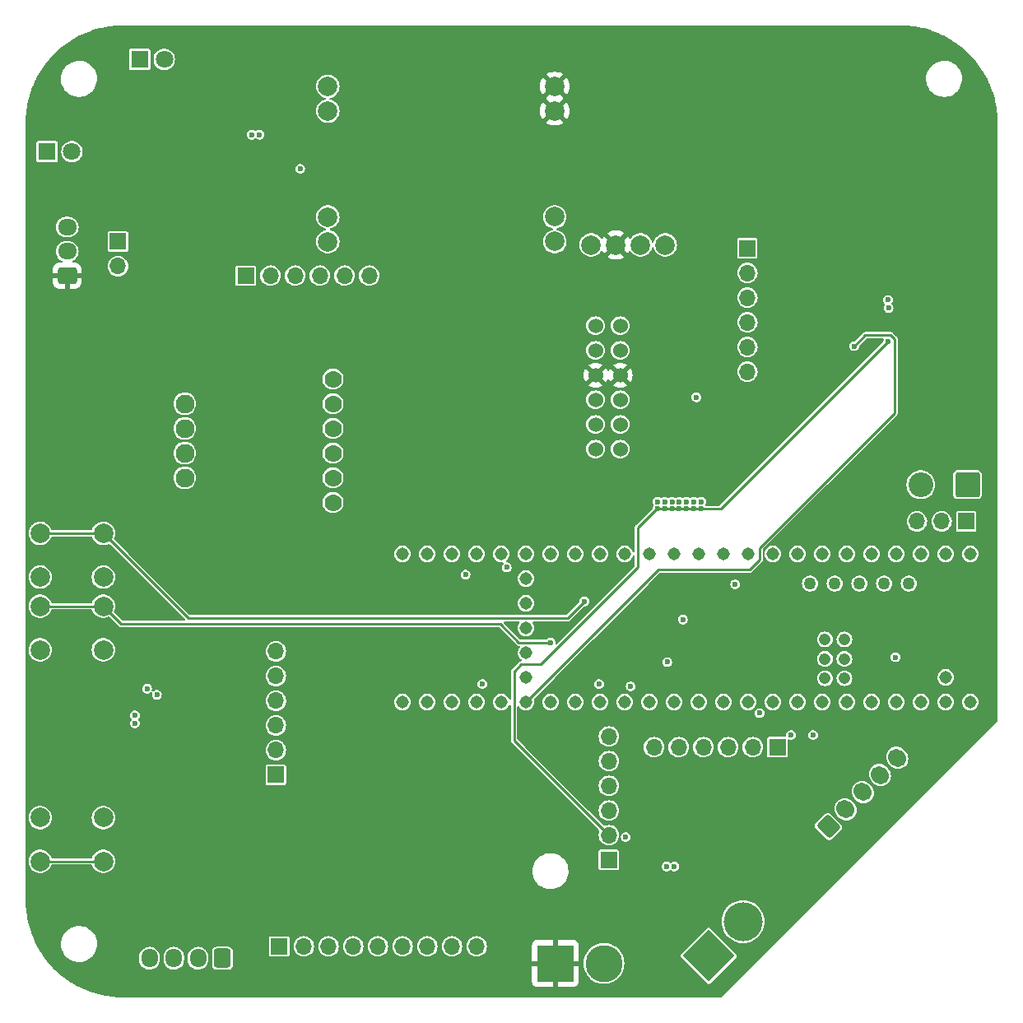
<source format=gbr>
%TF.GenerationSoftware,KiCad,Pcbnew,7.0.8*%
%TF.CreationDate,2023-10-26T13:24:24+11:00*%
%TF.ProjectId,Main 4.2,4d61696e-2034-42e3-922e-6b696361645f,rev?*%
%TF.SameCoordinates,Original*%
%TF.FileFunction,Copper,L2,Inr*%
%TF.FilePolarity,Positive*%
%FSLAX46Y46*%
G04 Gerber Fmt 4.6, Leading zero omitted, Abs format (unit mm)*
G04 Created by KiCad (PCBNEW 7.0.8) date 2023-10-26 13:24:24*
%MOMM*%
%LPD*%
G01*
G04 APERTURE LIST*
G04 Aperture macros list*
%AMRoundRect*
0 Rectangle with rounded corners*
0 $1 Rounding radius*
0 $2 $3 $4 $5 $6 $7 $8 $9 X,Y pos of 4 corners*
0 Add a 4 corners polygon primitive as box body*
4,1,4,$2,$3,$4,$5,$6,$7,$8,$9,$2,$3,0*
0 Add four circle primitives for the rounded corners*
1,1,$1+$1,$2,$3*
1,1,$1+$1,$4,$5*
1,1,$1+$1,$6,$7*
1,1,$1+$1,$8,$9*
0 Add four rect primitives between the rounded corners*
20,1,$1+$1,$2,$3,$4,$5,0*
20,1,$1+$1,$4,$5,$6,$7,0*
20,1,$1+$1,$6,$7,$8,$9,0*
20,1,$1+$1,$8,$9,$2,$3,0*%
%AMHorizOval*
0 Thick line with rounded ends*
0 $1 width*
0 $2 $3 position (X,Y) of the first rounded end (center of the circle)*
0 $4 $5 position (X,Y) of the second rounded end (center of the circle)*
0 Add line between two ends*
20,1,$1,$2,$3,$4,$5,0*
0 Add two circle primitives to create the rounded ends*
1,1,$1,$2,$3*
1,1,$1,$4,$5*%
%AMRotRect*
0 Rectangle, with rotation*
0 The origin of the aperture is its center*
0 $1 length*
0 $2 width*
0 $3 Rotation angle, in degrees counterclockwise*
0 Add horizontal line*
21,1,$1,$2,0,0,$3*%
G04 Aperture macros list end*
%TA.AperFunction,ComponentPad*%
%ADD10C,1.524000*%
%TD*%
%TA.AperFunction,ComponentPad*%
%ADD11C,2.000000*%
%TD*%
%TA.AperFunction,ComponentPad*%
%ADD12RoundRect,0.249999X1.025001X1.025001X-1.025001X1.025001X-1.025001X-1.025001X1.025001X-1.025001X0*%
%TD*%
%TA.AperFunction,ComponentPad*%
%ADD13C,2.550000*%
%TD*%
%TA.AperFunction,ComponentPad*%
%ADD14R,1.700000X1.700000*%
%TD*%
%TA.AperFunction,ComponentPad*%
%ADD15O,1.700000X1.700000*%
%TD*%
%TA.AperFunction,ComponentPad*%
%ADD16RoundRect,0.250000X0.088388X-0.936916X0.936916X-0.088388X-0.088388X0.936916X-0.936916X0.088388X0*%
%TD*%
%TA.AperFunction,ComponentPad*%
%ADD17HorizOval,1.700000X-0.088388X0.088388X0.088388X-0.088388X0*%
%TD*%
%TA.AperFunction,ComponentPad*%
%ADD18C,1.308000*%
%TD*%
%TA.AperFunction,ComponentPad*%
%ADD19C,1.258000*%
%TD*%
%TA.AperFunction,ComponentPad*%
%ADD20C,1.208000*%
%TD*%
%TA.AperFunction,ComponentPad*%
%ADD21R,1.800000X1.800000*%
%TD*%
%TA.AperFunction,ComponentPad*%
%ADD22C,1.800000*%
%TD*%
%TA.AperFunction,ComponentPad*%
%ADD23RotRect,3.800000X3.800000X45.000000*%
%TD*%
%TA.AperFunction,ComponentPad*%
%ADD24C,4.000000*%
%TD*%
%TA.AperFunction,ComponentPad*%
%ADD25R,3.800000X3.800000*%
%TD*%
%TA.AperFunction,ComponentPad*%
%ADD26C,3.800000*%
%TD*%
%TA.AperFunction,ComponentPad*%
%ADD27C,1.778000*%
%TD*%
%TA.AperFunction,ComponentPad*%
%ADD28C,1.930400*%
%TD*%
%TA.AperFunction,ComponentPad*%
%ADD29RoundRect,0.250000X0.600000X0.725000X-0.600000X0.725000X-0.600000X-0.725000X0.600000X-0.725000X0*%
%TD*%
%TA.AperFunction,ComponentPad*%
%ADD30O,1.700000X1.950000*%
%TD*%
%TA.AperFunction,ComponentPad*%
%ADD31RoundRect,0.250000X0.725000X-0.600000X0.725000X0.600000X-0.725000X0.600000X-0.725000X-0.600000X0*%
%TD*%
%TA.AperFunction,ComponentPad*%
%ADD32O,1.950000X1.700000*%
%TD*%
%TA.AperFunction,ViaPad*%
%ADD33C,0.600000*%
%TD*%
%TA.AperFunction,Conductor*%
%ADD34C,0.250000*%
%TD*%
G04 APERTURE END LIST*
D10*
%TO.N,Net-(J14-Pin_2)*%
%TO.C,U8*%
X158640000Y-143600000D03*
X161180000Y-143600000D03*
%TO.N,GNDPWR*%
X158640000Y-141060000D03*
X161180000Y-141060000D03*
X158640000Y-138520000D03*
X161180000Y-138520000D03*
%TO.N,+15V*%
X158640000Y-135980000D03*
X161180000Y-135980000D03*
%TO.N,unconnected-(U8-VRP-Pad4)*%
X158640000Y-133440000D03*
X161180000Y-133440000D03*
%TO.N,unconnected-(U8-EN-Pad5)*%
X161180000Y-130900000D03*
%TO.N,unconnected-(U8-PG-Pad6)*%
X158640000Y-130900000D03*
%TD*%
D11*
%TO.N,+3V3*%
%TO.C,SW2*%
X108000000Y-156750000D03*
X101500000Y-156750000D03*
%TO.N,/SW2*%
X108000000Y-152250000D03*
X101500000Y-152250000D03*
%TD*%
%TO.N,+3V3*%
%TO.C,SW3*%
X101500000Y-181500000D03*
X108000000Y-181500000D03*
%TO.N,/SW3*%
X101500000Y-186000000D03*
X108000000Y-186000000D03*
%TD*%
%TO.N,+3V3*%
%TO.C,SW1*%
X108000000Y-164250000D03*
X101500000Y-164250000D03*
%TO.N,/SW1*%
X108000000Y-159750000D03*
X101500000Y-159750000D03*
%TD*%
D12*
%TO.N,GNDPWR*%
%TO.C,J14*%
X196900000Y-147250000D03*
D13*
%TO.N,Net-(J14-Pin_2)*%
X192100000Y-147250000D03*
%TD*%
D14*
%TO.N,unconnected-(U10-EN-Pad1)*%
%TO.C,U10*%
X160000000Y-185850000D03*
D15*
%TO.N,+5V*%
X160000000Y-183310000D03*
%TO.N,GNDS*%
X160000000Y-180770000D03*
%TO.N,/RX3*%
X160000000Y-178230000D03*
%TO.N,/TX3*%
X160000000Y-175690000D03*
%TO.N,unconnected-(U10-State-Pad6)*%
X160000000Y-173150000D03*
%TD*%
D16*
%TO.N,Net-(J12-Pin_1)*%
%TO.C,J13*%
X182593235Y-182414303D03*
D17*
%TO.N,Net-(J12-Pin_2)*%
X184361002Y-180646536D03*
%TO.N,Net-(J12-Pin_3)*%
X186128769Y-178878769D03*
%TO.N,Net-(J12-Pin_4)*%
X187896536Y-177111002D03*
%TO.N,Net-(J12-Pin_5)*%
X189664303Y-175343235D03*
%TD*%
D14*
%TO.N,Net-(J12-Pin_1)*%
%TO.C,J12*%
X126090000Y-194750000D03*
D15*
%TO.N,Net-(J12-Pin_2)*%
X128630000Y-194750000D03*
%TO.N,Net-(J12-Pin_3)*%
X131170000Y-194750000D03*
%TO.N,Net-(J12-Pin_4)*%
X133710000Y-194750000D03*
%TO.N,Net-(J12-Pin_5)*%
X136250000Y-194750000D03*
%TO.N,unconnected-(J12-Pin_6-Pad6)*%
X138790000Y-194750000D03*
%TO.N,unconnected-(J12-Pin_7-Pad7)*%
X141330000Y-194750000D03*
%TO.N,unconnected-(J12-Pin_8-Pad8)*%
X143870000Y-194750000D03*
%TO.N,unconnected-(J12-Pin_9-Pad9)*%
X146410000Y-194750000D03*
%TD*%
D11*
%TO.N,unconnected-(U7-SHDN-Pad1)*%
%TO.C,U7*%
X158190000Y-122580000D03*
%TO.N,+15V*%
X160730000Y-122580000D03*
%TO.N,GNDPWR*%
X163270000Y-122580000D03*
%TO.N,+3V3*%
X165810000Y-122580000D03*
%TD*%
D18*
%TO.N,/RX*%
%TO.C,U12*%
X194670000Y-154380000D03*
%TO.N,/TX*%
X192130000Y-154380000D03*
%TO.N,unconnected-(U12-OUT2-Pad2)*%
X189590000Y-154380000D03*
%TO.N,/M1IN2*%
X187050000Y-154380000D03*
%TO.N,unconnected-(U12-3.3V-Pad3.3V_1)*%
X161650000Y-154380000D03*
%TO.N,unconnected-(U12-3.3V__1-Pad3.3V_2)*%
X192130000Y-169620000D03*
%TO.N,unconnected-(U12-3.3V__2-Pad3.3V_3)*%
X151490000Y-159460000D03*
%TO.N,/M1IN1*%
X184510000Y-154380000D03*
%TO.N,/ENC1A*%
X181970000Y-154380000D03*
D19*
%TO.N,unconnected-(U12-Pad5V)*%
X190860000Y-157430000D03*
D18*
%TO.N,/ENC1B*%
X179430000Y-154380000D03*
%TO.N,/ENC2A*%
X176890000Y-154380000D03*
%TO.N,/ENC2B*%
X174350000Y-154380000D03*
%TO.N,unconnected-(U12-OUT1C-Pad9)*%
X171810000Y-154380000D03*
%TO.N,unconnected-(U12-CS1-Pad10)*%
X169270000Y-154380000D03*
%TO.N,/M5IN2*%
X166730000Y-154380000D03*
%TO.N,/M5IN1*%
X164190000Y-154380000D03*
%TO.N,unconnected-(U12-SCK-Pad13)*%
X164190000Y-169620000D03*
%TO.N,/TX3*%
X166730000Y-169620000D03*
%TO.N,/RX3*%
X169270000Y-169620000D03*
%TO.N,/SCL1*%
X171810000Y-169620000D03*
%TO.N,/SDA1*%
X174350000Y-169620000D03*
%TO.N,/SDA*%
X176890000Y-169620000D03*
%TO.N,/SCL*%
X179430000Y-169620000D03*
%TO.N,unconnected-(U12-A6-Pad20)*%
X181970000Y-169620000D03*
%TO.N,unconnected-(U12-A7-Pad21)*%
X184510000Y-169620000D03*
%TO.N,unconnected-(U12-A8-Pad22)*%
X187050000Y-169620000D03*
%TO.N,/SW1*%
X189590000Y-169620000D03*
%TO.N,/SW2*%
X159110000Y-154380000D03*
%TO.N,/SW3*%
X156570000Y-154380000D03*
%TO.N,/LINE BREAK*%
X154030000Y-154380000D03*
%TO.N,unconnected-(U12-A13-Pad27)*%
X151490000Y-154380000D03*
%TO.N,/ENC4B*%
X148950000Y-154380000D03*
%TO.N,unconnected-(U12-TX7-Pad29)*%
X146410000Y-154380000D03*
%TO.N,/M3IN1*%
X143870000Y-154380000D03*
%TO.N,/M3IN2*%
X141330000Y-154380000D03*
%TO.N,/ENC4A*%
X138790000Y-154380000D03*
%TO.N,/ENC3B*%
X138790000Y-169620000D03*
%TO.N,/ENC3A*%
X141330000Y-169620000D03*
%TO.N,/M4IN1*%
X143870000Y-169620000D03*
%TO.N,/M4IN2*%
X146410000Y-169620000D03*
%TO.N,unconnected-(U12-CS3-Pad37)*%
X148950000Y-169620000D03*
%TO.N,/DISABLE*%
X151490000Y-169620000D03*
%TO.N,/M2IN2*%
X154030000Y-169620000D03*
%TO.N,/KICKERTRIG*%
X156570000Y-169620000D03*
%TO.N,/M2IN1*%
X159110000Y-169620000D03*
D19*
%TO.N,unconnected-(U12-PadD+)*%
X185780000Y-157430000D03*
%TO.N,unconnected-(U12-PadD-)*%
X188320000Y-157430000D03*
D18*
%TO.N,GNDS*%
X197210000Y-154380000D03*
X161650000Y-169620000D03*
X194670000Y-169620000D03*
X151490000Y-162000000D03*
D20*
X182240000Y-165170000D03*
%TO.N,unconnected-(U12-PadLED)*%
X184240000Y-165170000D03*
D18*
%TO.N,unconnected-(U12-PadON{slash}OFF)*%
X151490000Y-167080000D03*
%TO.N,unconnected-(U12-PadPROGRAM)*%
X151490000Y-164540000D03*
D20*
%TO.N,unconnected-(U12-PadR+)*%
X184240000Y-167170000D03*
%TO.N,unconnected-(U12-PadR-)*%
X182240000Y-167170000D03*
%TO.N,unconnected-(U12-PadT+)*%
X182240000Y-163170000D03*
%TO.N,unconnected-(U12-PadT-)*%
X184240000Y-163170000D03*
D19*
%TO.N,GNDS*%
X183240000Y-157430000D03*
X180700000Y-157430000D03*
D18*
%TO.N,unconnected-(U12-PadVBAT)*%
X151490000Y-156920000D03*
%TO.N,+5V*%
X197210000Y-169620000D03*
%TO.N,unconnected-(U12-PadVUSB)*%
X194670000Y-167080000D03*
%TD*%
D14*
%TO.N,/RX*%
%TO.C,J16*%
X196775000Y-151025000D03*
D15*
%TO.N,/TX*%
X194235000Y-151025000D03*
%TO.N,GNDS*%
X191695000Y-151025000D03*
%TD*%
D21*
%TO.N,+3V3*%
%TO.C,Q1*%
X102225000Y-113000000D03*
D22*
%TO.N,/LINE BREAK*%
X104765000Y-113000000D03*
%TD*%
D23*
%TO.N,Net-(J10-Pin_1)*%
%TO.C,J10*%
X170272614Y-195727387D03*
D24*
%TO.N,GNDPWR*%
X173808148Y-192191853D03*
%TD*%
D25*
%TO.N,+15V*%
%TO.C,J11*%
X154500000Y-196500000D03*
D26*
%TO.N,Net-(J10-Pin_1)*%
X159500000Y-196500000D03*
%TD*%
D14*
%TO.N,/M5IN2*%
%TO.C,J2*%
X109500000Y-122225000D03*
D15*
%TO.N,/M5IN1*%
X109500000Y-124765000D03*
%TD*%
D27*
%TO.N,+3V3*%
%TO.C,U9*%
X131620000Y-149080000D03*
%TO.N,unconnected-(U9-3V-Pad2)*%
X131620000Y-146540000D03*
%TO.N,GNDS*%
X131620000Y-144000000D03*
%TO.N,/SCL1*%
X131620000Y-141460000D03*
%TO.N,/SDA1*%
X131620000Y-138920000D03*
%TO.N,/RST*%
X131620000Y-136380000D03*
D28*
%TO.N,unconnected-(U9-INT-Pad7)*%
X116380000Y-146540000D03*
%TO.N,unconnected-(U9-ADR-Pad8)*%
X116380000Y-144000000D03*
%TO.N,unconnected-(U9-PS0-Pad9)*%
X116380000Y-141460000D03*
%TO.N,unconnected-(U9-PS1-Pad10)*%
X116380000Y-138920000D03*
%TD*%
D21*
%TO.N,GNDPWR*%
%TO.C,D1*%
X111725000Y-103500000D03*
D22*
%TO.N,Net-(D1-A)*%
X114265000Y-103500000D03*
%TD*%
D11*
%TO.N,GNDPWR*%
%TO.C,U6*%
X154435000Y-122240000D03*
X154435000Y-119700000D03*
%TO.N,+15V*%
X154435000Y-108800000D03*
X154435000Y-106260000D03*
%TO.N,GNDPWR*%
X131095000Y-122250000D03*
X131095000Y-119710000D03*
%TO.N,+5V*%
X131095000Y-108810000D03*
X131095000Y-106270000D03*
%TD*%
D14*
%TO.N,/M1A*%
%TO.C,J5*%
X177350000Y-174250000D03*
D15*
%TO.N,/M1B*%
X174810000Y-174250000D03*
%TO.N,GNDS*%
X172270000Y-174250000D03*
%TO.N,+3V3*%
X169730000Y-174250000D03*
%TO.N,/ENC1A*%
X167190000Y-174250000D03*
%TO.N,/ENC1B*%
X164650000Y-174250000D03*
%TD*%
D14*
%TO.N,/M3A*%
%TO.C,J7*%
X122650000Y-125750000D03*
D15*
%TO.N,/M3B*%
X125190000Y-125750000D03*
%TO.N,GNDS*%
X127730000Y-125750000D03*
%TO.N,+3V3*%
X130270000Y-125750000D03*
%TO.N,/ENC3A*%
X132810000Y-125750000D03*
%TO.N,/ENC3B*%
X135350000Y-125750000D03*
%TD*%
D14*
%TO.N,/M2A*%
%TO.C,J6*%
X174250000Y-122920000D03*
D15*
%TO.N,/M2B*%
X174250000Y-125460000D03*
%TO.N,GNDS*%
X174250000Y-128000000D03*
%TO.N,+3V3*%
X174250000Y-130540000D03*
%TO.N,/ENC2A*%
X174250000Y-133080000D03*
%TO.N,/ENC2B*%
X174250000Y-135620000D03*
%TD*%
D29*
%TO.N,+5V*%
%TO.C,J15*%
X120250000Y-195975000D03*
D30*
%TO.N,GNDPWR*%
X117750000Y-195975000D03*
%TO.N,/SDA*%
X115250000Y-195975000D03*
%TO.N,/SCL*%
X112750000Y-195975000D03*
%TD*%
D14*
%TO.N,/M4A*%
%TO.C,J8*%
X125750000Y-177100000D03*
D15*
%TO.N,/M4B*%
X125750000Y-174560000D03*
%TO.N,GNDS*%
X125750000Y-172020000D03*
%TO.N,+3V3*%
X125750000Y-169480000D03*
%TO.N,/ENC4A*%
X125750000Y-166940000D03*
%TO.N,/ENC4B*%
X125750000Y-164400000D03*
%TD*%
D31*
%TO.N,+15V*%
%TO.C,J1*%
X104275000Y-125750000D03*
D32*
%TO.N,/KICKERTRIG*%
X104275000Y-123250000D03*
%TO.N,GNDPWR*%
X104275000Y-120750000D03*
%TD*%
D33*
%TO.N,+3V3*%
X175500000Y-170750000D03*
X181000000Y-173000000D03*
X178750000Y-173000000D03*
%TO.N,+5V*%
X168750000Y-149750000D03*
X166500000Y-149750000D03*
X188750000Y-132500000D03*
X165000000Y-149750000D03*
X165750000Y-149000000D03*
X169500000Y-149000000D03*
X167250000Y-149000000D03*
X168000000Y-149000000D03*
X112500000Y-168234400D03*
X168000000Y-149750000D03*
X168750000Y-149000000D03*
X166500000Y-149000000D03*
X169500000Y-149750000D03*
X167250000Y-149750000D03*
X165000000Y-149000000D03*
X165750000Y-149750000D03*
%TO.N,GNDPWR*%
X169000000Y-138250000D03*
%TO.N,+15V*%
X120250000Y-121250000D03*
X120250000Y-119750000D03*
X127500000Y-119750000D03*
X168750000Y-179000000D03*
X126750000Y-119750000D03*
X130500000Y-163500000D03*
X128250000Y-119750000D03*
X121250000Y-168250000D03*
X178750000Y-125250000D03*
X127500000Y-121250000D03*
X179500000Y-133250000D03*
X130500000Y-162750000D03*
X131250000Y-162750000D03*
X169500000Y-178250000D03*
X119500000Y-121250000D03*
X163000000Y-177500000D03*
X179500000Y-126750000D03*
X180250000Y-125250000D03*
X163750000Y-178250000D03*
X119750000Y-173250000D03*
X163000000Y-176750000D03*
X138500000Y-163500000D03*
X178750000Y-126000000D03*
X180250000Y-126750000D03*
X170199503Y-178250000D03*
X163000000Y-178250000D03*
X139250000Y-164250000D03*
X121250000Y-167500000D03*
X131250000Y-164250000D03*
X180250000Y-133250000D03*
X163750000Y-177500000D03*
X171750000Y-179000000D03*
X130500000Y-164250000D03*
X128250000Y-121250000D03*
X120500000Y-168250000D03*
X130500000Y-165750000D03*
X119500000Y-119750000D03*
X179500000Y-124500000D03*
X131250000Y-165750000D03*
X121750000Y-121250000D03*
X126750000Y-120500000D03*
X178750000Y-131750000D03*
X162250000Y-178250000D03*
X119750000Y-167500000D03*
X169500000Y-179000000D03*
X180250000Y-126000000D03*
X119750000Y-174750000D03*
X138500000Y-164250000D03*
X179500000Y-125250000D03*
X140000000Y-165000000D03*
X132000000Y-164250000D03*
X179500000Y-131750000D03*
X139250000Y-165750000D03*
X119750000Y-174000000D03*
X162250000Y-177500000D03*
X171699503Y-178250000D03*
X139250000Y-162750000D03*
X120500000Y-175500000D03*
X161500000Y-178250000D03*
X161500000Y-176750000D03*
X120500000Y-174750000D03*
X121250000Y-174750000D03*
X180250000Y-132500000D03*
X180250000Y-124500000D03*
X132000000Y-163500000D03*
X140000000Y-163500000D03*
X130500000Y-165000000D03*
X178750000Y-133250000D03*
X127500000Y-120500000D03*
X139250000Y-165000000D03*
X132000000Y-162750000D03*
X121000000Y-119750000D03*
X162250000Y-176750000D03*
X171000000Y-178250000D03*
X178750000Y-132500000D03*
X168000000Y-179000000D03*
X179500000Y-126000000D03*
X140000000Y-165750000D03*
X119750000Y-175500000D03*
X132000000Y-165000000D03*
X121000000Y-121250000D03*
X120500000Y-174000000D03*
X138500000Y-165000000D03*
X119750000Y-166750000D03*
X120500000Y-173250000D03*
X138500000Y-162750000D03*
X121750000Y-119750000D03*
X121250000Y-175500000D03*
X119750000Y-168250000D03*
X168750000Y-178250000D03*
X161500000Y-177500000D03*
X139250000Y-163500000D03*
X140000000Y-164250000D03*
X126750000Y-121250000D03*
X163750000Y-176750000D03*
X131250000Y-163500000D03*
X120500000Y-167500000D03*
X180250000Y-131750000D03*
X132000000Y-165750000D03*
X120250000Y-120500000D03*
X119500000Y-120500000D03*
X140000000Y-162750000D03*
X121750000Y-120500000D03*
X120500000Y-166750000D03*
X121250000Y-174000000D03*
X138500000Y-165750000D03*
X128250000Y-120500000D03*
X131250000Y-165000000D03*
X179500000Y-132500000D03*
X178750000Y-124500000D03*
X121250000Y-166750000D03*
X121000000Y-120500000D03*
%TO.N,/SDA*%
X162250000Y-168000000D03*
%TO.N,/SCL*%
X159000000Y-167750000D03*
%TO.N,/KICKERTRIG*%
X147000000Y-167750000D03*
%TO.N,/SW1*%
X154000000Y-163500000D03*
X166000000Y-165500000D03*
%TO.N,/SW2*%
X157500000Y-159250000D03*
%TO.N,/M1IN1*%
X166750000Y-186530998D03*
%TO.N,/M1IN2*%
X165950497Y-186530998D03*
%TO.N,/M2IN1*%
X188706000Y-128250000D03*
X167615000Y-161115000D03*
%TO.N,/M2IN2*%
X173000000Y-157500000D03*
X188771936Y-129067242D03*
%TO.N,/M3IN1*%
X123250000Y-111250000D03*
%TO.N,/M3IN2*%
X124049503Y-111250000D03*
%TO.N,/M4IN1*%
X111250000Y-171799503D03*
%TO.N,/M4IN2*%
X111250000Y-171000000D03*
%TO.N,/DISABLE*%
X161750000Y-183500000D03*
X128250000Y-114750000D03*
X185250000Y-133000000D03*
X113500000Y-168858900D03*
%TO.N,/M5IN2*%
X145250000Y-156500000D03*
%TO.N,/M5IN1*%
X149500000Y-155750000D03*
%TO.N,GNDS*%
X189500000Y-165000000D03*
%TD*%
D34*
%TO.N,+5V*%
X150250000Y-166500000D02*
X150250000Y-173560000D01*
X171500000Y-149750000D02*
X164897172Y-149750000D01*
X164897172Y-149750000D02*
X163000000Y-151647172D01*
X163000000Y-155750000D02*
X153000000Y-165750000D01*
X188750000Y-132500000D02*
X171500000Y-149750000D01*
X153000000Y-165750000D02*
X151000000Y-165750000D01*
X150250000Y-173560000D02*
X160000000Y-183310000D01*
X163000000Y-151647172D02*
X163000000Y-155750000D01*
X151000000Y-165750000D02*
X150250000Y-166500000D01*
%TO.N,/SW1*%
X101500000Y-159750000D02*
X108000000Y-159750000D01*
X109846172Y-161596172D02*
X108000000Y-159750000D01*
X154000000Y-163500000D02*
X150750000Y-163500000D01*
X148846172Y-161596172D02*
X109846172Y-161596172D01*
X150750000Y-163500000D02*
X148846172Y-161596172D01*
%TO.N,/SW2*%
X155750000Y-161000000D02*
X116750000Y-161000000D01*
X157500000Y-159250000D02*
X155750000Y-161000000D01*
X116750000Y-161000000D02*
X108000000Y-152250000D01*
X101500000Y-152250000D02*
X108000000Y-152250000D01*
%TO.N,/SW3*%
X101500000Y-186000000D02*
X108000000Y-186000000D01*
%TO.N,/DISABLE*%
X186375000Y-131875000D02*
X189008884Y-131875000D01*
X174500000Y-156000000D02*
X165110000Y-156000000D01*
X189375000Y-139875000D02*
X175500000Y-153750000D01*
X175500000Y-153750000D02*
X175500000Y-155000000D01*
X189375000Y-132241116D02*
X189375000Y-139875000D01*
X165110000Y-156000000D02*
X151490000Y-169620000D01*
X185250000Y-133000000D02*
X186375000Y-131875000D01*
X175500000Y-155000000D02*
X174500000Y-156000000D01*
X189008884Y-131875000D02*
X189375000Y-132241116D01*
%TD*%
%TA.AperFunction,Conductor*%
%TO.N,+15V*%
G36*
X190413712Y-100013001D02*
G01*
X190606196Y-100019050D01*
X190609055Y-100019225D01*
X190957743Y-100050911D01*
X191219622Y-100075666D01*
X191222382Y-100076006D01*
X191554824Y-100126603D01*
X191828421Y-100169937D01*
X191830989Y-100170417D01*
X192153925Y-100239738D01*
X192430159Y-100301485D01*
X192432654Y-100302111D01*
X192747624Y-100389916D01*
X193022707Y-100469835D01*
X193024982Y-100470557D01*
X193311850Y-100569549D01*
X193332236Y-100576584D01*
X193603709Y-100674320D01*
X193605842Y-100675145D01*
X193904968Y-100799047D01*
X194171987Y-100914597D01*
X194356764Y-101004566D01*
X194463229Y-101056404D01*
X194723305Y-101188919D01*
X195004901Y-101347740D01*
X195256681Y-101496642D01*
X195527784Y-101671923D01*
X195748242Y-101821746D01*
X195770073Y-101836583D01*
X196029823Y-102027710D01*
X196261548Y-102207455D01*
X196487781Y-102395996D01*
X196509110Y-102413772D01*
X196729232Y-102607836D01*
X196963810Y-102828653D01*
X197171346Y-103036189D01*
X197392163Y-103270767D01*
X197586227Y-103490889D01*
X197792536Y-103738441D01*
X197972275Y-103970158D01*
X198046018Y-104070377D01*
X198163416Y-104229926D01*
X198219954Y-104313119D01*
X198328086Y-104472231D01*
X198411019Y-104600500D01*
X198503351Y-104743308D01*
X198652267Y-104995111D01*
X198811075Y-105276684D01*
X198943595Y-105536770D01*
X199085403Y-105828014D01*
X199200971Y-106095077D01*
X199324848Y-106394144D01*
X199325690Y-106396320D01*
X199423415Y-106667763D01*
X199529432Y-106974989D01*
X199530174Y-106977326D01*
X199610083Y-107252375D01*
X199697887Y-107567344D01*
X199698513Y-107569839D01*
X199760274Y-107846137D01*
X199829577Y-108168988D01*
X199830071Y-108171634D01*
X199873418Y-108445318D01*
X199923989Y-108777598D01*
X199924333Y-108780388D01*
X199949095Y-109042332D01*
X199980771Y-109390921D01*
X199980950Y-109393847D01*
X199987004Y-109586494D01*
X199999500Y-110000000D01*
X199999500Y-171458784D01*
X199980593Y-171516975D01*
X199970504Y-171528788D01*
X171528788Y-199970504D01*
X171474271Y-199998281D01*
X171458784Y-199999500D01*
X110000000Y-199999500D01*
X109586494Y-199987004D01*
X109393847Y-199980950D01*
X109390921Y-199980771D01*
X109042332Y-199949095D01*
X108780388Y-199924333D01*
X108777598Y-199923989D01*
X108445318Y-199873418D01*
X108171634Y-199830071D01*
X108168988Y-199829577D01*
X107846137Y-199760274D01*
X107569839Y-199698513D01*
X107567344Y-199697887D01*
X107252375Y-199610083D01*
X106977326Y-199530174D01*
X106974989Y-199529432D01*
X106667763Y-199423415D01*
X106396320Y-199325690D01*
X106394144Y-199324848D01*
X106095077Y-199200971D01*
X105828014Y-199085403D01*
X105536770Y-198943595D01*
X105276684Y-198811075D01*
X104995111Y-198652267D01*
X104743308Y-198503351D01*
X104657426Y-198447824D01*
X152099999Y-198447824D01*
X152106401Y-198507370D01*
X152106403Y-198507381D01*
X152156646Y-198642088D01*
X152156647Y-198642090D01*
X152242807Y-198757184D01*
X152242815Y-198757192D01*
X152357909Y-198843352D01*
X152357911Y-198843353D01*
X152492618Y-198893596D01*
X152492629Y-198893598D01*
X152552176Y-198900000D01*
X154249999Y-198900000D01*
X154250000Y-198899999D01*
X154250000Y-197830635D01*
X154264679Y-197834569D01*
X154441055Y-197850000D01*
X154558945Y-197850000D01*
X154735321Y-197834569D01*
X154750000Y-197830635D01*
X154750000Y-198899999D01*
X154750001Y-198900000D01*
X156447824Y-198900000D01*
X156507370Y-198893598D01*
X156507381Y-198893596D01*
X156642088Y-198843353D01*
X156642090Y-198843352D01*
X156757184Y-198757192D01*
X156757192Y-198757184D01*
X156843352Y-198642090D01*
X156843353Y-198642088D01*
X156893596Y-198507381D01*
X156893598Y-198507370D01*
X156900000Y-198447824D01*
X156900000Y-196750001D01*
X156899999Y-196750000D01*
X155830636Y-196750000D01*
X155834569Y-196735321D01*
X155855157Y-196500003D01*
X157394592Y-196500003D01*
X157414201Y-196786682D01*
X157414202Y-196786686D01*
X157472666Y-197068032D01*
X157568896Y-197338797D01*
X157697105Y-197586227D01*
X157701098Y-197593934D01*
X157827799Y-197773431D01*
X157866811Y-197828698D01*
X158062947Y-198038708D01*
X158285853Y-198220055D01*
X158285859Y-198220059D01*
X158285861Y-198220060D01*
X158531370Y-198369358D01*
X158531382Y-198369365D01*
X158712015Y-198447824D01*
X158794942Y-198483844D01*
X159071642Y-198561371D01*
X159356322Y-198600500D01*
X159356328Y-198600500D01*
X159643672Y-198600500D01*
X159643678Y-198600500D01*
X159928358Y-198561371D01*
X160205058Y-198483844D01*
X160393692Y-198401909D01*
X160468617Y-198369365D01*
X160468620Y-198369362D01*
X160468625Y-198369361D01*
X160714147Y-198220055D01*
X160937053Y-198038708D01*
X161133189Y-197828698D01*
X161298901Y-197593936D01*
X161431104Y-197338797D01*
X161527334Y-197068032D01*
X161585798Y-196786686D01*
X161605408Y-196500000D01*
X161585798Y-196213314D01*
X161527334Y-195931968D01*
X161454626Y-195727387D01*
X167381181Y-195727387D01*
X167396740Y-195805616D01*
X167396741Y-195805618D01*
X167429869Y-195855198D01*
X170144803Y-198570132D01*
X170194383Y-198603260D01*
X170233498Y-198611040D01*
X170272613Y-198618820D01*
X170272614Y-198618820D01*
X170272615Y-198618820D01*
X170298691Y-198613633D01*
X170350845Y-198603260D01*
X170400425Y-198570132D01*
X173115359Y-195855198D01*
X173148487Y-195805618D01*
X173164047Y-195727387D01*
X173163618Y-195725232D01*
X173148487Y-195649157D01*
X173148486Y-195649155D01*
X173134140Y-195627685D01*
X173115359Y-195599576D01*
X170400425Y-192884642D01*
X170396405Y-192881956D01*
X170350845Y-192851514D01*
X170350843Y-192851513D01*
X170272615Y-192835954D01*
X170272613Y-192835954D01*
X170194384Y-192851513D01*
X170194382Y-192851514D01*
X170144806Y-192884639D01*
X167429866Y-195599579D01*
X167396741Y-195649155D01*
X167396740Y-195649157D01*
X167381181Y-195727386D01*
X167381181Y-195727387D01*
X161454626Y-195727387D01*
X161431104Y-195661203D01*
X161298901Y-195406064D01*
X161133189Y-195171302D01*
X160937053Y-194961292D01*
X160830700Y-194874768D01*
X160714152Y-194779949D01*
X160714151Y-194779948D01*
X160714147Y-194779945D01*
X160714142Y-194779942D01*
X160714138Y-194779939D01*
X160468629Y-194630641D01*
X160468617Y-194630634D01*
X160205063Y-194516158D01*
X160205061Y-194516157D01*
X160205058Y-194516156D01*
X159928358Y-194438629D01*
X159643678Y-194399500D01*
X159356322Y-194399500D01*
X159071642Y-194438629D01*
X158794942Y-194516156D01*
X158794939Y-194516156D01*
X158794936Y-194516158D01*
X158531382Y-194630634D01*
X158531370Y-194630641D01*
X158285861Y-194779939D01*
X158285847Y-194779949D01*
X158062952Y-194961287D01*
X158062951Y-194961288D01*
X158062948Y-194961291D01*
X158062947Y-194961292D01*
X157992132Y-195037116D01*
X157866810Y-195171303D01*
X157866805Y-195171309D01*
X157701098Y-195406065D01*
X157568895Y-195661204D01*
X157517571Y-195805618D01*
X157473500Y-195929623D01*
X157472665Y-195931972D01*
X157414203Y-196213308D01*
X157414201Y-196213317D01*
X157394592Y-196499996D01*
X157394592Y-196500003D01*
X155855157Y-196500003D01*
X155855157Y-196500000D01*
X155834569Y-196264679D01*
X155830636Y-196250000D01*
X156899999Y-196250000D01*
X156900000Y-196249999D01*
X156900000Y-194552175D01*
X156893598Y-194492629D01*
X156893596Y-194492618D01*
X156843353Y-194357911D01*
X156843352Y-194357909D01*
X156757192Y-194242815D01*
X156757184Y-194242807D01*
X156642090Y-194156647D01*
X156642088Y-194156646D01*
X156507381Y-194106403D01*
X156507370Y-194106401D01*
X156447824Y-194100000D01*
X154750001Y-194100000D01*
X154750000Y-194100001D01*
X154750000Y-195169364D01*
X154735321Y-195165431D01*
X154558945Y-195150000D01*
X154441055Y-195150000D01*
X154264679Y-195165431D01*
X154250000Y-195169364D01*
X154250000Y-194100001D01*
X154249999Y-194100000D01*
X152552176Y-194100000D01*
X152492629Y-194106401D01*
X152492618Y-194106403D01*
X152357911Y-194156646D01*
X152357909Y-194156647D01*
X152242815Y-194242807D01*
X152242807Y-194242815D01*
X152156647Y-194357909D01*
X152156646Y-194357911D01*
X152106403Y-194492618D01*
X152106401Y-194492629D01*
X152100000Y-194552175D01*
X152100000Y-196249999D01*
X152100001Y-196250000D01*
X153169364Y-196250000D01*
X153165431Y-196264679D01*
X153144843Y-196500000D01*
X153165431Y-196735321D01*
X153169364Y-196750000D01*
X152100001Y-196750000D01*
X152100000Y-196750001D01*
X152100000Y-198447824D01*
X152099999Y-198447824D01*
X104657426Y-198447824D01*
X104536069Y-198369361D01*
X104472231Y-198328086D01*
X104313260Y-198220050D01*
X104229926Y-198163416D01*
X103970180Y-197972292D01*
X103738441Y-197792536D01*
X103490889Y-197586227D01*
X103270767Y-197392163D01*
X103036189Y-197171346D01*
X102828653Y-196963810D01*
X102607836Y-196729232D01*
X102413772Y-196509110D01*
X102281587Y-196350500D01*
X102207455Y-196261548D01*
X102027702Y-196029812D01*
X101982648Y-195968582D01*
X101862712Y-195805583D01*
X101836583Y-195770073D01*
X101780045Y-195686880D01*
X101671923Y-195527784D01*
X101496643Y-195256684D01*
X101446153Y-195171309D01*
X101347740Y-195004901D01*
X101188920Y-194723307D01*
X101178537Y-194702930D01*
X101109667Y-194567765D01*
X103645788Y-194567765D01*
X103675414Y-194837020D01*
X103707902Y-194961287D01*
X103743928Y-195099088D01*
X103849870Y-195348390D01*
X103909468Y-195446045D01*
X103990983Y-195579612D01*
X104164253Y-195787818D01*
X104164255Y-195787820D01*
X104165424Y-195788867D01*
X104325138Y-195931972D01*
X104365998Y-195968582D01*
X104588624Y-196115870D01*
X104591913Y-196118046D01*
X104724100Y-196180012D01*
X104837176Y-196233020D01*
X104932042Y-196261561D01*
X105096555Y-196311056D01*
X105096559Y-196311057D01*
X105096569Y-196311060D01*
X105263840Y-196335677D01*
X105364560Y-196350500D01*
X105364561Y-196350500D01*
X105567633Y-196350500D01*
X105625495Y-196346264D01*
X105770156Y-196335677D01*
X106034553Y-196276780D01*
X106287558Y-196180014D01*
X106338175Y-196151606D01*
X111699500Y-196151606D01*
X111714698Y-196305928D01*
X111714699Y-196305934D01*
X111774768Y-196503954D01*
X111872316Y-196686452D01*
X111954573Y-196786682D01*
X112003590Y-196846410D01*
X112003595Y-196846414D01*
X112163547Y-196977683D01*
X112163548Y-196977683D01*
X112163550Y-196977685D01*
X112346046Y-197075232D01*
X112436904Y-197102793D01*
X112544065Y-197135300D01*
X112544070Y-197135301D01*
X112749997Y-197155583D01*
X112750000Y-197155583D01*
X112750003Y-197155583D01*
X112955929Y-197135301D01*
X112955934Y-197135300D01*
X113153954Y-197075232D01*
X113336450Y-196977685D01*
X113496410Y-196846410D01*
X113627685Y-196686450D01*
X113725232Y-196503954D01*
X113785300Y-196305934D01*
X113788172Y-196276780D01*
X113800500Y-196151606D01*
X114199500Y-196151606D01*
X114214698Y-196305928D01*
X114214699Y-196305934D01*
X114274768Y-196503954D01*
X114372316Y-196686452D01*
X114454573Y-196786682D01*
X114503590Y-196846410D01*
X114503595Y-196846414D01*
X114663547Y-196977683D01*
X114663548Y-196977683D01*
X114663550Y-196977685D01*
X114846046Y-197075232D01*
X114936904Y-197102793D01*
X115044065Y-197135300D01*
X115044070Y-197135301D01*
X115249997Y-197155583D01*
X115250000Y-197155583D01*
X115250003Y-197155583D01*
X115455929Y-197135301D01*
X115455934Y-197135300D01*
X115653954Y-197075232D01*
X115836450Y-196977685D01*
X115996410Y-196846410D01*
X116127685Y-196686450D01*
X116225232Y-196503954D01*
X116285300Y-196305934D01*
X116288172Y-196276780D01*
X116300500Y-196151606D01*
X116699500Y-196151606D01*
X116714698Y-196305928D01*
X116714699Y-196305934D01*
X116774768Y-196503954D01*
X116872316Y-196686452D01*
X116954573Y-196786682D01*
X117003590Y-196846410D01*
X117003595Y-196846414D01*
X117163547Y-196977683D01*
X117163548Y-196977683D01*
X117163550Y-196977685D01*
X117346046Y-197075232D01*
X117436904Y-197102793D01*
X117544065Y-197135300D01*
X117544070Y-197135301D01*
X117749997Y-197155583D01*
X117750000Y-197155583D01*
X117750003Y-197155583D01*
X117955929Y-197135301D01*
X117955934Y-197135300D01*
X118153954Y-197075232D01*
X118336450Y-196977685D01*
X118496410Y-196846410D01*
X118572024Y-196754274D01*
X119199500Y-196754274D01*
X119202353Y-196784694D01*
X119202355Y-196784703D01*
X119247207Y-196912883D01*
X119327845Y-197022144D01*
X119327847Y-197022146D01*
X119327850Y-197022150D01*
X119327853Y-197022152D01*
X119327855Y-197022154D01*
X119437116Y-197102792D01*
X119437117Y-197102792D01*
X119437118Y-197102793D01*
X119565301Y-197147646D01*
X119595725Y-197150499D01*
X119595727Y-197150500D01*
X119595734Y-197150500D01*
X120904273Y-197150500D01*
X120904273Y-197150499D01*
X120934699Y-197147646D01*
X121062882Y-197102793D01*
X121172150Y-197022150D01*
X121252793Y-196912882D01*
X121297646Y-196784699D01*
X121300499Y-196754273D01*
X121300500Y-196754273D01*
X121300500Y-195619746D01*
X125039500Y-195619746D01*
X125039501Y-195619758D01*
X125051132Y-195678227D01*
X125051134Y-195678233D01*
X125095445Y-195744548D01*
X125095448Y-195744552D01*
X125161769Y-195788867D01*
X125206231Y-195797711D01*
X125220241Y-195800498D01*
X125220246Y-195800498D01*
X125220252Y-195800500D01*
X125220253Y-195800500D01*
X126959747Y-195800500D01*
X126959748Y-195800500D01*
X127018231Y-195788867D01*
X127084552Y-195744552D01*
X127128867Y-195678231D01*
X127140500Y-195619748D01*
X127140500Y-194750003D01*
X127574417Y-194750003D01*
X127594698Y-194955929D01*
X127594699Y-194955934D01*
X127654768Y-195153954D01*
X127752316Y-195336452D01*
X127855260Y-195461890D01*
X127883590Y-195496410D01*
X127883595Y-195496414D01*
X128043547Y-195627683D01*
X128043548Y-195627683D01*
X128043550Y-195627685D01*
X128226046Y-195725232D01*
X128363997Y-195767078D01*
X128424065Y-195785300D01*
X128424070Y-195785301D01*
X128629997Y-195805583D01*
X128630000Y-195805583D01*
X128630003Y-195805583D01*
X128835929Y-195785301D01*
X128835934Y-195785300D01*
X129033954Y-195725232D01*
X129216450Y-195627685D01*
X129376410Y-195496410D01*
X129507685Y-195336450D01*
X129605232Y-195153954D01*
X129665300Y-194955934D01*
X129665301Y-194955929D01*
X129685583Y-194750003D01*
X130114417Y-194750003D01*
X130134698Y-194955929D01*
X130134699Y-194955934D01*
X130194768Y-195153954D01*
X130292316Y-195336452D01*
X130395260Y-195461890D01*
X130423590Y-195496410D01*
X130423595Y-195496414D01*
X130583547Y-195627683D01*
X130583548Y-195627683D01*
X130583550Y-195627685D01*
X130766046Y-195725232D01*
X130903997Y-195767078D01*
X130964065Y-195785300D01*
X130964070Y-195785301D01*
X131169997Y-195805583D01*
X131170000Y-195805583D01*
X131170003Y-195805583D01*
X131375929Y-195785301D01*
X131375934Y-195785300D01*
X131573954Y-195725232D01*
X131756450Y-195627685D01*
X131916410Y-195496410D01*
X132047685Y-195336450D01*
X132145232Y-195153954D01*
X132205300Y-194955934D01*
X132205301Y-194955929D01*
X132225583Y-194750003D01*
X132654417Y-194750003D01*
X132674698Y-194955929D01*
X132674699Y-194955934D01*
X132734768Y-195153954D01*
X132832316Y-195336452D01*
X132935260Y-195461890D01*
X132963590Y-195496410D01*
X132963595Y-195496414D01*
X133123547Y-195627683D01*
X133123548Y-195627683D01*
X133123550Y-195627685D01*
X133306046Y-195725232D01*
X133443997Y-195767078D01*
X133504065Y-195785300D01*
X133504070Y-195785301D01*
X133709997Y-195805583D01*
X133710000Y-195805583D01*
X133710003Y-195805583D01*
X133915929Y-195785301D01*
X133915934Y-195785300D01*
X134113954Y-195725232D01*
X134296450Y-195627685D01*
X134456410Y-195496410D01*
X134587685Y-195336450D01*
X134685232Y-195153954D01*
X134745300Y-194955934D01*
X134745301Y-194955929D01*
X134765583Y-194750003D01*
X135194417Y-194750003D01*
X135214698Y-194955929D01*
X135214699Y-194955934D01*
X135274768Y-195153954D01*
X135372316Y-195336452D01*
X135475260Y-195461890D01*
X135503590Y-195496410D01*
X135503595Y-195496414D01*
X135663547Y-195627683D01*
X135663548Y-195627683D01*
X135663550Y-195627685D01*
X135846046Y-195725232D01*
X135983997Y-195767078D01*
X136044065Y-195785300D01*
X136044070Y-195785301D01*
X136249997Y-195805583D01*
X136250000Y-195805583D01*
X136250003Y-195805583D01*
X136455929Y-195785301D01*
X136455934Y-195785300D01*
X136653954Y-195725232D01*
X136836450Y-195627685D01*
X136996410Y-195496410D01*
X137127685Y-195336450D01*
X137225232Y-195153954D01*
X137285300Y-194955934D01*
X137285301Y-194955929D01*
X137305583Y-194750003D01*
X137734417Y-194750003D01*
X137754698Y-194955929D01*
X137754699Y-194955934D01*
X137814768Y-195153954D01*
X137912316Y-195336452D01*
X138015260Y-195461890D01*
X138043590Y-195496410D01*
X138043595Y-195496414D01*
X138203547Y-195627683D01*
X138203548Y-195627683D01*
X138203550Y-195627685D01*
X138386046Y-195725232D01*
X138523997Y-195767078D01*
X138584065Y-195785300D01*
X138584070Y-195785301D01*
X138789997Y-195805583D01*
X138790000Y-195805583D01*
X138790003Y-195805583D01*
X138995929Y-195785301D01*
X138995934Y-195785300D01*
X139193954Y-195725232D01*
X139376450Y-195627685D01*
X139536410Y-195496410D01*
X139667685Y-195336450D01*
X139765232Y-195153954D01*
X139825300Y-194955934D01*
X139825301Y-194955929D01*
X139845583Y-194750003D01*
X140274417Y-194750003D01*
X140294698Y-194955929D01*
X140294699Y-194955934D01*
X140354768Y-195153954D01*
X140452316Y-195336452D01*
X140555260Y-195461890D01*
X140583590Y-195496410D01*
X140583595Y-195496414D01*
X140743547Y-195627683D01*
X140743548Y-195627683D01*
X140743550Y-195627685D01*
X140926046Y-195725232D01*
X141063997Y-195767078D01*
X141124065Y-195785300D01*
X141124070Y-195785301D01*
X141329997Y-195805583D01*
X141330000Y-195805583D01*
X141330003Y-195805583D01*
X141535929Y-195785301D01*
X141535934Y-195785300D01*
X141733954Y-195725232D01*
X141916450Y-195627685D01*
X142076410Y-195496410D01*
X142207685Y-195336450D01*
X142305232Y-195153954D01*
X142365300Y-194955934D01*
X142365301Y-194955929D01*
X142385583Y-194750003D01*
X142814417Y-194750003D01*
X142834698Y-194955929D01*
X142834699Y-194955934D01*
X142894768Y-195153954D01*
X142992316Y-195336452D01*
X143095260Y-195461890D01*
X143123590Y-195496410D01*
X143123595Y-195496414D01*
X143283547Y-195627683D01*
X143283548Y-195627683D01*
X143283550Y-195627685D01*
X143466046Y-195725232D01*
X143603997Y-195767078D01*
X143664065Y-195785300D01*
X143664070Y-195785301D01*
X143869997Y-195805583D01*
X143870000Y-195805583D01*
X143870003Y-195805583D01*
X144075929Y-195785301D01*
X144075934Y-195785300D01*
X144273954Y-195725232D01*
X144456450Y-195627685D01*
X144616410Y-195496410D01*
X144747685Y-195336450D01*
X144845232Y-195153954D01*
X144905300Y-194955934D01*
X144905301Y-194955929D01*
X144925583Y-194750003D01*
X145354417Y-194750003D01*
X145374698Y-194955929D01*
X145374699Y-194955934D01*
X145434768Y-195153954D01*
X145532316Y-195336452D01*
X145635260Y-195461890D01*
X145663590Y-195496410D01*
X145663595Y-195496414D01*
X145823547Y-195627683D01*
X145823548Y-195627683D01*
X145823550Y-195627685D01*
X146006046Y-195725232D01*
X146143997Y-195767078D01*
X146204065Y-195785300D01*
X146204070Y-195785301D01*
X146409997Y-195805583D01*
X146410000Y-195805583D01*
X146410003Y-195805583D01*
X146615929Y-195785301D01*
X146615934Y-195785300D01*
X146813954Y-195725232D01*
X146996450Y-195627685D01*
X147156410Y-195496410D01*
X147287685Y-195336450D01*
X147385232Y-195153954D01*
X147445300Y-194955934D01*
X147445301Y-194955929D01*
X147465583Y-194750003D01*
X147465583Y-194749996D01*
X147445301Y-194544070D01*
X147445300Y-194544065D01*
X147420779Y-194463229D01*
X147385232Y-194346046D01*
X147287685Y-194163550D01*
X147287216Y-194162979D01*
X147156414Y-194003595D01*
X147156410Y-194003590D01*
X147156404Y-194003585D01*
X146996452Y-193872316D01*
X146813954Y-193774768D01*
X146615934Y-193714699D01*
X146615929Y-193714698D01*
X146410003Y-193694417D01*
X146409997Y-193694417D01*
X146204070Y-193714698D01*
X146204065Y-193714699D01*
X146006045Y-193774768D01*
X145823547Y-193872316D01*
X145663595Y-194003585D01*
X145663585Y-194003595D01*
X145532316Y-194163547D01*
X145434768Y-194346045D01*
X145374699Y-194544065D01*
X145374698Y-194544070D01*
X145354417Y-194749996D01*
X145354417Y-194750003D01*
X144925583Y-194750003D01*
X144925583Y-194749996D01*
X144905301Y-194544070D01*
X144905300Y-194544065D01*
X144880779Y-194463229D01*
X144845232Y-194346046D01*
X144747685Y-194163550D01*
X144747216Y-194162979D01*
X144616414Y-194003595D01*
X144616410Y-194003590D01*
X144616404Y-194003585D01*
X144456452Y-193872316D01*
X144273954Y-193774768D01*
X144075934Y-193714699D01*
X144075929Y-193714698D01*
X143870003Y-193694417D01*
X143869997Y-193694417D01*
X143664070Y-193714698D01*
X143664065Y-193714699D01*
X143466045Y-193774768D01*
X143283547Y-193872316D01*
X143123595Y-194003585D01*
X143123585Y-194003595D01*
X142992316Y-194163547D01*
X142894768Y-194346045D01*
X142834699Y-194544065D01*
X142834698Y-194544070D01*
X142814417Y-194749996D01*
X142814417Y-194750003D01*
X142385583Y-194750003D01*
X142385583Y-194749996D01*
X142365301Y-194544070D01*
X142365300Y-194544065D01*
X142340779Y-194463229D01*
X142305232Y-194346046D01*
X142207685Y-194163550D01*
X142207216Y-194162979D01*
X142076414Y-194003595D01*
X142076410Y-194003590D01*
X142076404Y-194003585D01*
X141916452Y-193872316D01*
X141733954Y-193774768D01*
X141535934Y-193714699D01*
X141535929Y-193714698D01*
X141330003Y-193694417D01*
X141329997Y-193694417D01*
X141124070Y-193714698D01*
X141124065Y-193714699D01*
X140926045Y-193774768D01*
X140743547Y-193872316D01*
X140583595Y-194003585D01*
X140583585Y-194003595D01*
X140452316Y-194163547D01*
X140354768Y-194346045D01*
X140294699Y-194544065D01*
X140294698Y-194544070D01*
X140274417Y-194749996D01*
X140274417Y-194750003D01*
X139845583Y-194750003D01*
X139845583Y-194749996D01*
X139825301Y-194544070D01*
X139825300Y-194544065D01*
X139800779Y-194463229D01*
X139765232Y-194346046D01*
X139667685Y-194163550D01*
X139667216Y-194162979D01*
X139536414Y-194003595D01*
X139536410Y-194003590D01*
X139536404Y-194003585D01*
X139376452Y-193872316D01*
X139193954Y-193774768D01*
X138995934Y-193714699D01*
X138995929Y-193714698D01*
X138790003Y-193694417D01*
X138789997Y-193694417D01*
X138584070Y-193714698D01*
X138584065Y-193714699D01*
X138386045Y-193774768D01*
X138203547Y-193872316D01*
X138043595Y-194003585D01*
X138043585Y-194003595D01*
X137912316Y-194163547D01*
X137814768Y-194346045D01*
X137754699Y-194544065D01*
X137754698Y-194544070D01*
X137734417Y-194749996D01*
X137734417Y-194750003D01*
X137305583Y-194750003D01*
X137305583Y-194749996D01*
X137285301Y-194544070D01*
X137285300Y-194544065D01*
X137260779Y-194463229D01*
X137225232Y-194346046D01*
X137127685Y-194163550D01*
X137127216Y-194162979D01*
X136996414Y-194003595D01*
X136996410Y-194003590D01*
X136996404Y-194003585D01*
X136836452Y-193872316D01*
X136653954Y-193774768D01*
X136455934Y-193714699D01*
X136455929Y-193714698D01*
X136250003Y-193694417D01*
X136249997Y-193694417D01*
X136044070Y-193714698D01*
X136044065Y-193714699D01*
X135846045Y-193774768D01*
X135663547Y-193872316D01*
X135503595Y-194003585D01*
X135503585Y-194003595D01*
X135372316Y-194163547D01*
X135274768Y-194346045D01*
X135214699Y-194544065D01*
X135214698Y-194544070D01*
X135194417Y-194749996D01*
X135194417Y-194750003D01*
X134765583Y-194750003D01*
X134765583Y-194749996D01*
X134745301Y-194544070D01*
X134745300Y-194544065D01*
X134720779Y-194463229D01*
X134685232Y-194346046D01*
X134587685Y-194163550D01*
X134587216Y-194162979D01*
X134456414Y-194003595D01*
X134456410Y-194003590D01*
X134456404Y-194003585D01*
X134296452Y-193872316D01*
X134113954Y-193774768D01*
X133915934Y-193714699D01*
X133915929Y-193714698D01*
X133710003Y-193694417D01*
X133709997Y-193694417D01*
X133504070Y-193714698D01*
X133504065Y-193714699D01*
X133306045Y-193774768D01*
X133123547Y-193872316D01*
X132963595Y-194003585D01*
X132963585Y-194003595D01*
X132832316Y-194163547D01*
X132734768Y-194346045D01*
X132674699Y-194544065D01*
X132674698Y-194544070D01*
X132654417Y-194749996D01*
X132654417Y-194750003D01*
X132225583Y-194750003D01*
X132225583Y-194749996D01*
X132205301Y-194544070D01*
X132205300Y-194544065D01*
X132180779Y-194463229D01*
X132145232Y-194346046D01*
X132047685Y-194163550D01*
X132047216Y-194162979D01*
X131916414Y-194003595D01*
X131916410Y-194003590D01*
X131916404Y-194003585D01*
X131756452Y-193872316D01*
X131573954Y-193774768D01*
X131375934Y-193714699D01*
X131375929Y-193714698D01*
X131170003Y-193694417D01*
X131169997Y-193694417D01*
X130964070Y-193714698D01*
X130964065Y-193714699D01*
X130766045Y-193774768D01*
X130583547Y-193872316D01*
X130423595Y-194003585D01*
X130423585Y-194003595D01*
X130292316Y-194163547D01*
X130194768Y-194346045D01*
X130134699Y-194544065D01*
X130134698Y-194544070D01*
X130114417Y-194749996D01*
X130114417Y-194750003D01*
X129685583Y-194750003D01*
X129685583Y-194749996D01*
X129665301Y-194544070D01*
X129665300Y-194544065D01*
X129640779Y-194463229D01*
X129605232Y-194346046D01*
X129507685Y-194163550D01*
X129507216Y-194162979D01*
X129376414Y-194003595D01*
X129376410Y-194003590D01*
X129376404Y-194003585D01*
X129216452Y-193872316D01*
X129033954Y-193774768D01*
X128835934Y-193714699D01*
X128835929Y-193714698D01*
X128630003Y-193694417D01*
X128629997Y-193694417D01*
X128424070Y-193714698D01*
X128424065Y-193714699D01*
X128226045Y-193774768D01*
X128043547Y-193872316D01*
X127883595Y-194003585D01*
X127883585Y-194003595D01*
X127752316Y-194163547D01*
X127654768Y-194346045D01*
X127594699Y-194544065D01*
X127594698Y-194544070D01*
X127574417Y-194749996D01*
X127574417Y-194750003D01*
X127140500Y-194750003D01*
X127140500Y-193880252D01*
X127138921Y-193872316D01*
X127137711Y-193866231D01*
X127128867Y-193821769D01*
X127084552Y-193755448D01*
X127078150Y-193751170D01*
X127018233Y-193711134D01*
X127018231Y-193711133D01*
X127018228Y-193711132D01*
X127018227Y-193711132D01*
X126959758Y-193699501D01*
X126959748Y-193699500D01*
X125220252Y-193699500D01*
X125220251Y-193699500D01*
X125220241Y-193699501D01*
X125161772Y-193711132D01*
X125161766Y-193711134D01*
X125095451Y-193755445D01*
X125095445Y-193755451D01*
X125051134Y-193821766D01*
X125051132Y-193821772D01*
X125039501Y-193880241D01*
X125039500Y-193880253D01*
X125039500Y-195619746D01*
X121300500Y-195619746D01*
X121300500Y-195195727D01*
X121300499Y-195195725D01*
X121298209Y-195171303D01*
X121297646Y-195165301D01*
X121252793Y-195037118D01*
X121204967Y-194972316D01*
X121172154Y-194927855D01*
X121172152Y-194927853D01*
X121172150Y-194927850D01*
X121172146Y-194927847D01*
X121172144Y-194927845D01*
X121062883Y-194847207D01*
X120934703Y-194802355D01*
X120934694Y-194802353D01*
X120904274Y-194799500D01*
X120904266Y-194799500D01*
X119595734Y-194799500D01*
X119595725Y-194799500D01*
X119565305Y-194802353D01*
X119565296Y-194802355D01*
X119437116Y-194847207D01*
X119327855Y-194927845D01*
X119327845Y-194927855D01*
X119247207Y-195037116D01*
X119202355Y-195165296D01*
X119202353Y-195165305D01*
X119199500Y-195195725D01*
X119199500Y-196754274D01*
X118572024Y-196754274D01*
X118627685Y-196686450D01*
X118725232Y-196503954D01*
X118785300Y-196305934D01*
X118788172Y-196276780D01*
X118800500Y-196151606D01*
X118800500Y-195798393D01*
X118799458Y-195787818D01*
X118793507Y-195727387D01*
X118785301Y-195644071D01*
X118785300Y-195644065D01*
X118765748Y-195579610D01*
X118725232Y-195446046D01*
X118627685Y-195263550D01*
X118572024Y-195195727D01*
X118496414Y-195103595D01*
X118496410Y-195103590D01*
X118490921Y-195099085D01*
X118336452Y-194972316D01*
X118153954Y-194874768D01*
X117955934Y-194814699D01*
X117955929Y-194814698D01*
X117750003Y-194794417D01*
X117749997Y-194794417D01*
X117544070Y-194814698D01*
X117544065Y-194814699D01*
X117346045Y-194874768D01*
X117163547Y-194972316D01*
X117003595Y-195103585D01*
X117003585Y-195103595D01*
X116872316Y-195263547D01*
X116774768Y-195446045D01*
X116714699Y-195644065D01*
X116714698Y-195644071D01*
X116699500Y-195798393D01*
X116699500Y-196151606D01*
X116300500Y-196151606D01*
X116300500Y-195798393D01*
X116299458Y-195787818D01*
X116293507Y-195727387D01*
X116285301Y-195644071D01*
X116285300Y-195644065D01*
X116265748Y-195579610D01*
X116225232Y-195446046D01*
X116127685Y-195263550D01*
X116072024Y-195195727D01*
X115996414Y-195103595D01*
X115996410Y-195103590D01*
X115990921Y-195099085D01*
X115836452Y-194972316D01*
X115653954Y-194874768D01*
X115455934Y-194814699D01*
X115455929Y-194814698D01*
X115250003Y-194794417D01*
X115249997Y-194794417D01*
X115044070Y-194814698D01*
X115044065Y-194814699D01*
X114846045Y-194874768D01*
X114663547Y-194972316D01*
X114503595Y-195103585D01*
X114503585Y-195103595D01*
X114372316Y-195263547D01*
X114274768Y-195446045D01*
X114214699Y-195644065D01*
X114214698Y-195644071D01*
X114199500Y-195798393D01*
X114199500Y-196151606D01*
X113800500Y-196151606D01*
X113800500Y-195798393D01*
X113799458Y-195787818D01*
X113793507Y-195727387D01*
X113785301Y-195644071D01*
X113785300Y-195644065D01*
X113765748Y-195579610D01*
X113725232Y-195446046D01*
X113627685Y-195263550D01*
X113572024Y-195195727D01*
X113496414Y-195103595D01*
X113496410Y-195103590D01*
X113490921Y-195099085D01*
X113336452Y-194972316D01*
X113153954Y-194874768D01*
X112955934Y-194814699D01*
X112955929Y-194814698D01*
X112750003Y-194794417D01*
X112749997Y-194794417D01*
X112544070Y-194814698D01*
X112544065Y-194814699D01*
X112346045Y-194874768D01*
X112163547Y-194972316D01*
X112003595Y-195103585D01*
X112003585Y-195103595D01*
X111872316Y-195263547D01*
X111774768Y-195446045D01*
X111714699Y-195644065D01*
X111714698Y-195644071D01*
X111699500Y-195798393D01*
X111699500Y-196151606D01*
X106338175Y-196151606D01*
X106523777Y-196047441D01*
X106738177Y-195881888D01*
X106926186Y-195686881D01*
X107083799Y-195466579D01*
X107207656Y-195225675D01*
X107295118Y-194969305D01*
X107344319Y-194702933D01*
X107354212Y-194432235D01*
X107324586Y-194162982D01*
X107256072Y-193900912D01*
X107150130Y-193651610D01*
X107009018Y-193420390D01*
X106878603Y-193263680D01*
X106835746Y-193212181D01*
X106634007Y-193031422D01*
X106634004Y-193031420D01*
X106634002Y-193031418D01*
X106412150Y-192884642D01*
X106408086Y-192881953D01*
X106162822Y-192766979D01*
X105903444Y-192688943D01*
X105903428Y-192688939D01*
X105635440Y-192649500D01*
X105635439Y-192649500D01*
X105432369Y-192649500D01*
X105432367Y-192649500D01*
X105229848Y-192664322D01*
X104965450Y-192723219D01*
X104712439Y-192819987D01*
X104476219Y-192952561D01*
X104261826Y-193118108D01*
X104073814Y-193313119D01*
X103916199Y-193533422D01*
X103792342Y-193774328D01*
X103704884Y-194030687D01*
X103704881Y-194030698D01*
X103655680Y-194297069D01*
X103645788Y-194567765D01*
X101109667Y-194567765D01*
X101056404Y-194463229D01*
X101015828Y-194379894D01*
X100914597Y-194171987D01*
X100799047Y-193904968D01*
X100675145Y-193605842D01*
X100674320Y-193603709D01*
X100576584Y-193332236D01*
X100552927Y-193263680D01*
X100470557Y-193024982D01*
X100469835Y-193022707D01*
X100389916Y-192747624D01*
X100302111Y-192432654D01*
X100301485Y-192430159D01*
X100248217Y-192191853D01*
X171602926Y-192191853D01*
X171621791Y-192479689D01*
X171678068Y-192762612D01*
X171770788Y-193035753D01*
X171770793Y-193035764D01*
X171898370Y-193294464D01*
X172058625Y-193534303D01*
X172058635Y-193534316D01*
X172248812Y-193751170D01*
X172248821Y-193751180D01*
X172248829Y-193751187D01*
X172248830Y-193751188D01*
X172465684Y-193941365D01*
X172465691Y-193941370D01*
X172465694Y-193941373D01*
X172705537Y-194101631D01*
X172964246Y-194229212D01*
X173093807Y-194273192D01*
X173237388Y-194321932D01*
X173237390Y-194321932D01*
X173237395Y-194321934D01*
X173520309Y-194378209D01*
X173808148Y-194397075D01*
X174095987Y-194378209D01*
X174378901Y-194321934D01*
X174652050Y-194229212D01*
X174910759Y-194101631D01*
X175150602Y-193941373D01*
X175367475Y-193751180D01*
X175557668Y-193534307D01*
X175717926Y-193294464D01*
X175845507Y-193035755D01*
X175938229Y-192762606D01*
X175994504Y-192479692D01*
X176013370Y-192191853D01*
X175994504Y-191904014D01*
X175938229Y-191621100D01*
X175845507Y-191347951D01*
X175717926Y-191089242D01*
X175557668Y-190849399D01*
X175557665Y-190849396D01*
X175557660Y-190849389D01*
X175367483Y-190632535D01*
X175367482Y-190632534D01*
X175367475Y-190632526D01*
X175340737Y-190609077D01*
X175150611Y-190442340D01*
X175150598Y-190442330D01*
X174910759Y-190282075D01*
X174652059Y-190154498D01*
X174652048Y-190154493D01*
X174378907Y-190061773D01*
X174095984Y-190005496D01*
X173808148Y-189986631D01*
X173520311Y-190005496D01*
X173237388Y-190061773D01*
X172964247Y-190154493D01*
X172964236Y-190154498D01*
X172705536Y-190282075D01*
X172465697Y-190442330D01*
X172465684Y-190442340D01*
X172248830Y-190632517D01*
X172248812Y-190632535D01*
X172058635Y-190849389D01*
X172058625Y-190849402D01*
X171898370Y-191089241D01*
X171770793Y-191347941D01*
X171770788Y-191347952D01*
X171678068Y-191621093D01*
X171621791Y-191904016D01*
X171602926Y-192191852D01*
X171602926Y-192191853D01*
X100248217Y-192191853D01*
X100239725Y-192153862D01*
X100186093Y-191904016D01*
X100170417Y-191830989D01*
X100169937Y-191828421D01*
X100126603Y-191554824D01*
X100076006Y-191222382D01*
X100075665Y-191219610D01*
X100050911Y-190957743D01*
X100019225Y-190609055D01*
X100019050Y-190606196D01*
X100012992Y-190413414D01*
X100009023Y-190282075D01*
X100000500Y-190000000D01*
X100000500Y-189999500D01*
X100000500Y-186000000D01*
X100294357Y-186000000D01*
X100314885Y-186221536D01*
X100375771Y-186435528D01*
X100474942Y-186634689D01*
X100609019Y-186812236D01*
X100773438Y-186962124D01*
X100962599Y-187079247D01*
X101170060Y-187159618D01*
X101388757Y-187200500D01*
X101611243Y-187200500D01*
X101829940Y-187159618D01*
X102037401Y-187079247D01*
X102226562Y-186962124D01*
X102390981Y-186812236D01*
X102525058Y-186634689D01*
X102624229Y-186435528D01*
X102635075Y-186397405D01*
X102669186Y-186346612D01*
X102726638Y-186325568D01*
X102730296Y-186325500D01*
X106769704Y-186325500D01*
X106827895Y-186344407D01*
X106863859Y-186393907D01*
X106864917Y-186397383D01*
X106875771Y-186435528D01*
X106974942Y-186634689D01*
X107109019Y-186812236D01*
X107273438Y-186962124D01*
X107462599Y-187079247D01*
X107670060Y-187159618D01*
X107888757Y-187200500D01*
X108111243Y-187200500D01*
X108329940Y-187159618D01*
X108537401Y-187079247D01*
X108555945Y-187067765D01*
X152145788Y-187067765D01*
X152175414Y-187337020D01*
X152209997Y-187469301D01*
X152243928Y-187599088D01*
X152349870Y-187848390D01*
X152421999Y-187966577D01*
X152490983Y-188079612D01*
X152580252Y-188186880D01*
X152664255Y-188287820D01*
X152865998Y-188468582D01*
X153088624Y-188615870D01*
X153091913Y-188618046D01*
X153224100Y-188680012D01*
X153337176Y-188733020D01*
X153482628Y-188776780D01*
X153596555Y-188811056D01*
X153596559Y-188811057D01*
X153596569Y-188811060D01*
X153763840Y-188835677D01*
X153864560Y-188850500D01*
X153864561Y-188850500D01*
X154067633Y-188850500D01*
X154125495Y-188846264D01*
X154270156Y-188835677D01*
X154534553Y-188776780D01*
X154787558Y-188680014D01*
X155023777Y-188547441D01*
X155238177Y-188381888D01*
X155426186Y-188186881D01*
X155583799Y-187966579D01*
X155707656Y-187725675D01*
X155795118Y-187469305D01*
X155844319Y-187202933D01*
X155854212Y-186932235D01*
X155830832Y-186719746D01*
X158949500Y-186719746D01*
X158949501Y-186719758D01*
X158961132Y-186778227D01*
X158961134Y-186778233D01*
X158998360Y-186833944D01*
X159005448Y-186844552D01*
X159071769Y-186888867D01*
X159116231Y-186897711D01*
X159130241Y-186900498D01*
X159130246Y-186900498D01*
X159130252Y-186900500D01*
X159130253Y-186900500D01*
X160869747Y-186900500D01*
X160869748Y-186900500D01*
X160928231Y-186888867D01*
X160994552Y-186844552D01*
X161038867Y-186778231D01*
X161050500Y-186719748D01*
X161050500Y-186531000D01*
X165444850Y-186531000D01*
X165465331Y-186673454D01*
X165486478Y-186719758D01*
X165525120Y-186804371D01*
X165619369Y-186913141D01*
X165619370Y-186913142D01*
X165695588Y-186962124D01*
X165740444Y-186990951D01*
X165846900Y-187022209D01*
X165878532Y-187031497D01*
X165878533Y-187031497D01*
X165878536Y-187031498D01*
X165878538Y-187031498D01*
X166022456Y-187031498D01*
X166022458Y-187031498D01*
X166160550Y-186990951D01*
X166281625Y-186913141D01*
X166281633Y-186913131D01*
X166285414Y-186909857D01*
X166341773Y-186886037D01*
X166401368Y-186899894D01*
X166415078Y-186909853D01*
X166418870Y-186913139D01*
X166418872Y-186913141D01*
X166418874Y-186913142D01*
X166418876Y-186913144D01*
X166495091Y-186962124D01*
X166539947Y-186990951D01*
X166646403Y-187022209D01*
X166678035Y-187031497D01*
X166678036Y-187031497D01*
X166678039Y-187031498D01*
X166678041Y-187031498D01*
X166821959Y-187031498D01*
X166821961Y-187031498D01*
X166960053Y-186990951D01*
X167081128Y-186913141D01*
X167175377Y-186804371D01*
X167235165Y-186673455D01*
X167255647Y-186530998D01*
X167255603Y-186530695D01*
X167235165Y-186388541D01*
X167183005Y-186274328D01*
X167175377Y-186257625D01*
X167081128Y-186148855D01*
X167081127Y-186148854D01*
X167081126Y-186148853D01*
X166960057Y-186071047D01*
X166960054Y-186071045D01*
X166960053Y-186071045D01*
X166960050Y-186071044D01*
X166821964Y-186030498D01*
X166821961Y-186030498D01*
X166678039Y-186030498D01*
X166678035Y-186030498D01*
X166539949Y-186071044D01*
X166539942Y-186071047D01*
X166418872Y-186148854D01*
X166415073Y-186152146D01*
X166358712Y-186175959D01*
X166299118Y-186162095D01*
X166285419Y-186152142D01*
X166281625Y-186148854D01*
X166160554Y-186071047D01*
X166160551Y-186071045D01*
X166160550Y-186071045D01*
X166160547Y-186071044D01*
X166022461Y-186030498D01*
X166022458Y-186030498D01*
X165878536Y-186030498D01*
X165878532Y-186030498D01*
X165740446Y-186071044D01*
X165740439Y-186071047D01*
X165619370Y-186148853D01*
X165525119Y-186257626D01*
X165465331Y-186388541D01*
X165444850Y-186530995D01*
X165444850Y-186531000D01*
X161050500Y-186531000D01*
X161050500Y-184980252D01*
X161038867Y-184921769D01*
X160994552Y-184855448D01*
X160972005Y-184840382D01*
X160928233Y-184811134D01*
X160928231Y-184811133D01*
X160928228Y-184811132D01*
X160928227Y-184811132D01*
X160869758Y-184799501D01*
X160869748Y-184799500D01*
X159130252Y-184799500D01*
X159130251Y-184799500D01*
X159130241Y-184799501D01*
X159071772Y-184811132D01*
X159071766Y-184811134D01*
X159005451Y-184855445D01*
X159005445Y-184855451D01*
X158961134Y-184921766D01*
X158961132Y-184921772D01*
X158949501Y-184980241D01*
X158949500Y-184980253D01*
X158949500Y-186719746D01*
X155830832Y-186719746D01*
X155824586Y-186662982D01*
X155756072Y-186400912D01*
X155650130Y-186151610D01*
X155509018Y-185920390D01*
X155335745Y-185712180D01*
X155299820Y-185679991D01*
X155134007Y-185531422D01*
X155134004Y-185531420D01*
X155134002Y-185531418D01*
X154984489Y-185432501D01*
X154908086Y-185381953D01*
X154662822Y-185266979D01*
X154403444Y-185188943D01*
X154403428Y-185188939D01*
X154135440Y-185149500D01*
X154135439Y-185149500D01*
X153932369Y-185149500D01*
X153932367Y-185149500D01*
X153729848Y-185164322D01*
X153465450Y-185223219D01*
X153212439Y-185319987D01*
X152976219Y-185452561D01*
X152761826Y-185618108D01*
X152573814Y-185813119D01*
X152416199Y-186033422D01*
X152292342Y-186274328D01*
X152204884Y-186530687D01*
X152204881Y-186530698D01*
X152155680Y-186797069D01*
X152145788Y-187067765D01*
X108555945Y-187067765D01*
X108726562Y-186962124D01*
X108890981Y-186812236D01*
X109025058Y-186634689D01*
X109124229Y-186435528D01*
X109185115Y-186221536D01*
X109205643Y-186000000D01*
X109185115Y-185778464D01*
X109124229Y-185564472D01*
X109025058Y-185365311D01*
X108890981Y-185187764D01*
X108726562Y-185037876D01*
X108537401Y-184920753D01*
X108329940Y-184840382D01*
X108329939Y-184840381D01*
X108329937Y-184840381D01*
X108111243Y-184799500D01*
X107888757Y-184799500D01*
X107670062Y-184840381D01*
X107593797Y-184869926D01*
X107462599Y-184920753D01*
X107366503Y-184980253D01*
X107273438Y-185037876D01*
X107109020Y-185187763D01*
X106974943Y-185365309D01*
X106974938Y-185365318D01*
X106875772Y-185564469D01*
X106864925Y-185602593D01*
X106830814Y-185653388D01*
X106773362Y-185674432D01*
X106769704Y-185674500D01*
X102730296Y-185674500D01*
X102672105Y-185655593D01*
X102636141Y-185606093D01*
X102635075Y-185602593D01*
X102624229Y-185564472D01*
X102525058Y-185365311D01*
X102390981Y-185187764D01*
X102226562Y-185037876D01*
X102037401Y-184920753D01*
X101829940Y-184840382D01*
X101829939Y-184840381D01*
X101829937Y-184840381D01*
X101611243Y-184799500D01*
X101388757Y-184799500D01*
X101170062Y-184840381D01*
X101093797Y-184869926D01*
X100962599Y-184920753D01*
X100866503Y-184980253D01*
X100773438Y-185037876D01*
X100609020Y-185187763D01*
X100474943Y-185365309D01*
X100474938Y-185365318D01*
X100431497Y-185452559D01*
X100375771Y-185564472D01*
X100314885Y-185778464D01*
X100294357Y-186000000D01*
X100000500Y-186000000D01*
X100000500Y-181500000D01*
X100294357Y-181500000D01*
X100314885Y-181721536D01*
X100375771Y-181935528D01*
X100474942Y-182134689D01*
X100609019Y-182312236D01*
X100773438Y-182462124D01*
X100962599Y-182579247D01*
X101170060Y-182659618D01*
X101388757Y-182700500D01*
X101611243Y-182700500D01*
X101829940Y-182659618D01*
X102037401Y-182579247D01*
X102226562Y-182462124D01*
X102390981Y-182312236D01*
X102525058Y-182134689D01*
X102624229Y-181935528D01*
X102685115Y-181721536D01*
X102705643Y-181500000D01*
X106794357Y-181500000D01*
X106814885Y-181721536D01*
X106875771Y-181935528D01*
X106974942Y-182134689D01*
X107109019Y-182312236D01*
X107273438Y-182462124D01*
X107462599Y-182579247D01*
X107670060Y-182659618D01*
X107888757Y-182700500D01*
X108111243Y-182700500D01*
X108329940Y-182659618D01*
X108537401Y-182579247D01*
X108726562Y-182462124D01*
X108890981Y-182312236D01*
X109025058Y-182134689D01*
X109124229Y-181935528D01*
X109185115Y-181721536D01*
X109205643Y-181500000D01*
X109185115Y-181278464D01*
X109124229Y-181064472D01*
X109025058Y-180865311D01*
X108890981Y-180687764D01*
X108726562Y-180537876D01*
X108537401Y-180420753D01*
X108329940Y-180340382D01*
X108329939Y-180340381D01*
X108329937Y-180340381D01*
X108111243Y-180299500D01*
X107888757Y-180299500D01*
X107670062Y-180340381D01*
X107603816Y-180366045D01*
X107462599Y-180420753D01*
X107273438Y-180537876D01*
X107109019Y-180687764D01*
X107073403Y-180734927D01*
X106974943Y-180865309D01*
X106974938Y-180865318D01*
X106897020Y-181021798D01*
X106875771Y-181064472D01*
X106814885Y-181278464D01*
X106794357Y-181500000D01*
X102705643Y-181500000D01*
X102685115Y-181278464D01*
X102624229Y-181064472D01*
X102525058Y-180865311D01*
X102390981Y-180687764D01*
X102226562Y-180537876D01*
X102037401Y-180420753D01*
X101829940Y-180340382D01*
X101829939Y-180340381D01*
X101829937Y-180340381D01*
X101611243Y-180299500D01*
X101388757Y-180299500D01*
X101170062Y-180340381D01*
X101103816Y-180366045D01*
X100962599Y-180420753D01*
X100773438Y-180537876D01*
X100609019Y-180687764D01*
X100573403Y-180734927D01*
X100474943Y-180865309D01*
X100474938Y-180865318D01*
X100397020Y-181021798D01*
X100375771Y-181064472D01*
X100314885Y-181278464D01*
X100294357Y-181500000D01*
X100000500Y-181500000D01*
X100000500Y-177969746D01*
X124699500Y-177969746D01*
X124699501Y-177969758D01*
X124711132Y-178028227D01*
X124711134Y-178028233D01*
X124743770Y-178077075D01*
X124755448Y-178094552D01*
X124821769Y-178138867D01*
X124866231Y-178147711D01*
X124880241Y-178150498D01*
X124880246Y-178150498D01*
X124880252Y-178150500D01*
X124880253Y-178150500D01*
X126619747Y-178150500D01*
X126619748Y-178150500D01*
X126678231Y-178138867D01*
X126744552Y-178094552D01*
X126788867Y-178028231D01*
X126800500Y-177969748D01*
X126800500Y-176230252D01*
X126788867Y-176171769D01*
X126744552Y-176105448D01*
X126744548Y-176105445D01*
X126678233Y-176061134D01*
X126678231Y-176061133D01*
X126678228Y-176061132D01*
X126678227Y-176061132D01*
X126619758Y-176049501D01*
X126619748Y-176049500D01*
X124880252Y-176049500D01*
X124880251Y-176049500D01*
X124880241Y-176049501D01*
X124821772Y-176061132D01*
X124821766Y-176061134D01*
X124755451Y-176105445D01*
X124755445Y-176105451D01*
X124711134Y-176171766D01*
X124711132Y-176171772D01*
X124699501Y-176230241D01*
X124699500Y-176230253D01*
X124699500Y-177969746D01*
X100000500Y-177969746D01*
X100000500Y-174560003D01*
X124694417Y-174560003D01*
X124714698Y-174765929D01*
X124714699Y-174765934D01*
X124774768Y-174963954D01*
X124872316Y-175146452D01*
X124986266Y-175285301D01*
X125003590Y-175306410D01*
X125003595Y-175306414D01*
X125163547Y-175437683D01*
X125163548Y-175437683D01*
X125163550Y-175437685D01*
X125346046Y-175535232D01*
X125483997Y-175577078D01*
X125544065Y-175595300D01*
X125544070Y-175595301D01*
X125749997Y-175615583D01*
X125750000Y-175615583D01*
X125750003Y-175615583D01*
X125955929Y-175595301D01*
X125955934Y-175595300D01*
X126153954Y-175535232D01*
X126336450Y-175437685D01*
X126496410Y-175306410D01*
X126627685Y-175146450D01*
X126725232Y-174963954D01*
X126785300Y-174765934D01*
X126785301Y-174765929D01*
X126805583Y-174560003D01*
X126805583Y-174559996D01*
X126785301Y-174354070D01*
X126785300Y-174354065D01*
X126753731Y-174249996D01*
X126725232Y-174156046D01*
X126627685Y-173973550D01*
X126564381Y-173896414D01*
X126496414Y-173813595D01*
X126496410Y-173813590D01*
X126481967Y-173801737D01*
X126336452Y-173682316D01*
X126153954Y-173584768D01*
X125955934Y-173524699D01*
X125955929Y-173524698D01*
X125750003Y-173504417D01*
X125749997Y-173504417D01*
X125544070Y-173524698D01*
X125544065Y-173524699D01*
X125346045Y-173584768D01*
X125163547Y-173682316D01*
X125003595Y-173813585D01*
X125003585Y-173813595D01*
X124872316Y-173973547D01*
X124774768Y-174156045D01*
X124714699Y-174354065D01*
X124714698Y-174354070D01*
X124694417Y-174559996D01*
X124694417Y-174560003D01*
X100000500Y-174560003D01*
X100000500Y-171799505D01*
X110744353Y-171799505D01*
X110764834Y-171941959D01*
X110800473Y-172019996D01*
X110824623Y-172072876D01*
X110912912Y-172174768D01*
X110918873Y-172181647D01*
X111039942Y-172259453D01*
X111039947Y-172259456D01*
X111146403Y-172290714D01*
X111178035Y-172300002D01*
X111178036Y-172300002D01*
X111178039Y-172300003D01*
X111178041Y-172300003D01*
X111321959Y-172300003D01*
X111321961Y-172300003D01*
X111460053Y-172259456D01*
X111581128Y-172181646D01*
X111675377Y-172072876D01*
X111699524Y-172020003D01*
X124694417Y-172020003D01*
X124714698Y-172225929D01*
X124714699Y-172225934D01*
X124774768Y-172423954D01*
X124872316Y-172606452D01*
X124881676Y-172617857D01*
X125003590Y-172766410D01*
X125003595Y-172766414D01*
X125163547Y-172897683D01*
X125163548Y-172897683D01*
X125163550Y-172897685D01*
X125346046Y-172995232D01*
X125483997Y-173037078D01*
X125544065Y-173055300D01*
X125544070Y-173055301D01*
X125749997Y-173075583D01*
X125750000Y-173075583D01*
X125750003Y-173075583D01*
X125955929Y-173055301D01*
X125955934Y-173055300D01*
X126153954Y-172995232D01*
X126336450Y-172897685D01*
X126496410Y-172766410D01*
X126627685Y-172606450D01*
X126725232Y-172423954D01*
X126785300Y-172225934D01*
X126785301Y-172225929D01*
X126805583Y-172020003D01*
X126805583Y-172019996D01*
X126785301Y-171814070D01*
X126785300Y-171814065D01*
X126737669Y-171657046D01*
X126725232Y-171616046D01*
X126627685Y-171433550D01*
X126614398Y-171417360D01*
X126496414Y-171273595D01*
X126496410Y-171273590D01*
X126468275Y-171250500D01*
X126336452Y-171142316D01*
X126153954Y-171044768D01*
X125955934Y-170984699D01*
X125955929Y-170984698D01*
X125750003Y-170964417D01*
X125749997Y-170964417D01*
X125544070Y-170984698D01*
X125544065Y-170984699D01*
X125346045Y-171044768D01*
X125163547Y-171142316D01*
X125003595Y-171273585D01*
X125003585Y-171273595D01*
X124872316Y-171433547D01*
X124774768Y-171616045D01*
X124714699Y-171814065D01*
X124714698Y-171814070D01*
X124694417Y-172019996D01*
X124694417Y-172020003D01*
X111699524Y-172020003D01*
X111735165Y-171941960D01*
X111753553Y-171814066D01*
X111755647Y-171799505D01*
X111755647Y-171799500D01*
X111735165Y-171657046D01*
X111716440Y-171616045D01*
X111675377Y-171526130D01*
X111622046Y-171464582D01*
X111598228Y-171408223D01*
X111612087Y-171348627D01*
X111622038Y-171334929D01*
X111675377Y-171273373D01*
X111735165Y-171142457D01*
X111741992Y-171094971D01*
X111755647Y-171000002D01*
X111755647Y-170999997D01*
X111735165Y-170857543D01*
X111686051Y-170750000D01*
X111675377Y-170726627D01*
X111581128Y-170617857D01*
X111581127Y-170617856D01*
X111581126Y-170617855D01*
X111460057Y-170540049D01*
X111460054Y-170540047D01*
X111460053Y-170540047D01*
X111460050Y-170540046D01*
X111321964Y-170499500D01*
X111321961Y-170499500D01*
X111178039Y-170499500D01*
X111178035Y-170499500D01*
X111039949Y-170540046D01*
X111039942Y-170540049D01*
X110918873Y-170617855D01*
X110824622Y-170726628D01*
X110764834Y-170857543D01*
X110744353Y-170999997D01*
X110744353Y-171000002D01*
X110764834Y-171142456D01*
X110824623Y-171273373D01*
X110877953Y-171334920D01*
X110901771Y-171391279D01*
X110887912Y-171450875D01*
X110877954Y-171464581D01*
X110824623Y-171526129D01*
X110764834Y-171657046D01*
X110744353Y-171799500D01*
X110744353Y-171799505D01*
X100000500Y-171799505D01*
X100000500Y-169480003D01*
X124694417Y-169480003D01*
X124714698Y-169685929D01*
X124714699Y-169685934D01*
X124774768Y-169883954D01*
X124872316Y-170066452D01*
X124920389Y-170125029D01*
X125003590Y-170226410D01*
X125003595Y-170226414D01*
X125163547Y-170357683D01*
X125163548Y-170357683D01*
X125163550Y-170357685D01*
X125346046Y-170455232D01*
X125483997Y-170497078D01*
X125544065Y-170515300D01*
X125544070Y-170515301D01*
X125749997Y-170535583D01*
X125750000Y-170535583D01*
X125750003Y-170535583D01*
X125955929Y-170515301D01*
X125955934Y-170515300D01*
X126153954Y-170455232D01*
X126336450Y-170357685D01*
X126496410Y-170226410D01*
X126627685Y-170066450D01*
X126725232Y-169883954D01*
X126785300Y-169685934D01*
X126785301Y-169685929D01*
X126791794Y-169620000D01*
X137930793Y-169620000D01*
X137937722Y-169685929D01*
X137949569Y-169798639D01*
X138005075Y-169969471D01*
X138005076Y-169969473D01*
X138005077Y-169969475D01*
X138005077Y-169969476D01*
X138034454Y-170020357D01*
X138094887Y-170125029D01*
X138215078Y-170258515D01*
X138360396Y-170364095D01*
X138360401Y-170364097D01*
X138360406Y-170364100D01*
X138524483Y-170437151D01*
X138524490Y-170437154D01*
X138700188Y-170474500D01*
X138700191Y-170474500D01*
X138879809Y-170474500D01*
X138879812Y-170474500D01*
X139055510Y-170437154D01*
X139180582Y-170381468D01*
X139219593Y-170364100D01*
X139219593Y-170364099D01*
X139219604Y-170364095D01*
X139364922Y-170258515D01*
X139485113Y-170125029D01*
X139574925Y-169969471D01*
X139630431Y-169798639D01*
X139649207Y-169620000D01*
X140470793Y-169620000D01*
X140477722Y-169685929D01*
X140489569Y-169798639D01*
X140545075Y-169969471D01*
X140545076Y-169969473D01*
X140545077Y-169969475D01*
X140545077Y-169969476D01*
X140574454Y-170020357D01*
X140634887Y-170125029D01*
X140755078Y-170258515D01*
X140900396Y-170364095D01*
X140900401Y-170364097D01*
X140900406Y-170364100D01*
X141064483Y-170437151D01*
X141064490Y-170437154D01*
X141240188Y-170474500D01*
X141240191Y-170474500D01*
X141419809Y-170474500D01*
X141419812Y-170474500D01*
X141595510Y-170437154D01*
X141720582Y-170381468D01*
X141759593Y-170364100D01*
X141759593Y-170364099D01*
X141759604Y-170364095D01*
X141904922Y-170258515D01*
X142025113Y-170125029D01*
X142114925Y-169969471D01*
X142170431Y-169798639D01*
X142189207Y-169620000D01*
X143010793Y-169620000D01*
X143017722Y-169685929D01*
X143029569Y-169798639D01*
X143085075Y-169969471D01*
X143085076Y-169969473D01*
X143085077Y-169969475D01*
X143085077Y-169969476D01*
X143114454Y-170020357D01*
X143174887Y-170125029D01*
X143295078Y-170258515D01*
X143440396Y-170364095D01*
X143440401Y-170364097D01*
X143440406Y-170364100D01*
X143604483Y-170437151D01*
X143604490Y-170437154D01*
X143780188Y-170474500D01*
X143780191Y-170474500D01*
X143959809Y-170474500D01*
X143959812Y-170474500D01*
X144135510Y-170437154D01*
X144260582Y-170381468D01*
X144299593Y-170364100D01*
X144299593Y-170364099D01*
X144299604Y-170364095D01*
X144444922Y-170258515D01*
X144565113Y-170125029D01*
X144654925Y-169969471D01*
X144710431Y-169798639D01*
X144729207Y-169620000D01*
X145550793Y-169620000D01*
X145557722Y-169685929D01*
X145569569Y-169798639D01*
X145625075Y-169969471D01*
X145625076Y-169969473D01*
X145625077Y-169969475D01*
X145625077Y-169969476D01*
X145654454Y-170020357D01*
X145714887Y-170125029D01*
X145835078Y-170258515D01*
X145980396Y-170364095D01*
X145980401Y-170364097D01*
X145980406Y-170364100D01*
X146144483Y-170437151D01*
X146144490Y-170437154D01*
X146320188Y-170474500D01*
X146320191Y-170474500D01*
X146499809Y-170474500D01*
X146499812Y-170474500D01*
X146675510Y-170437154D01*
X146800582Y-170381468D01*
X146839593Y-170364100D01*
X146839593Y-170364099D01*
X146839604Y-170364095D01*
X146984922Y-170258515D01*
X147105113Y-170125029D01*
X147194925Y-169969471D01*
X147250431Y-169798639D01*
X147269207Y-169620000D01*
X147250431Y-169441361D01*
X147194925Y-169270529D01*
X147171850Y-169230563D01*
X147139764Y-169174988D01*
X147105113Y-169114971D01*
X146984922Y-168981485D01*
X146839604Y-168875905D01*
X146839600Y-168875903D01*
X146839593Y-168875899D01*
X146675516Y-168802848D01*
X146675511Y-168802846D01*
X146675510Y-168802846D01*
X146675507Y-168802845D01*
X146675506Y-168802845D01*
X146642089Y-168795742D01*
X146499812Y-168765500D01*
X146320188Y-168765500D01*
X146208153Y-168789313D01*
X146144493Y-168802845D01*
X146144487Y-168802847D01*
X145980403Y-168875901D01*
X145980395Y-168875906D01*
X145835078Y-168981484D01*
X145714886Y-169114972D01*
X145625077Y-169270523D01*
X145625077Y-169270524D01*
X145625075Y-169270527D01*
X145625075Y-169270529D01*
X145618976Y-169289301D01*
X145569569Y-169441359D01*
X145550793Y-169620000D01*
X144729207Y-169620000D01*
X144710431Y-169441361D01*
X144654925Y-169270529D01*
X144631850Y-169230563D01*
X144599764Y-169174988D01*
X144565113Y-169114971D01*
X144444922Y-168981485D01*
X144299604Y-168875905D01*
X144299600Y-168875903D01*
X144299593Y-168875899D01*
X144135516Y-168802848D01*
X144135511Y-168802846D01*
X144135510Y-168802846D01*
X144135507Y-168802845D01*
X144135506Y-168802845D01*
X144102089Y-168795742D01*
X143959812Y-168765500D01*
X143780188Y-168765500D01*
X143668153Y-168789313D01*
X143604493Y-168802845D01*
X143604487Y-168802847D01*
X143440403Y-168875901D01*
X143440395Y-168875906D01*
X143295078Y-168981484D01*
X143174886Y-169114972D01*
X143085077Y-169270523D01*
X143085077Y-169270524D01*
X143085075Y-169270527D01*
X143085075Y-169270529D01*
X143078976Y-169289301D01*
X143029569Y-169441359D01*
X143010793Y-169620000D01*
X142189207Y-169620000D01*
X142170431Y-169441361D01*
X142114925Y-169270529D01*
X142091850Y-169230563D01*
X142059764Y-169174988D01*
X142025113Y-169114971D01*
X141904922Y-168981485D01*
X141759604Y-168875905D01*
X141759600Y-168875903D01*
X141759593Y-168875899D01*
X141595516Y-168802848D01*
X141595511Y-168802846D01*
X141595510Y-168802846D01*
X141595507Y-168802845D01*
X141595506Y-168802845D01*
X141562089Y-168795742D01*
X141419812Y-168765500D01*
X141240188Y-168765500D01*
X141128153Y-168789313D01*
X141064493Y-168802845D01*
X141064487Y-168802847D01*
X140900403Y-168875901D01*
X140900395Y-168875906D01*
X140755078Y-168981484D01*
X140634886Y-169114972D01*
X140545077Y-169270523D01*
X140545077Y-169270524D01*
X140545075Y-169270527D01*
X140545075Y-169270529D01*
X140538976Y-169289301D01*
X140489569Y-169441359D01*
X140470793Y-169620000D01*
X139649207Y-169620000D01*
X139630431Y-169441361D01*
X139574925Y-169270529D01*
X139551850Y-169230563D01*
X139519764Y-169174988D01*
X139485113Y-169114971D01*
X139364922Y-168981485D01*
X139219604Y-168875905D01*
X139219600Y-168875903D01*
X139219593Y-168875899D01*
X139055516Y-168802848D01*
X139055511Y-168802846D01*
X139055510Y-168802846D01*
X139055507Y-168802845D01*
X139055506Y-168802845D01*
X139022089Y-168795742D01*
X138879812Y-168765500D01*
X138700188Y-168765500D01*
X138588153Y-168789313D01*
X138524493Y-168802845D01*
X138524487Y-168802847D01*
X138360403Y-168875901D01*
X138360395Y-168875906D01*
X138215078Y-168981484D01*
X138094886Y-169114972D01*
X138005077Y-169270523D01*
X138005077Y-169270524D01*
X138005075Y-169270527D01*
X138005075Y-169270529D01*
X137998976Y-169289301D01*
X137949569Y-169441359D01*
X137930793Y-169620000D01*
X126791794Y-169620000D01*
X126805583Y-169480003D01*
X126805583Y-169479996D01*
X126785301Y-169274070D01*
X126785300Y-169274065D01*
X126755245Y-169174988D01*
X126725232Y-169076046D01*
X126627685Y-168893550D01*
X126613204Y-168875905D01*
X126496414Y-168733595D01*
X126496410Y-168733590D01*
X126475516Y-168716443D01*
X126336452Y-168602316D01*
X126153954Y-168504768D01*
X125955934Y-168444699D01*
X125955929Y-168444698D01*
X125750003Y-168424417D01*
X125749997Y-168424417D01*
X125544070Y-168444698D01*
X125544065Y-168444699D01*
X125346045Y-168504768D01*
X125163547Y-168602316D01*
X125003595Y-168733585D01*
X125003585Y-168733595D01*
X124872316Y-168893547D01*
X124774768Y-169076045D01*
X124714699Y-169274065D01*
X124714698Y-169274070D01*
X124694417Y-169479996D01*
X124694417Y-169480003D01*
X100000500Y-169480003D01*
X100000500Y-168234402D01*
X111994353Y-168234402D01*
X112014834Y-168376856D01*
X112052784Y-168459953D01*
X112074623Y-168507773D01*
X112168872Y-168616543D01*
X112168873Y-168616544D01*
X112272734Y-168683291D01*
X112289947Y-168694353D01*
X112365180Y-168716443D01*
X112428035Y-168734899D01*
X112428036Y-168734899D01*
X112428039Y-168734900D01*
X112428041Y-168734900D01*
X112571959Y-168734900D01*
X112571961Y-168734900D01*
X112710053Y-168694353D01*
X112831128Y-168616543D01*
X112865102Y-168577333D01*
X112917495Y-168545739D01*
X112978456Y-168550974D01*
X113024698Y-168591041D01*
X113038557Y-168650636D01*
X113029974Y-168683291D01*
X113014834Y-168716443D01*
X112994353Y-168858897D01*
X112994353Y-168858902D01*
X113014834Y-169001356D01*
X113066721Y-169114971D01*
X113074623Y-169132273D01*
X113147110Y-169215928D01*
X113168873Y-169241044D01*
X113243112Y-169288754D01*
X113289947Y-169318853D01*
X113385801Y-169346998D01*
X113428035Y-169359399D01*
X113428036Y-169359399D01*
X113428039Y-169359400D01*
X113428041Y-169359400D01*
X113571959Y-169359400D01*
X113571961Y-169359400D01*
X113710053Y-169318853D01*
X113831128Y-169241043D01*
X113925377Y-169132273D01*
X113985165Y-169001357D01*
X114003202Y-168875905D01*
X114005647Y-168858902D01*
X114005647Y-168858897D01*
X113985165Y-168716443D01*
X113970025Y-168683291D01*
X113925377Y-168585527D01*
X113831128Y-168476757D01*
X113831127Y-168476756D01*
X113831126Y-168476755D01*
X113710057Y-168398949D01*
X113710054Y-168398947D01*
X113710053Y-168398947D01*
X113710050Y-168398946D01*
X113571964Y-168358400D01*
X113571961Y-168358400D01*
X113428039Y-168358400D01*
X113428035Y-168358400D01*
X113289949Y-168398946D01*
X113289942Y-168398949D01*
X113168872Y-168476756D01*
X113168870Y-168476758D01*
X113134898Y-168515964D01*
X113082502Y-168547560D01*
X113021541Y-168542324D01*
X112975300Y-168502256D01*
X112961442Y-168442661D01*
X112970025Y-168410008D01*
X112985165Y-168376857D01*
X112985165Y-168376855D01*
X112985166Y-168376854D01*
X113005647Y-168234402D01*
X113005647Y-168234397D01*
X112985165Y-168091943D01*
X112943176Y-168000002D01*
X112925377Y-167961027D01*
X112831128Y-167852257D01*
X112831127Y-167852256D01*
X112831126Y-167852255D01*
X112710057Y-167774449D01*
X112710054Y-167774447D01*
X112710053Y-167774447D01*
X112710050Y-167774446D01*
X112571964Y-167733900D01*
X112571961Y-167733900D01*
X112428039Y-167733900D01*
X112428035Y-167733900D01*
X112289949Y-167774446D01*
X112289942Y-167774449D01*
X112168873Y-167852255D01*
X112074622Y-167961028D01*
X112014834Y-168091943D01*
X111994353Y-168234397D01*
X111994353Y-168234402D01*
X100000500Y-168234402D01*
X100000500Y-166940003D01*
X124694417Y-166940003D01*
X124714698Y-167145929D01*
X124714699Y-167145934D01*
X124774768Y-167343954D01*
X124872316Y-167526452D01*
X124947330Y-167617857D01*
X125003590Y-167686410D01*
X125003595Y-167686414D01*
X125163547Y-167817683D01*
X125163548Y-167817683D01*
X125163550Y-167817685D01*
X125346046Y-167915232D01*
X125483997Y-167957078D01*
X125544065Y-167975300D01*
X125544070Y-167975301D01*
X125749997Y-167995583D01*
X125750000Y-167995583D01*
X125750003Y-167995583D01*
X125955929Y-167975301D01*
X125955934Y-167975300D01*
X126153954Y-167915232D01*
X126336450Y-167817685D01*
X126418922Y-167750002D01*
X146494353Y-167750002D01*
X146514834Y-167892456D01*
X146563947Y-167999997D01*
X146574623Y-168023373D01*
X146634039Y-168091943D01*
X146668873Y-168132144D01*
X146789942Y-168209950D01*
X146789947Y-168209953D01*
X146873197Y-168234397D01*
X146928035Y-168250499D01*
X146928036Y-168250499D01*
X146928039Y-168250500D01*
X146928041Y-168250500D01*
X147071959Y-168250500D01*
X147071961Y-168250500D01*
X147210053Y-168209953D01*
X147331128Y-168132143D01*
X147425377Y-168023373D01*
X147485165Y-167892457D01*
X147494994Y-167824095D01*
X147505647Y-167750002D01*
X147505647Y-167749997D01*
X147485165Y-167607543D01*
X147454340Y-167540046D01*
X147425377Y-167476627D01*
X147331128Y-167367857D01*
X147331127Y-167367856D01*
X147331126Y-167367855D01*
X147210057Y-167290049D01*
X147210054Y-167290047D01*
X147210053Y-167290047D01*
X147210050Y-167290046D01*
X147071964Y-167249500D01*
X147071961Y-167249500D01*
X146928039Y-167249500D01*
X146928035Y-167249500D01*
X146789949Y-167290046D01*
X146789942Y-167290049D01*
X146668873Y-167367855D01*
X146574622Y-167476628D01*
X146514834Y-167607543D01*
X146494353Y-167749997D01*
X146494353Y-167750002D01*
X126418922Y-167750002D01*
X126496410Y-167686410D01*
X126627685Y-167526450D01*
X126725232Y-167343954D01*
X126785300Y-167145934D01*
X126785301Y-167145929D01*
X126805583Y-166940003D01*
X126805583Y-166939996D01*
X126785301Y-166734070D01*
X126785300Y-166734065D01*
X126755196Y-166634826D01*
X126725232Y-166536046D01*
X126627685Y-166353550D01*
X126613204Y-166335905D01*
X126496414Y-166193595D01*
X126496410Y-166193590D01*
X126496404Y-166193585D01*
X126336452Y-166062316D01*
X126153954Y-165964768D01*
X125955934Y-165904699D01*
X125955929Y-165904698D01*
X125750003Y-165884417D01*
X125749997Y-165884417D01*
X125544070Y-165904698D01*
X125544065Y-165904699D01*
X125346045Y-165964768D01*
X125163547Y-166062316D01*
X125003595Y-166193585D01*
X125003585Y-166193595D01*
X124872316Y-166353547D01*
X124774768Y-166536045D01*
X124714699Y-166734065D01*
X124714698Y-166734070D01*
X124694417Y-166939996D01*
X124694417Y-166940003D01*
X100000500Y-166940003D01*
X100000500Y-164250000D01*
X100294357Y-164250000D01*
X100314885Y-164471536D01*
X100369995Y-164665229D01*
X100375772Y-164685530D01*
X100434740Y-164803954D01*
X100474942Y-164884689D01*
X100609019Y-165062236D01*
X100773438Y-165212124D01*
X100962599Y-165329247D01*
X101170060Y-165409618D01*
X101388757Y-165450500D01*
X101611243Y-165450500D01*
X101829940Y-165409618D01*
X102037401Y-165329247D01*
X102226562Y-165212124D01*
X102390981Y-165062236D01*
X102525058Y-164884689D01*
X102624229Y-164685528D01*
X102685115Y-164471536D01*
X102705643Y-164250000D01*
X106794357Y-164250000D01*
X106814885Y-164471536D01*
X106869995Y-164665229D01*
X106875772Y-164685530D01*
X106934740Y-164803954D01*
X106974942Y-164884689D01*
X107109019Y-165062236D01*
X107273438Y-165212124D01*
X107462599Y-165329247D01*
X107670060Y-165409618D01*
X107888757Y-165450500D01*
X108111243Y-165450500D01*
X108329940Y-165409618D01*
X108537401Y-165329247D01*
X108726562Y-165212124D01*
X108890981Y-165062236D01*
X109025058Y-164884689D01*
X109124229Y-164685528D01*
X109185115Y-164471536D01*
X109191743Y-164400003D01*
X124694417Y-164400003D01*
X124714698Y-164605929D01*
X124714699Y-164605934D01*
X124774768Y-164803954D01*
X124872316Y-164986452D01*
X124980157Y-165117857D01*
X125003590Y-165146410D01*
X125003595Y-165146414D01*
X125163547Y-165277683D01*
X125163548Y-165277683D01*
X125163550Y-165277685D01*
X125346046Y-165375232D01*
X125459403Y-165409618D01*
X125544065Y-165435300D01*
X125544070Y-165435301D01*
X125749997Y-165455583D01*
X125750000Y-165455583D01*
X125750003Y-165455583D01*
X125955929Y-165435301D01*
X125955934Y-165435300D01*
X125965863Y-165432288D01*
X126153954Y-165375232D01*
X126336450Y-165277685D01*
X126496410Y-165146410D01*
X126627685Y-164986450D01*
X126725232Y-164803954D01*
X126785300Y-164605934D01*
X126785301Y-164605929D01*
X126805583Y-164400003D01*
X126805583Y-164399996D01*
X126785301Y-164194070D01*
X126785300Y-164194065D01*
X126747334Y-164068907D01*
X126725232Y-163996046D01*
X126627685Y-163813550D01*
X126625254Y-163810588D01*
X126520413Y-163682838D01*
X126496410Y-163653590D01*
X126426643Y-163596334D01*
X126336452Y-163522316D01*
X126153954Y-163424768D01*
X125955934Y-163364699D01*
X125955929Y-163364698D01*
X125750003Y-163344417D01*
X125749997Y-163344417D01*
X125544070Y-163364698D01*
X125544065Y-163364699D01*
X125346045Y-163424768D01*
X125163547Y-163522316D01*
X125003595Y-163653585D01*
X125003585Y-163653595D01*
X124872316Y-163813547D01*
X124774768Y-163996045D01*
X124714699Y-164194065D01*
X124714698Y-164194070D01*
X124694417Y-164399996D01*
X124694417Y-164400003D01*
X109191743Y-164400003D01*
X109205643Y-164250000D01*
X109185115Y-164028464D01*
X109124229Y-163814472D01*
X109025058Y-163615311D01*
X108890981Y-163437764D01*
X108726562Y-163287876D01*
X108537401Y-163170753D01*
X108329940Y-163090382D01*
X108329939Y-163090381D01*
X108329937Y-163090381D01*
X108111243Y-163049500D01*
X107888757Y-163049500D01*
X107670062Y-163090381D01*
X107599144Y-163117855D01*
X107462599Y-163170753D01*
X107273438Y-163287876D01*
X107109020Y-163437763D01*
X106974943Y-163615309D01*
X106974938Y-163615318D01*
X106876230Y-163813550D01*
X106875771Y-163814472D01*
X106814885Y-164028464D01*
X106794357Y-164250000D01*
X102705643Y-164250000D01*
X102685115Y-164028464D01*
X102624229Y-163814472D01*
X102525058Y-163615311D01*
X102390981Y-163437764D01*
X102226562Y-163287876D01*
X102037401Y-163170753D01*
X101829940Y-163090382D01*
X101829939Y-163090381D01*
X101829937Y-163090381D01*
X101611243Y-163049500D01*
X101388757Y-163049500D01*
X101170062Y-163090381D01*
X101099144Y-163117855D01*
X100962599Y-163170753D01*
X100773438Y-163287876D01*
X100609020Y-163437763D01*
X100474943Y-163615309D01*
X100474938Y-163615318D01*
X100376230Y-163813550D01*
X100375771Y-163814472D01*
X100314885Y-164028464D01*
X100294357Y-164250000D01*
X100000500Y-164250000D01*
X100000500Y-159750000D01*
X100294357Y-159750000D01*
X100314885Y-159971536D01*
X100375771Y-160185528D01*
X100474942Y-160384689D01*
X100609019Y-160562236D01*
X100773438Y-160712124D01*
X100962599Y-160829247D01*
X101170060Y-160909618D01*
X101388757Y-160950500D01*
X101611243Y-160950500D01*
X101829940Y-160909618D01*
X102037401Y-160829247D01*
X102226562Y-160712124D01*
X102390981Y-160562236D01*
X102525058Y-160384689D01*
X102624229Y-160185528D01*
X102635075Y-160147405D01*
X102669186Y-160096612D01*
X102726638Y-160075568D01*
X102730296Y-160075500D01*
X106769704Y-160075500D01*
X106827895Y-160094407D01*
X106863859Y-160143907D01*
X106864917Y-160147383D01*
X106875771Y-160185528D01*
X106974942Y-160384689D01*
X107109019Y-160562236D01*
X107273438Y-160712124D01*
X107462599Y-160829247D01*
X107670060Y-160909618D01*
X107888757Y-160950500D01*
X108111243Y-160950500D01*
X108329940Y-160909618D01*
X108536007Y-160829786D01*
X108597096Y-160826397D01*
X108641772Y-160852098D01*
X109604440Y-161814768D01*
X109607359Y-161817954D01*
X109633717Y-161849366D01*
X109669255Y-161869883D01*
X109672888Y-161872198D01*
X109706488Y-161895725D01*
X109707938Y-161896113D01*
X109731821Y-161906006D01*
X109733127Y-161906760D01*
X109773538Y-161913885D01*
X109777727Y-161914813D01*
X109817365Y-161925435D01*
X109858237Y-161921859D01*
X109862537Y-161921672D01*
X148670338Y-161921672D01*
X148728529Y-161940579D01*
X148740342Y-161950668D01*
X150508268Y-163718596D01*
X150511187Y-163721782D01*
X150537545Y-163753194D01*
X150573083Y-163773711D01*
X150576716Y-163776026D01*
X150610316Y-163799553D01*
X150611766Y-163799941D01*
X150635649Y-163809834D01*
X150636955Y-163810588D01*
X150677366Y-163817713D01*
X150681555Y-163818641D01*
X150721193Y-163829263D01*
X150751878Y-163826578D01*
X150811494Y-163840341D01*
X150851635Y-163886517D01*
X150856969Y-163947470D01*
X150834078Y-163991444D01*
X150794889Y-164034968D01*
X150794887Y-164034970D01*
X150705077Y-164190523D01*
X150705077Y-164190524D01*
X150705075Y-164190527D01*
X150705075Y-164190529D01*
X150685752Y-164250000D01*
X150649569Y-164361359D01*
X150630793Y-164540000D01*
X150649569Y-164718640D01*
X150667160Y-164772779D01*
X150705075Y-164889471D01*
X150705076Y-164889473D01*
X150705077Y-164889475D01*
X150705077Y-164889476D01*
X150768889Y-165000000D01*
X150794887Y-165045029D01*
X150915078Y-165178515D01*
X151005843Y-165244460D01*
X151041806Y-165293958D01*
X151041807Y-165355143D01*
X151005843Y-165404643D01*
X150973276Y-165420177D01*
X150931572Y-165431352D01*
X150927354Y-165432288D01*
X150886956Y-165439411D01*
X150886948Y-165439414D01*
X150885640Y-165440170D01*
X150861786Y-165450051D01*
X150860324Y-165450442D01*
X150860314Y-165450447D01*
X150826716Y-165473971D01*
X150823075Y-165476290D01*
X150787545Y-165496804D01*
X150761186Y-165528218D01*
X150758268Y-165531402D01*
X150031413Y-166258258D01*
X150028229Y-166261176D01*
X149996807Y-166287542D01*
X149996806Y-166287544D01*
X149976292Y-166323075D01*
X149973972Y-166326716D01*
X149950446Y-166360316D01*
X149950442Y-166360324D01*
X149950051Y-166361786D01*
X149940170Y-166385640D01*
X149939414Y-166386948D01*
X149939410Y-166386960D01*
X149932287Y-166427349D01*
X149931353Y-166431564D01*
X149920736Y-166471187D01*
X149920736Y-166471193D01*
X149924312Y-166512072D01*
X149924500Y-166516373D01*
X149924500Y-169230563D01*
X149905593Y-169288754D01*
X149856093Y-169324718D01*
X149794907Y-169324718D01*
X149745407Y-169288754D01*
X149735056Y-169270824D01*
X149734922Y-169270523D01*
X149679764Y-169174988D01*
X149645113Y-169114971D01*
X149524922Y-168981485D01*
X149379604Y-168875905D01*
X149379600Y-168875903D01*
X149379593Y-168875899D01*
X149215516Y-168802848D01*
X149215511Y-168802846D01*
X149215510Y-168802846D01*
X149215507Y-168802845D01*
X149215506Y-168802845D01*
X149182089Y-168795742D01*
X149039812Y-168765500D01*
X148860188Y-168765500D01*
X148748153Y-168789313D01*
X148684493Y-168802845D01*
X148684487Y-168802847D01*
X148520403Y-168875901D01*
X148520395Y-168875906D01*
X148375078Y-168981484D01*
X148254886Y-169114972D01*
X148165077Y-169270523D01*
X148165077Y-169270524D01*
X148165075Y-169270527D01*
X148165075Y-169270529D01*
X148158976Y-169289301D01*
X148109569Y-169441359D01*
X148090793Y-169620000D01*
X148097722Y-169685929D01*
X148109569Y-169798639D01*
X148165075Y-169969471D01*
X148165076Y-169969473D01*
X148165077Y-169969475D01*
X148165077Y-169969476D01*
X148194454Y-170020357D01*
X148254887Y-170125029D01*
X148375078Y-170258515D01*
X148520396Y-170364095D01*
X148520401Y-170364097D01*
X148520406Y-170364100D01*
X148684483Y-170437151D01*
X148684490Y-170437154D01*
X148860188Y-170474500D01*
X148860191Y-170474500D01*
X149039809Y-170474500D01*
X149039812Y-170474500D01*
X149215510Y-170437154D01*
X149340582Y-170381468D01*
X149379593Y-170364100D01*
X149379593Y-170364099D01*
X149379604Y-170364095D01*
X149524922Y-170258515D01*
X149645113Y-170125029D01*
X149734925Y-169969471D01*
X149734927Y-169969463D01*
X149735053Y-169969182D01*
X149735162Y-169969060D01*
X149737520Y-169964977D01*
X149738387Y-169965477D01*
X149775988Y-169923706D01*
X149835835Y-169910977D01*
X149891734Y-169935855D01*
X149922334Y-169988839D01*
X149924500Y-170009436D01*
X149924500Y-173543625D01*
X149924312Y-173547927D01*
X149921170Y-173583844D01*
X149920736Y-173588806D01*
X149931354Y-173628436D01*
X149932289Y-173632652D01*
X149939411Y-173673045D01*
X149940164Y-173674348D01*
X149950054Y-173698224D01*
X149950443Y-173699679D01*
X149950446Y-173699684D01*
X149973971Y-173733281D01*
X149976292Y-173736924D01*
X149996806Y-173772455D01*
X150028224Y-173798818D01*
X150031410Y-173801737D01*
X159011497Y-182781824D01*
X159039274Y-182836341D01*
X159029703Y-182896773D01*
X159028803Y-182898496D01*
X159024770Y-182906040D01*
X159024768Y-182906045D01*
X158964699Y-183104065D01*
X158964698Y-183104070D01*
X158944417Y-183309996D01*
X158944417Y-183310003D01*
X158964698Y-183515929D01*
X158964699Y-183515934D01*
X159024768Y-183713954D01*
X159122316Y-183896452D01*
X159174430Y-183959953D01*
X159253590Y-184056410D01*
X159253595Y-184056414D01*
X159413547Y-184187683D01*
X159413548Y-184187683D01*
X159413550Y-184187685D01*
X159596046Y-184285232D01*
X159733997Y-184327078D01*
X159794065Y-184345300D01*
X159794070Y-184345301D01*
X159999997Y-184365583D01*
X160000000Y-184365583D01*
X160000003Y-184365583D01*
X160205929Y-184345301D01*
X160205934Y-184345300D01*
X160403954Y-184285232D01*
X160586450Y-184187685D01*
X160746410Y-184056410D01*
X160877685Y-183896450D01*
X160975232Y-183713954D01*
X161035300Y-183515934D01*
X161035301Y-183515929D01*
X161036870Y-183500002D01*
X161244353Y-183500002D01*
X161264834Y-183642456D01*
X161303739Y-183727644D01*
X161324623Y-183773373D01*
X161418872Y-183882143D01*
X161418873Y-183882144D01*
X161441134Y-183896450D01*
X161539947Y-183959953D01*
X161646403Y-183991211D01*
X161678035Y-184000499D01*
X161678036Y-184000499D01*
X161678039Y-184000500D01*
X161678041Y-184000500D01*
X161821959Y-184000500D01*
X161821961Y-184000500D01*
X161960053Y-183959953D01*
X162081128Y-183882143D01*
X162175377Y-183773373D01*
X162235165Y-183642457D01*
X162255647Y-183500000D01*
X162235165Y-183357543D01*
X162175377Y-183226627D01*
X162081128Y-183117857D01*
X162081127Y-183117856D01*
X162081126Y-183117855D01*
X161960057Y-183040049D01*
X161960054Y-183040047D01*
X161960053Y-183040047D01*
X161960050Y-183040046D01*
X161821964Y-182999500D01*
X161821961Y-182999500D01*
X161678039Y-182999500D01*
X161678035Y-182999500D01*
X161539949Y-183040046D01*
X161539942Y-183040049D01*
X161418873Y-183117855D01*
X161324622Y-183226628D01*
X161264834Y-183357543D01*
X161244353Y-183499997D01*
X161244353Y-183500002D01*
X161036870Y-183500002D01*
X161055583Y-183310003D01*
X161055583Y-183309996D01*
X161035301Y-183104070D01*
X161035300Y-183104065D01*
X161015880Y-183040046D01*
X160975232Y-182906046D01*
X160877685Y-182723550D01*
X160858768Y-182700500D01*
X160746414Y-182563595D01*
X160746410Y-182563590D01*
X160622773Y-182462124D01*
X160586452Y-182432316D01*
X160403954Y-182334768D01*
X160374770Y-182325915D01*
X181200730Y-182325915D01*
X181220971Y-182460202D01*
X181279894Y-182582557D01*
X181299395Y-182606094D01*
X182401444Y-183708143D01*
X182424981Y-183727644D01*
X182547336Y-183786567D01*
X182664032Y-183804156D01*
X182681622Y-183806808D01*
X182681623Y-183806808D01*
X182681624Y-183806808D01*
X182697176Y-183804463D01*
X182815911Y-183786567D01*
X182938266Y-183727644D01*
X182961803Y-183708143D01*
X183887075Y-182782871D01*
X183906576Y-182759334D01*
X183965499Y-182636979D01*
X183985740Y-182502691D01*
X183965499Y-182368404D01*
X183906576Y-182246049D01*
X183887075Y-182222512D01*
X182785026Y-181120463D01*
X182761489Y-181100962D01*
X182639134Y-181042039D01*
X182571990Y-181031918D01*
X182504848Y-181021798D01*
X182504846Y-181021798D01*
X182370559Y-181042039D01*
X182248204Y-181100962D01*
X182224669Y-181120461D01*
X181299393Y-182045737D01*
X181279894Y-182069272D01*
X181220971Y-182191627D01*
X181208450Y-182274700D01*
X181200730Y-182325915D01*
X160374770Y-182325915D01*
X160205934Y-182274699D01*
X160205929Y-182274698D01*
X160000003Y-182254417D01*
X159999997Y-182254417D01*
X159794070Y-182274698D01*
X159794065Y-182274699D01*
X159596045Y-182334768D01*
X159596040Y-182334770D01*
X159588496Y-182338803D01*
X159528263Y-182349559D01*
X159473212Y-182322857D01*
X159471824Y-182321497D01*
X157920330Y-180770003D01*
X158944417Y-180770003D01*
X158964698Y-180975929D01*
X158964699Y-180975934D01*
X159024768Y-181173954D01*
X159122316Y-181356452D01*
X159251806Y-181514236D01*
X159253590Y-181516410D01*
X159253595Y-181516414D01*
X159413547Y-181647683D01*
X159413548Y-181647683D01*
X159413550Y-181647685D01*
X159596046Y-181745232D01*
X159733997Y-181787078D01*
X159794065Y-181805300D01*
X159794070Y-181805301D01*
X159999997Y-181825583D01*
X160000000Y-181825583D01*
X160000003Y-181825583D01*
X160205929Y-181805301D01*
X160205934Y-181805300D01*
X160403954Y-181745232D01*
X160586450Y-181647685D01*
X160746410Y-181516410D01*
X160877685Y-181356450D01*
X160975232Y-181173954D01*
X161035300Y-180975934D01*
X161035301Y-180975929D01*
X161055583Y-180770003D01*
X161055583Y-180769996D01*
X161035301Y-180564070D01*
X161035300Y-180564065D01*
X161033506Y-180558151D01*
X183217031Y-180558151D01*
X183237312Y-180764077D01*
X183237313Y-180764082D01*
X183297382Y-180962103D01*
X183371604Y-181100962D01*
X183394929Y-181144598D01*
X183493306Y-181264471D01*
X183743067Y-181514232D01*
X183862940Y-181612609D01*
X184045435Y-181710156D01*
X184161064Y-181745231D01*
X184243455Y-181770224D01*
X184243460Y-181770225D01*
X184449387Y-181790507D01*
X184449390Y-181790507D01*
X184449393Y-181790507D01*
X184655319Y-181770225D01*
X184655324Y-181770224D01*
X184853345Y-181710156D01*
X185035840Y-181612609D01*
X185195800Y-181481334D01*
X185327075Y-181321374D01*
X185424622Y-181138879D01*
X185484690Y-180940858D01*
X185484691Y-180940853D01*
X185504973Y-180734927D01*
X185504973Y-180734920D01*
X185484691Y-180528994D01*
X185484690Y-180528989D01*
X185435262Y-180366046D01*
X185424622Y-180330969D01*
X185327075Y-180148474D01*
X185228698Y-180028601D01*
X184978937Y-179778840D01*
X184899406Y-179713571D01*
X184859063Y-179680462D01*
X184676569Y-179582916D01*
X184478548Y-179522847D01*
X184478543Y-179522846D01*
X184272617Y-179502565D01*
X184272611Y-179502565D01*
X184066684Y-179522846D01*
X184066679Y-179522847D01*
X183868658Y-179582916D01*
X183686164Y-179680462D01*
X183526209Y-179811733D01*
X183526199Y-179811743D01*
X183394928Y-179971698D01*
X183297382Y-180154192D01*
X183237313Y-180352213D01*
X183237312Y-180352218D01*
X183217031Y-180558144D01*
X183217031Y-180558151D01*
X161033506Y-180558151D01*
X160991827Y-180420753D01*
X160975232Y-180366046D01*
X160877685Y-180183550D01*
X160853592Y-180154193D01*
X160770413Y-180052838D01*
X160746410Y-180023590D01*
X160745374Y-180022740D01*
X160586452Y-179892316D01*
X160403954Y-179794768D01*
X160205934Y-179734699D01*
X160205929Y-179734698D01*
X160000003Y-179714417D01*
X159999997Y-179714417D01*
X159794070Y-179734698D01*
X159794065Y-179734699D01*
X159596045Y-179794768D01*
X159413547Y-179892316D01*
X159253595Y-180023585D01*
X159253585Y-180023595D01*
X159122316Y-180183547D01*
X159024768Y-180366045D01*
X158964699Y-180564065D01*
X158964698Y-180564070D01*
X158944417Y-180769996D01*
X158944417Y-180770003D01*
X157920330Y-180770003D01*
X155380330Y-178230003D01*
X158944417Y-178230003D01*
X158964698Y-178435929D01*
X158964699Y-178435934D01*
X159024768Y-178633954D01*
X159122316Y-178816452D01*
X159245993Y-178967153D01*
X159253590Y-178976410D01*
X159253595Y-178976414D01*
X159413547Y-179107683D01*
X159413548Y-179107683D01*
X159413550Y-179107685D01*
X159596046Y-179205232D01*
X159733997Y-179247078D01*
X159794065Y-179265300D01*
X159794070Y-179265301D01*
X159999997Y-179285583D01*
X160000000Y-179285583D01*
X160000003Y-179285583D01*
X160205929Y-179265301D01*
X160205934Y-179265300D01*
X160403954Y-179205232D01*
X160586450Y-179107685D01*
X160746410Y-178976410D01*
X160877685Y-178816450D01*
X160891618Y-178790384D01*
X184984798Y-178790384D01*
X185005079Y-178996310D01*
X185005080Y-178996315D01*
X185065149Y-179194336D01*
X185103080Y-179265300D01*
X185162696Y-179376831D01*
X185261073Y-179496704D01*
X185510834Y-179746465D01*
X185630707Y-179844842D01*
X185813202Y-179942389D01*
X185951154Y-179984235D01*
X186011222Y-180002457D01*
X186011227Y-180002458D01*
X186217154Y-180022740D01*
X186217157Y-180022740D01*
X186217160Y-180022740D01*
X186423086Y-180002458D01*
X186423091Y-180002457D01*
X186621112Y-179942389D01*
X186803607Y-179844842D01*
X186963567Y-179713567D01*
X187094842Y-179553607D01*
X187192389Y-179371112D01*
X187252457Y-179173091D01*
X187252458Y-179173086D01*
X187272740Y-178967160D01*
X187272740Y-178967153D01*
X187252458Y-178761227D01*
X187252457Y-178761222D01*
X187213851Y-178633954D01*
X187192389Y-178563202D01*
X187094842Y-178380707D01*
X186996465Y-178260834D01*
X186746704Y-178011073D01*
X186707255Y-177978698D01*
X186626830Y-177912695D01*
X186444336Y-177815149D01*
X186246315Y-177755080D01*
X186246310Y-177755079D01*
X186040384Y-177734798D01*
X186040378Y-177734798D01*
X185834451Y-177755079D01*
X185834446Y-177755080D01*
X185636425Y-177815149D01*
X185453931Y-177912695D01*
X185293976Y-178043966D01*
X185293966Y-178043976D01*
X185162695Y-178203931D01*
X185065149Y-178386425D01*
X185005080Y-178584446D01*
X185005079Y-178584451D01*
X184984798Y-178790377D01*
X184984798Y-178790384D01*
X160891618Y-178790384D01*
X160975232Y-178633954D01*
X161035300Y-178435934D01*
X161035301Y-178435929D01*
X161055583Y-178230003D01*
X161055583Y-178229996D01*
X161035301Y-178024070D01*
X161035300Y-178024065D01*
X161011560Y-177945804D01*
X160975232Y-177826046D01*
X160877685Y-177643550D01*
X160849383Y-177609064D01*
X160746414Y-177483595D01*
X160746410Y-177483590D01*
X160746404Y-177483585D01*
X160586452Y-177352316D01*
X160403954Y-177254768D01*
X160205934Y-177194699D01*
X160205929Y-177194698D01*
X160000003Y-177174417D01*
X159999997Y-177174417D01*
X159794070Y-177194698D01*
X159794065Y-177194699D01*
X159596045Y-177254768D01*
X159413547Y-177352316D01*
X159253595Y-177483585D01*
X159253585Y-177483595D01*
X159122316Y-177643547D01*
X159024768Y-177826045D01*
X158964699Y-178024065D01*
X158964698Y-178024070D01*
X158944417Y-178229996D01*
X158944417Y-178230003D01*
X155380330Y-178230003D01*
X154172944Y-177022617D01*
X186752565Y-177022617D01*
X186772846Y-177228543D01*
X186772847Y-177228548D01*
X186832916Y-177426569D01*
X186930463Y-177609064D01*
X187028840Y-177728937D01*
X187278601Y-177978698D01*
X187398474Y-178077075D01*
X187580969Y-178174622D01*
X187718921Y-178216468D01*
X187778989Y-178234690D01*
X187778994Y-178234691D01*
X187984921Y-178254973D01*
X187984924Y-178254973D01*
X187984927Y-178254973D01*
X188190853Y-178234691D01*
X188190858Y-178234690D01*
X188206332Y-178229996D01*
X188388879Y-178174622D01*
X188571374Y-178077075D01*
X188731334Y-177945800D01*
X188862609Y-177785840D01*
X188960156Y-177603345D01*
X189020224Y-177405324D01*
X189020225Y-177405319D01*
X189040507Y-177199393D01*
X189040507Y-177199386D01*
X189020225Y-176993460D01*
X189020224Y-176993455D01*
X189002002Y-176933387D01*
X188960156Y-176795435D01*
X188862609Y-176612940D01*
X188764232Y-176493067D01*
X188514471Y-176243306D01*
X188434940Y-176178037D01*
X188394597Y-176144928D01*
X188212103Y-176047382D01*
X188014082Y-175987313D01*
X188014077Y-175987312D01*
X187808151Y-175967031D01*
X187808145Y-175967031D01*
X187602218Y-175987312D01*
X187602213Y-175987313D01*
X187404192Y-176047382D01*
X187221698Y-176144928D01*
X187061743Y-176276199D01*
X187061733Y-176276209D01*
X186930462Y-176436164D01*
X186832916Y-176618658D01*
X186772847Y-176816679D01*
X186772846Y-176816684D01*
X186752565Y-177022610D01*
X186752565Y-177022617D01*
X154172944Y-177022617D01*
X152840330Y-175690003D01*
X158944417Y-175690003D01*
X158964698Y-175895929D01*
X158964699Y-175895934D01*
X159024768Y-176093954D01*
X159122316Y-176276452D01*
X159229334Y-176406854D01*
X159253590Y-176436410D01*
X159253595Y-176436414D01*
X159413547Y-176567683D01*
X159413548Y-176567683D01*
X159413550Y-176567685D01*
X159596046Y-176665232D01*
X159733997Y-176707078D01*
X159794065Y-176725300D01*
X159794070Y-176725301D01*
X159999997Y-176745583D01*
X160000000Y-176745583D01*
X160000003Y-176745583D01*
X160205929Y-176725301D01*
X160205934Y-176725300D01*
X160403954Y-176665232D01*
X160586450Y-176567685D01*
X160746410Y-176436410D01*
X160877685Y-176276450D01*
X160975232Y-176093954D01*
X161035300Y-175895934D01*
X161035301Y-175895929D01*
X161055583Y-175690003D01*
X161055583Y-175689996D01*
X161035301Y-175484070D01*
X161035300Y-175484065D01*
X160981158Y-175305583D01*
X160975232Y-175286046D01*
X160877685Y-175103550D01*
X160746410Y-174943590D01*
X160746404Y-174943585D01*
X160586452Y-174812316D01*
X160403954Y-174714768D01*
X160205934Y-174654699D01*
X160205929Y-174654698D01*
X160000003Y-174634417D01*
X159999997Y-174634417D01*
X159794070Y-174654698D01*
X159794065Y-174654699D01*
X159596045Y-174714768D01*
X159413547Y-174812316D01*
X159253595Y-174943585D01*
X159253585Y-174943595D01*
X159122316Y-175103547D01*
X159024768Y-175286045D01*
X158964699Y-175484065D01*
X158964698Y-175484070D01*
X158944417Y-175689996D01*
X158944417Y-175690003D01*
X152840330Y-175690003D01*
X151400330Y-174250003D01*
X163594417Y-174250003D01*
X163614698Y-174455929D01*
X163614699Y-174455934D01*
X163674768Y-174653954D01*
X163772316Y-174836452D01*
X163784166Y-174850891D01*
X163903590Y-174996410D01*
X163903595Y-174996414D01*
X164063547Y-175127683D01*
X164063548Y-175127683D01*
X164063550Y-175127685D01*
X164246046Y-175225232D01*
X164343662Y-175254843D01*
X164444065Y-175285300D01*
X164444070Y-175285301D01*
X164649997Y-175305583D01*
X164650000Y-175305583D01*
X164650003Y-175305583D01*
X164855929Y-175285301D01*
X164855934Y-175285300D01*
X165053954Y-175225232D01*
X165236450Y-175127685D01*
X165396410Y-174996410D01*
X165527685Y-174836450D01*
X165625232Y-174653954D01*
X165685300Y-174455934D01*
X165685301Y-174455929D01*
X165705583Y-174250003D01*
X166134417Y-174250003D01*
X166154698Y-174455929D01*
X166154699Y-174455934D01*
X166214768Y-174653954D01*
X166312316Y-174836452D01*
X166324166Y-174850891D01*
X166443590Y-174996410D01*
X166443595Y-174996414D01*
X166603547Y-175127683D01*
X166603548Y-175127683D01*
X166603550Y-175127685D01*
X166786046Y-175225232D01*
X166883662Y-175254843D01*
X166984065Y-175285300D01*
X166984070Y-175285301D01*
X167189997Y-175305583D01*
X167190000Y-175305583D01*
X167190003Y-175305583D01*
X167395929Y-175285301D01*
X167395934Y-175285300D01*
X167593954Y-175225232D01*
X167776450Y-175127685D01*
X167936410Y-174996410D01*
X168067685Y-174836450D01*
X168165232Y-174653954D01*
X168225300Y-174455934D01*
X168225301Y-174455929D01*
X168245583Y-174250003D01*
X168674417Y-174250003D01*
X168694698Y-174455929D01*
X168694699Y-174455934D01*
X168754768Y-174653954D01*
X168852316Y-174836452D01*
X168864166Y-174850891D01*
X168983590Y-174996410D01*
X168983595Y-174996414D01*
X169143547Y-175127683D01*
X169143548Y-175127683D01*
X169143550Y-175127685D01*
X169326046Y-175225232D01*
X169423662Y-175254843D01*
X169524065Y-175285300D01*
X169524070Y-175285301D01*
X169729997Y-175305583D01*
X169730000Y-175305583D01*
X169730003Y-175305583D01*
X169935929Y-175285301D01*
X169935934Y-175285300D01*
X170133954Y-175225232D01*
X170316450Y-175127685D01*
X170476410Y-174996410D01*
X170607685Y-174836450D01*
X170705232Y-174653954D01*
X170765300Y-174455934D01*
X170765301Y-174455929D01*
X170785583Y-174250003D01*
X171214417Y-174250003D01*
X171234698Y-174455929D01*
X171234699Y-174455934D01*
X171294768Y-174653954D01*
X171392316Y-174836452D01*
X171404166Y-174850891D01*
X171523590Y-174996410D01*
X171523595Y-174996414D01*
X171683547Y-175127683D01*
X171683548Y-175127683D01*
X171683550Y-175127685D01*
X171866046Y-175225232D01*
X171963662Y-175254843D01*
X172064065Y-175285300D01*
X172064070Y-175285301D01*
X172269997Y-175305583D01*
X172270000Y-175305583D01*
X172270003Y-175305583D01*
X172475929Y-175285301D01*
X172475934Y-175285300D01*
X172673954Y-175225232D01*
X172856450Y-175127685D01*
X173016410Y-174996410D01*
X173147685Y-174836450D01*
X173245232Y-174653954D01*
X173305300Y-174455934D01*
X173305301Y-174455929D01*
X173325583Y-174250003D01*
X173754417Y-174250003D01*
X173774698Y-174455929D01*
X173774699Y-174455934D01*
X173834768Y-174653954D01*
X173932316Y-174836452D01*
X173944166Y-174850891D01*
X174063590Y-174996410D01*
X174063595Y-174996414D01*
X174223547Y-175127683D01*
X174223548Y-175127683D01*
X174223550Y-175127685D01*
X174406046Y-175225232D01*
X174503662Y-175254843D01*
X174604065Y-175285300D01*
X174604070Y-175285301D01*
X174809997Y-175305583D01*
X174810000Y-175305583D01*
X174810003Y-175305583D01*
X175015929Y-175285301D01*
X175015934Y-175285300D01*
X175213954Y-175225232D01*
X175396450Y-175127685D01*
X175406124Y-175119746D01*
X176299500Y-175119746D01*
X176299501Y-175119758D01*
X176311132Y-175178227D01*
X176311134Y-175178233D01*
X176355445Y-175244548D01*
X176355448Y-175244552D01*
X176421769Y-175288867D01*
X176466231Y-175297711D01*
X176480241Y-175300498D01*
X176480246Y-175300498D01*
X176480252Y-175300500D01*
X176480253Y-175300500D01*
X178219747Y-175300500D01*
X178219748Y-175300500D01*
X178278231Y-175288867D01*
X178329140Y-175254850D01*
X188520332Y-175254850D01*
X188540613Y-175460776D01*
X188540614Y-175460781D01*
X188600683Y-175658802D01*
X188617360Y-175690003D01*
X188698230Y-175841297D01*
X188796607Y-175961170D01*
X189046368Y-176210931D01*
X189166241Y-176309308D01*
X189348736Y-176406855D01*
X189446181Y-176436414D01*
X189546756Y-176466923D01*
X189546761Y-176466924D01*
X189752688Y-176487206D01*
X189752691Y-176487206D01*
X189752694Y-176487206D01*
X189958620Y-176466924D01*
X189958625Y-176466923D01*
X190156646Y-176406855D01*
X190339141Y-176309308D01*
X190499101Y-176178033D01*
X190630376Y-176018073D01*
X190727923Y-175835578D01*
X190787991Y-175637557D01*
X190787992Y-175637552D01*
X190808274Y-175431626D01*
X190808274Y-175431619D01*
X190787992Y-175225693D01*
X190787991Y-175225688D01*
X190763955Y-175146452D01*
X190727923Y-175027668D01*
X190630376Y-174845173D01*
X190531999Y-174725300D01*
X190282238Y-174475539D01*
X190162365Y-174377162D01*
X190162364Y-174377161D01*
X189979870Y-174279615D01*
X189781849Y-174219546D01*
X189781844Y-174219545D01*
X189575918Y-174199264D01*
X189575912Y-174199264D01*
X189369985Y-174219545D01*
X189369980Y-174219546D01*
X189171959Y-174279615D01*
X188989465Y-174377161D01*
X188829510Y-174508432D01*
X188829500Y-174508442D01*
X188698229Y-174668397D01*
X188600683Y-174850891D01*
X188540614Y-175048912D01*
X188540613Y-175048917D01*
X188520332Y-175254843D01*
X188520332Y-175254850D01*
X178329140Y-175254850D01*
X178344552Y-175244552D01*
X178388867Y-175178231D01*
X178400500Y-175119748D01*
X178400500Y-173550316D01*
X178419407Y-173492125D01*
X178468907Y-173456161D01*
X178530093Y-173456161D01*
X178539471Y-173459813D01*
X178539946Y-173459952D01*
X178539947Y-173459953D01*
X178619049Y-173483179D01*
X178678035Y-173500499D01*
X178678036Y-173500499D01*
X178678039Y-173500500D01*
X178678041Y-173500500D01*
X178821959Y-173500500D01*
X178821961Y-173500500D01*
X178960053Y-173459953D01*
X179081128Y-173382143D01*
X179175377Y-173273373D01*
X179235165Y-173142457D01*
X179255647Y-173000002D01*
X180494353Y-173000002D01*
X180514834Y-173142456D01*
X180554089Y-173228411D01*
X180574623Y-173273373D01*
X180667234Y-173380253D01*
X180668873Y-173382144D01*
X180789729Y-173459813D01*
X180789947Y-173459953D01*
X180896403Y-173491211D01*
X180928035Y-173500499D01*
X180928036Y-173500499D01*
X180928039Y-173500500D01*
X180928041Y-173500500D01*
X181071959Y-173500500D01*
X181071961Y-173500500D01*
X181210053Y-173459953D01*
X181331128Y-173382143D01*
X181425377Y-173273373D01*
X181485165Y-173142457D01*
X181505647Y-173000000D01*
X181504961Y-172995232D01*
X181485165Y-172857543D01*
X181443545Y-172766410D01*
X181425377Y-172726627D01*
X181331128Y-172617857D01*
X181331127Y-172617856D01*
X181331126Y-172617855D01*
X181210057Y-172540049D01*
X181210054Y-172540047D01*
X181210053Y-172540047D01*
X181210050Y-172540046D01*
X181071964Y-172499500D01*
X181071961Y-172499500D01*
X180928039Y-172499500D01*
X180928035Y-172499500D01*
X180789949Y-172540046D01*
X180789942Y-172540049D01*
X180668873Y-172617855D01*
X180574622Y-172726628D01*
X180514834Y-172857543D01*
X180494353Y-172999997D01*
X180494353Y-173000002D01*
X179255647Y-173000002D01*
X179255647Y-173000000D01*
X179254961Y-172995232D01*
X179235165Y-172857543D01*
X179193545Y-172766410D01*
X179175377Y-172726627D01*
X179081128Y-172617857D01*
X179081127Y-172617856D01*
X179081126Y-172617855D01*
X178960057Y-172540049D01*
X178960054Y-172540047D01*
X178960053Y-172540047D01*
X178960050Y-172540046D01*
X178821964Y-172499500D01*
X178821961Y-172499500D01*
X178678039Y-172499500D01*
X178678035Y-172499500D01*
X178539949Y-172540046D01*
X178539942Y-172540049D01*
X178418873Y-172617855D01*
X178324622Y-172726628D01*
X178264834Y-172857543D01*
X178244353Y-172999997D01*
X178244353Y-173000003D01*
X178256776Y-173086411D01*
X178246343Y-173146701D01*
X178202464Y-173189343D01*
X178158784Y-173199500D01*
X176480252Y-173199500D01*
X176480251Y-173199500D01*
X176480241Y-173199501D01*
X176421772Y-173211132D01*
X176421766Y-173211134D01*
X176355451Y-173255445D01*
X176355445Y-173255451D01*
X176311134Y-173321766D01*
X176311132Y-173321772D01*
X176299501Y-173380241D01*
X176299500Y-173380253D01*
X176299500Y-175119746D01*
X175406124Y-175119746D01*
X175556410Y-174996410D01*
X175687685Y-174836450D01*
X175785232Y-174653954D01*
X175845300Y-174455934D01*
X175845301Y-174455929D01*
X175865583Y-174250003D01*
X175865583Y-174249996D01*
X175845301Y-174044070D01*
X175845300Y-174044065D01*
X175823909Y-173973550D01*
X175785232Y-173846046D01*
X175687685Y-173663550D01*
X175660582Y-173630525D01*
X175556414Y-173503595D01*
X175556410Y-173503590D01*
X175503238Y-173459953D01*
X175396452Y-173372316D01*
X175213954Y-173274768D01*
X175015934Y-173214699D01*
X175015929Y-173214698D01*
X174810003Y-173194417D01*
X174809997Y-173194417D01*
X174604070Y-173214698D01*
X174604065Y-173214699D01*
X174406045Y-173274768D01*
X174223547Y-173372316D01*
X174063595Y-173503585D01*
X174063585Y-173503595D01*
X173932316Y-173663547D01*
X173834768Y-173846045D01*
X173774699Y-174044065D01*
X173774698Y-174044070D01*
X173754417Y-174249996D01*
X173754417Y-174250003D01*
X173325583Y-174250003D01*
X173325583Y-174249996D01*
X173305301Y-174044070D01*
X173305300Y-174044065D01*
X173283909Y-173973550D01*
X173245232Y-173846046D01*
X173147685Y-173663550D01*
X173120582Y-173630525D01*
X173016414Y-173503595D01*
X173016410Y-173503590D01*
X172963238Y-173459953D01*
X172856452Y-173372316D01*
X172673954Y-173274768D01*
X172475934Y-173214699D01*
X172475929Y-173214698D01*
X172270003Y-173194417D01*
X172269997Y-173194417D01*
X172064070Y-173214698D01*
X172064065Y-173214699D01*
X171866045Y-173274768D01*
X171683547Y-173372316D01*
X171523595Y-173503585D01*
X171523585Y-173503595D01*
X171392316Y-173663547D01*
X171294768Y-173846045D01*
X171234699Y-174044065D01*
X171234698Y-174044070D01*
X171214417Y-174249996D01*
X171214417Y-174250003D01*
X170785583Y-174250003D01*
X170785583Y-174249996D01*
X170765301Y-174044070D01*
X170765300Y-174044065D01*
X170743909Y-173973550D01*
X170705232Y-173846046D01*
X170607685Y-173663550D01*
X170580582Y-173630525D01*
X170476414Y-173503595D01*
X170476410Y-173503590D01*
X170423238Y-173459953D01*
X170316452Y-173372316D01*
X170133954Y-173274768D01*
X169935934Y-173214699D01*
X169935929Y-173214698D01*
X169730003Y-173194417D01*
X169729997Y-173194417D01*
X169524070Y-173214698D01*
X169524065Y-173214699D01*
X169326045Y-173274768D01*
X169143547Y-173372316D01*
X168983595Y-173503585D01*
X168983585Y-173503595D01*
X168852316Y-173663547D01*
X168754768Y-173846045D01*
X168694699Y-174044065D01*
X168694698Y-174044070D01*
X168674417Y-174249996D01*
X168674417Y-174250003D01*
X168245583Y-174250003D01*
X168245583Y-174249996D01*
X168225301Y-174044070D01*
X168225300Y-174044065D01*
X168203909Y-173973550D01*
X168165232Y-173846046D01*
X168067685Y-173663550D01*
X168040582Y-173630525D01*
X167936414Y-173503595D01*
X167936410Y-173503590D01*
X167883238Y-173459953D01*
X167776452Y-173372316D01*
X167593954Y-173274768D01*
X167395934Y-173214699D01*
X167395929Y-173214698D01*
X167190003Y-173194417D01*
X167189997Y-173194417D01*
X166984070Y-173214698D01*
X166984065Y-173214699D01*
X166786045Y-173274768D01*
X166603547Y-173372316D01*
X166443595Y-173503585D01*
X166443585Y-173503595D01*
X166312316Y-173663547D01*
X166214768Y-173846045D01*
X166154699Y-174044065D01*
X166154698Y-174044070D01*
X166134417Y-174249996D01*
X166134417Y-174250003D01*
X165705583Y-174250003D01*
X165705583Y-174249996D01*
X165685301Y-174044070D01*
X165685300Y-174044065D01*
X165663909Y-173973550D01*
X165625232Y-173846046D01*
X165527685Y-173663550D01*
X165500582Y-173630525D01*
X165396414Y-173503595D01*
X165396410Y-173503590D01*
X165343238Y-173459953D01*
X165236452Y-173372316D01*
X165053954Y-173274768D01*
X164855934Y-173214699D01*
X164855929Y-173214698D01*
X164650003Y-173194417D01*
X164649997Y-173194417D01*
X164444070Y-173214698D01*
X164444065Y-173214699D01*
X164246045Y-173274768D01*
X164063547Y-173372316D01*
X163903595Y-173503585D01*
X163903585Y-173503595D01*
X163772316Y-173663547D01*
X163674768Y-173846045D01*
X163614699Y-174044065D01*
X163614698Y-174044070D01*
X163594417Y-174249996D01*
X163594417Y-174250003D01*
X151400330Y-174250003D01*
X150604496Y-173454169D01*
X150576719Y-173399652D01*
X150575500Y-173384165D01*
X150575500Y-173150003D01*
X158944417Y-173150003D01*
X158964698Y-173355929D01*
X158964699Y-173355934D01*
X159024768Y-173553954D01*
X159122316Y-173736452D01*
X159253585Y-173896404D01*
X159253590Y-173896410D01*
X159253595Y-173896414D01*
X159413547Y-174027683D01*
X159413548Y-174027683D01*
X159413550Y-174027685D01*
X159596046Y-174125232D01*
X159733997Y-174167078D01*
X159794065Y-174185300D01*
X159794070Y-174185301D01*
X159999997Y-174205583D01*
X160000000Y-174205583D01*
X160000003Y-174205583D01*
X160205929Y-174185301D01*
X160205934Y-174185300D01*
X160403954Y-174125232D01*
X160586450Y-174027685D01*
X160746410Y-173896410D01*
X160877685Y-173736450D01*
X160975232Y-173553954D01*
X161035300Y-173355934D01*
X161035301Y-173355929D01*
X161055583Y-173150003D01*
X161055583Y-173149996D01*
X161035301Y-172944070D01*
X161035300Y-172944065D01*
X160981407Y-172766404D01*
X160975232Y-172746046D01*
X160877685Y-172563550D01*
X160858398Y-172540049D01*
X160746414Y-172403595D01*
X160746410Y-172403590D01*
X160746404Y-172403585D01*
X160586452Y-172272316D01*
X160403954Y-172174768D01*
X160205934Y-172114699D01*
X160205929Y-172114698D01*
X160000003Y-172094417D01*
X159999997Y-172094417D01*
X159794070Y-172114698D01*
X159794065Y-172114699D01*
X159596045Y-172174768D01*
X159413547Y-172272316D01*
X159253595Y-172403585D01*
X159253585Y-172403595D01*
X159122316Y-172563547D01*
X159024768Y-172746045D01*
X158964699Y-172944065D01*
X158964698Y-172944070D01*
X158944417Y-173149996D01*
X158944417Y-173150003D01*
X150575500Y-173150003D01*
X150575500Y-170750002D01*
X174994353Y-170750002D01*
X175014834Y-170892456D01*
X175056961Y-170984699D01*
X175074623Y-171023373D01*
X175093162Y-171044768D01*
X175168873Y-171132144D01*
X175289942Y-171209950D01*
X175289947Y-171209953D01*
X175396403Y-171241211D01*
X175428035Y-171250499D01*
X175428036Y-171250499D01*
X175428039Y-171250500D01*
X175428041Y-171250500D01*
X175571959Y-171250500D01*
X175571961Y-171250500D01*
X175710053Y-171209953D01*
X175831128Y-171132143D01*
X175925377Y-171023373D01*
X175985165Y-170892457D01*
X176005647Y-170750000D01*
X175985165Y-170607543D01*
X175925377Y-170476627D01*
X175831128Y-170367857D01*
X175831127Y-170367856D01*
X175831126Y-170367855D01*
X175710057Y-170290049D01*
X175710054Y-170290047D01*
X175710053Y-170290047D01*
X175710050Y-170290046D01*
X175571964Y-170249500D01*
X175571961Y-170249500D01*
X175428039Y-170249500D01*
X175428035Y-170249500D01*
X175289949Y-170290046D01*
X175289942Y-170290049D01*
X175168873Y-170367855D01*
X175074622Y-170476628D01*
X175014834Y-170607543D01*
X174994353Y-170749997D01*
X174994353Y-170750002D01*
X150575500Y-170750002D01*
X150575500Y-170114512D01*
X150594407Y-170056321D01*
X150643907Y-170020357D01*
X150705093Y-170020357D01*
X150754593Y-170056321D01*
X150760235Y-170065011D01*
X150794887Y-170125029D01*
X150915078Y-170258515D01*
X151060396Y-170364095D01*
X151060401Y-170364097D01*
X151060406Y-170364100D01*
X151224483Y-170437151D01*
X151224490Y-170437154D01*
X151400188Y-170474500D01*
X151400191Y-170474500D01*
X151579809Y-170474500D01*
X151579812Y-170474500D01*
X151755510Y-170437154D01*
X151880582Y-170381468D01*
X151919593Y-170364100D01*
X151919593Y-170364099D01*
X151919604Y-170364095D01*
X152064922Y-170258515D01*
X152185113Y-170125029D01*
X152274925Y-169969471D01*
X152330431Y-169798639D01*
X152349207Y-169620000D01*
X153170793Y-169620000D01*
X153177722Y-169685929D01*
X153189569Y-169798639D01*
X153245075Y-169969471D01*
X153245076Y-169969473D01*
X153245077Y-169969475D01*
X153245077Y-169969476D01*
X153274454Y-170020357D01*
X153334887Y-170125029D01*
X153455078Y-170258515D01*
X153600396Y-170364095D01*
X153600401Y-170364097D01*
X153600406Y-170364100D01*
X153764483Y-170437151D01*
X153764490Y-170437154D01*
X153940188Y-170474500D01*
X153940191Y-170474500D01*
X154119809Y-170474500D01*
X154119812Y-170474500D01*
X154295510Y-170437154D01*
X154420582Y-170381468D01*
X154459593Y-170364100D01*
X154459593Y-170364099D01*
X154459604Y-170364095D01*
X154604922Y-170258515D01*
X154725113Y-170125029D01*
X154814925Y-169969471D01*
X154870431Y-169798639D01*
X154889207Y-169620000D01*
X155710793Y-169620000D01*
X155717722Y-169685929D01*
X155729569Y-169798639D01*
X155785075Y-169969471D01*
X155785076Y-169969473D01*
X155785077Y-169969475D01*
X155785077Y-169969476D01*
X155814454Y-170020357D01*
X155874887Y-170125029D01*
X155995078Y-170258515D01*
X156140396Y-170364095D01*
X156140401Y-170364097D01*
X156140406Y-170364100D01*
X156304483Y-170437151D01*
X156304490Y-170437154D01*
X156480188Y-170474500D01*
X156480191Y-170474500D01*
X156659809Y-170474500D01*
X156659812Y-170474500D01*
X156835510Y-170437154D01*
X156960582Y-170381468D01*
X156999593Y-170364100D01*
X156999593Y-170364099D01*
X156999604Y-170364095D01*
X157144922Y-170258515D01*
X157265113Y-170125029D01*
X157354925Y-169969471D01*
X157410431Y-169798639D01*
X157429207Y-169620000D01*
X158250793Y-169620000D01*
X158257722Y-169685929D01*
X158269569Y-169798639D01*
X158325075Y-169969471D01*
X158325076Y-169969473D01*
X158325077Y-169969475D01*
X158325077Y-169969476D01*
X158354454Y-170020357D01*
X158414887Y-170125029D01*
X158535078Y-170258515D01*
X158680396Y-170364095D01*
X158680401Y-170364097D01*
X158680406Y-170364100D01*
X158844483Y-170437151D01*
X158844490Y-170437154D01*
X159020188Y-170474500D01*
X159020191Y-170474500D01*
X159199809Y-170474500D01*
X159199812Y-170474500D01*
X159375510Y-170437154D01*
X159500582Y-170381468D01*
X159539593Y-170364100D01*
X159539593Y-170364099D01*
X159539604Y-170364095D01*
X159684922Y-170258515D01*
X159805113Y-170125029D01*
X159894925Y-169969471D01*
X159950431Y-169798639D01*
X159969207Y-169620000D01*
X160790793Y-169620000D01*
X160797722Y-169685929D01*
X160809569Y-169798639D01*
X160865075Y-169969471D01*
X160865076Y-169969473D01*
X160865077Y-169969475D01*
X160865077Y-169969476D01*
X160894454Y-170020357D01*
X160954887Y-170125029D01*
X161075078Y-170258515D01*
X161220396Y-170364095D01*
X161220401Y-170364097D01*
X161220406Y-170364100D01*
X161384483Y-170437151D01*
X161384490Y-170437154D01*
X161560188Y-170474500D01*
X161560191Y-170474500D01*
X161739809Y-170474500D01*
X161739812Y-170474500D01*
X161915510Y-170437154D01*
X162040582Y-170381468D01*
X162079593Y-170364100D01*
X162079593Y-170364099D01*
X162079604Y-170364095D01*
X162224922Y-170258515D01*
X162345113Y-170125029D01*
X162434925Y-169969471D01*
X162490431Y-169798639D01*
X162509207Y-169620000D01*
X163330793Y-169620000D01*
X163337722Y-169685929D01*
X163349569Y-169798639D01*
X163405075Y-169969471D01*
X163405076Y-169969473D01*
X163405077Y-169969475D01*
X163405077Y-169969476D01*
X163434454Y-170020357D01*
X163494887Y-170125029D01*
X163615078Y-170258515D01*
X163760396Y-170364095D01*
X163760401Y-170364097D01*
X163760406Y-170364100D01*
X163924483Y-170437151D01*
X163924490Y-170437154D01*
X164100188Y-170474500D01*
X164100191Y-170474500D01*
X164279809Y-170474500D01*
X164279812Y-170474500D01*
X164455510Y-170437154D01*
X164580582Y-170381468D01*
X164619593Y-170364100D01*
X164619593Y-170364099D01*
X164619604Y-170364095D01*
X164764922Y-170258515D01*
X164885113Y-170125029D01*
X164974925Y-169969471D01*
X165030431Y-169798639D01*
X165049207Y-169620000D01*
X165870793Y-169620000D01*
X165877722Y-169685929D01*
X165889569Y-169798639D01*
X165945075Y-169969471D01*
X165945076Y-169969473D01*
X165945077Y-169969475D01*
X165945077Y-169969476D01*
X165974454Y-170020357D01*
X166034887Y-170125029D01*
X166155078Y-170258515D01*
X166300396Y-170364095D01*
X166300401Y-170364097D01*
X166300406Y-170364100D01*
X166464483Y-170437151D01*
X166464490Y-170437154D01*
X166640188Y-170474500D01*
X166640191Y-170474500D01*
X166819809Y-170474500D01*
X166819812Y-170474500D01*
X166995510Y-170437154D01*
X167120582Y-170381468D01*
X167159593Y-170364100D01*
X167159593Y-170364099D01*
X167159604Y-170364095D01*
X167304922Y-170258515D01*
X167425113Y-170125029D01*
X167514925Y-169969471D01*
X167570431Y-169798639D01*
X167589207Y-169620000D01*
X168410793Y-169620000D01*
X168417722Y-169685929D01*
X168429569Y-169798639D01*
X168485075Y-169969471D01*
X168485076Y-169969473D01*
X168485077Y-169969475D01*
X168485077Y-169969476D01*
X168514454Y-170020357D01*
X168574887Y-170125029D01*
X168695078Y-170258515D01*
X168840396Y-170364095D01*
X168840401Y-170364097D01*
X168840406Y-170364100D01*
X169004483Y-170437151D01*
X169004490Y-170437154D01*
X169180188Y-170474500D01*
X169180191Y-170474500D01*
X169359809Y-170474500D01*
X169359812Y-170474500D01*
X169535510Y-170437154D01*
X169660582Y-170381468D01*
X169699593Y-170364100D01*
X169699593Y-170364099D01*
X169699604Y-170364095D01*
X169844922Y-170258515D01*
X169965113Y-170125029D01*
X170054925Y-169969471D01*
X170110431Y-169798639D01*
X170129207Y-169620000D01*
X170950793Y-169620000D01*
X170957722Y-169685929D01*
X170969569Y-169798639D01*
X171025075Y-169969471D01*
X171025076Y-169969473D01*
X171025077Y-169969475D01*
X171025077Y-169969476D01*
X171054454Y-170020357D01*
X171114887Y-170125029D01*
X171235078Y-170258515D01*
X171380396Y-170364095D01*
X171380401Y-170364097D01*
X171380406Y-170364100D01*
X171544483Y-170437151D01*
X171544490Y-170437154D01*
X171720188Y-170474500D01*
X171720191Y-170474500D01*
X171899809Y-170474500D01*
X171899812Y-170474500D01*
X172075510Y-170437154D01*
X172200582Y-170381468D01*
X172239593Y-170364100D01*
X172239593Y-170364099D01*
X172239604Y-170364095D01*
X172384922Y-170258515D01*
X172505113Y-170125029D01*
X172594925Y-169969471D01*
X172650431Y-169798639D01*
X172669207Y-169620000D01*
X173490793Y-169620000D01*
X173497722Y-169685929D01*
X173509569Y-169798639D01*
X173565075Y-169969471D01*
X173565076Y-169969473D01*
X173565077Y-169969475D01*
X173565077Y-169969476D01*
X173594454Y-170020357D01*
X173654887Y-170125029D01*
X173775078Y-170258515D01*
X173920396Y-170364095D01*
X173920401Y-170364097D01*
X173920406Y-170364100D01*
X174084483Y-170437151D01*
X174084490Y-170437154D01*
X174260188Y-170474500D01*
X174260191Y-170474500D01*
X174439809Y-170474500D01*
X174439812Y-170474500D01*
X174615510Y-170437154D01*
X174740582Y-170381468D01*
X174779593Y-170364100D01*
X174779593Y-170364099D01*
X174779604Y-170364095D01*
X174924922Y-170258515D01*
X175045113Y-170125029D01*
X175134925Y-169969471D01*
X175190431Y-169798639D01*
X175209207Y-169620000D01*
X176030793Y-169620000D01*
X176037722Y-169685929D01*
X176049569Y-169798639D01*
X176105075Y-169969471D01*
X176105076Y-169969473D01*
X176105077Y-169969475D01*
X176105077Y-169969476D01*
X176134454Y-170020357D01*
X176194887Y-170125029D01*
X176315078Y-170258515D01*
X176460396Y-170364095D01*
X176460401Y-170364097D01*
X176460406Y-170364100D01*
X176624483Y-170437151D01*
X176624490Y-170437154D01*
X176800188Y-170474500D01*
X176800191Y-170474500D01*
X176979809Y-170474500D01*
X176979812Y-170474500D01*
X177155510Y-170437154D01*
X177280582Y-170381468D01*
X177319593Y-170364100D01*
X177319593Y-170364099D01*
X177319604Y-170364095D01*
X177464922Y-170258515D01*
X177585113Y-170125029D01*
X177674925Y-169969471D01*
X177730431Y-169798639D01*
X177749207Y-169620000D01*
X178570793Y-169620000D01*
X178577722Y-169685929D01*
X178589569Y-169798639D01*
X178645075Y-169969471D01*
X178645076Y-169969473D01*
X178645077Y-169969475D01*
X178645077Y-169969476D01*
X178674454Y-170020357D01*
X178734887Y-170125029D01*
X178855078Y-170258515D01*
X179000396Y-170364095D01*
X179000401Y-170364097D01*
X179000406Y-170364100D01*
X179164483Y-170437151D01*
X179164490Y-170437154D01*
X179340188Y-170474500D01*
X179340191Y-170474500D01*
X179519809Y-170474500D01*
X179519812Y-170474500D01*
X179695510Y-170437154D01*
X179820582Y-170381468D01*
X179859593Y-170364100D01*
X179859593Y-170364099D01*
X179859604Y-170364095D01*
X180004922Y-170258515D01*
X180125113Y-170125029D01*
X180214925Y-169969471D01*
X180270431Y-169798639D01*
X180289207Y-169620000D01*
X181110793Y-169620000D01*
X181117722Y-169685929D01*
X181129569Y-169798639D01*
X181185075Y-169969471D01*
X181185076Y-169969473D01*
X181185077Y-169969475D01*
X181185077Y-169969476D01*
X181214454Y-170020357D01*
X181274887Y-170125029D01*
X181395078Y-170258515D01*
X181540396Y-170364095D01*
X181540401Y-170364097D01*
X181540406Y-170364100D01*
X181704483Y-170437151D01*
X181704490Y-170437154D01*
X181880188Y-170474500D01*
X181880191Y-170474500D01*
X182059809Y-170474500D01*
X182059812Y-170474500D01*
X182235510Y-170437154D01*
X182360582Y-170381468D01*
X182399593Y-170364100D01*
X182399593Y-170364099D01*
X182399604Y-170364095D01*
X182544922Y-170258515D01*
X182665113Y-170125029D01*
X182754925Y-169969471D01*
X182810431Y-169798639D01*
X182829207Y-169620000D01*
X183650793Y-169620000D01*
X183657722Y-169685929D01*
X183669569Y-169798639D01*
X183725075Y-169969471D01*
X183725076Y-169969473D01*
X183725077Y-169969475D01*
X183725077Y-169969476D01*
X183754454Y-170020357D01*
X183814887Y-170125029D01*
X183935078Y-170258515D01*
X184080396Y-170364095D01*
X184080401Y-170364097D01*
X184080406Y-170364100D01*
X184244483Y-170437151D01*
X184244490Y-170437154D01*
X184420188Y-170474500D01*
X184420191Y-170474500D01*
X184599809Y-170474500D01*
X184599812Y-170474500D01*
X184775510Y-170437154D01*
X184900582Y-170381468D01*
X184939593Y-170364100D01*
X184939593Y-170364099D01*
X184939604Y-170364095D01*
X185084922Y-170258515D01*
X185205113Y-170125029D01*
X185294925Y-169969471D01*
X185350431Y-169798639D01*
X185369207Y-169620000D01*
X186190793Y-169620000D01*
X186197722Y-169685929D01*
X186209569Y-169798639D01*
X186265075Y-169969471D01*
X186265076Y-169969473D01*
X186265077Y-169969475D01*
X186265077Y-169969476D01*
X186294454Y-170020357D01*
X186354887Y-170125029D01*
X186475078Y-170258515D01*
X186620396Y-170364095D01*
X186620401Y-170364097D01*
X186620406Y-170364100D01*
X186784483Y-170437151D01*
X186784490Y-170437154D01*
X186960188Y-170474500D01*
X186960191Y-170474500D01*
X187139809Y-170474500D01*
X187139812Y-170474500D01*
X187315510Y-170437154D01*
X187440582Y-170381468D01*
X187479593Y-170364100D01*
X187479593Y-170364099D01*
X187479604Y-170364095D01*
X187624922Y-170258515D01*
X187745113Y-170125029D01*
X187834925Y-169969471D01*
X187890431Y-169798639D01*
X187909207Y-169620000D01*
X188730793Y-169620000D01*
X188737722Y-169685929D01*
X188749569Y-169798639D01*
X188805075Y-169969471D01*
X188805076Y-169969473D01*
X188805077Y-169969475D01*
X188805077Y-169969476D01*
X188834454Y-170020357D01*
X188894887Y-170125029D01*
X189015078Y-170258515D01*
X189160396Y-170364095D01*
X189160401Y-170364097D01*
X189160406Y-170364100D01*
X189324483Y-170437151D01*
X189324490Y-170437154D01*
X189500188Y-170474500D01*
X189500191Y-170474500D01*
X189679809Y-170474500D01*
X189679812Y-170474500D01*
X189855510Y-170437154D01*
X189980582Y-170381468D01*
X190019593Y-170364100D01*
X190019593Y-170364099D01*
X190019604Y-170364095D01*
X190164922Y-170258515D01*
X190285113Y-170125029D01*
X190374925Y-169969471D01*
X190430431Y-169798639D01*
X190449207Y-169620000D01*
X191270793Y-169620000D01*
X191277722Y-169685929D01*
X191289569Y-169798639D01*
X191345075Y-169969471D01*
X191345076Y-169969473D01*
X191345077Y-169969475D01*
X191345077Y-169969476D01*
X191374454Y-170020357D01*
X191434887Y-170125029D01*
X191555078Y-170258515D01*
X191700396Y-170364095D01*
X191700401Y-170364097D01*
X191700406Y-170364100D01*
X191864483Y-170437151D01*
X191864490Y-170437154D01*
X192040188Y-170474500D01*
X192040191Y-170474500D01*
X192219809Y-170474500D01*
X192219812Y-170474500D01*
X192395510Y-170437154D01*
X192520582Y-170381468D01*
X192559593Y-170364100D01*
X192559593Y-170364099D01*
X192559604Y-170364095D01*
X192704922Y-170258515D01*
X192825113Y-170125029D01*
X192914925Y-169969471D01*
X192970431Y-169798639D01*
X192989207Y-169620000D01*
X193810793Y-169620000D01*
X193817722Y-169685929D01*
X193829569Y-169798639D01*
X193885075Y-169969471D01*
X193885076Y-169969473D01*
X193885077Y-169969475D01*
X193885077Y-169969476D01*
X193914454Y-170020357D01*
X193974887Y-170125029D01*
X194095078Y-170258515D01*
X194240396Y-170364095D01*
X194240401Y-170364097D01*
X194240406Y-170364100D01*
X194404483Y-170437151D01*
X194404490Y-170437154D01*
X194580188Y-170474500D01*
X194580191Y-170474500D01*
X194759809Y-170474500D01*
X194759812Y-170474500D01*
X194935510Y-170437154D01*
X195060582Y-170381468D01*
X195099593Y-170364100D01*
X195099593Y-170364099D01*
X195099604Y-170364095D01*
X195244922Y-170258515D01*
X195365113Y-170125029D01*
X195454925Y-169969471D01*
X195510431Y-169798639D01*
X195529207Y-169620000D01*
X196350793Y-169620000D01*
X196357722Y-169685929D01*
X196369569Y-169798639D01*
X196425075Y-169969471D01*
X196425076Y-169969473D01*
X196425077Y-169969475D01*
X196425077Y-169969476D01*
X196454454Y-170020357D01*
X196514887Y-170125029D01*
X196635078Y-170258515D01*
X196780396Y-170364095D01*
X196780401Y-170364097D01*
X196780406Y-170364100D01*
X196944483Y-170437151D01*
X196944490Y-170437154D01*
X197120188Y-170474500D01*
X197120191Y-170474500D01*
X197299809Y-170474500D01*
X197299812Y-170474500D01*
X197475510Y-170437154D01*
X197600582Y-170381468D01*
X197639593Y-170364100D01*
X197639593Y-170364099D01*
X197639604Y-170364095D01*
X197784922Y-170258515D01*
X197905113Y-170125029D01*
X197994925Y-169969471D01*
X198050431Y-169798639D01*
X198069207Y-169620000D01*
X198050431Y-169441361D01*
X197994925Y-169270529D01*
X197971850Y-169230563D01*
X197939764Y-169174988D01*
X197905113Y-169114971D01*
X197784922Y-168981485D01*
X197639604Y-168875905D01*
X197639600Y-168875903D01*
X197639593Y-168875899D01*
X197475516Y-168802848D01*
X197475511Y-168802846D01*
X197475510Y-168802846D01*
X197475507Y-168802845D01*
X197475506Y-168802845D01*
X197442089Y-168795742D01*
X197299812Y-168765500D01*
X197120188Y-168765500D01*
X197008153Y-168789313D01*
X196944493Y-168802845D01*
X196944487Y-168802847D01*
X196780403Y-168875901D01*
X196780395Y-168875906D01*
X196635078Y-168981484D01*
X196514886Y-169114972D01*
X196425077Y-169270523D01*
X196425077Y-169270524D01*
X196425075Y-169270527D01*
X196425075Y-169270529D01*
X196418976Y-169289301D01*
X196369569Y-169441359D01*
X196350793Y-169620000D01*
X195529207Y-169620000D01*
X195510431Y-169441361D01*
X195454925Y-169270529D01*
X195431850Y-169230563D01*
X195399764Y-169174988D01*
X195365113Y-169114971D01*
X195244922Y-168981485D01*
X195099604Y-168875905D01*
X195099600Y-168875903D01*
X195099593Y-168875899D01*
X194935516Y-168802848D01*
X194935511Y-168802846D01*
X194935510Y-168802846D01*
X194935507Y-168802845D01*
X194935506Y-168802845D01*
X194902089Y-168795742D01*
X194759812Y-168765500D01*
X194580188Y-168765500D01*
X194468153Y-168789313D01*
X194404493Y-168802845D01*
X194404487Y-168802847D01*
X194240403Y-168875901D01*
X194240395Y-168875906D01*
X194095078Y-168981484D01*
X193974886Y-169114972D01*
X193885077Y-169270523D01*
X193885077Y-169270524D01*
X193885075Y-169270527D01*
X193885075Y-169270529D01*
X193878976Y-169289301D01*
X193829569Y-169441359D01*
X193810793Y-169620000D01*
X192989207Y-169620000D01*
X192970431Y-169441361D01*
X192914925Y-169270529D01*
X192891850Y-169230563D01*
X192859764Y-169174988D01*
X192825113Y-169114971D01*
X192704922Y-168981485D01*
X192559604Y-168875905D01*
X192559600Y-168875903D01*
X192559593Y-168875899D01*
X192395516Y-168802848D01*
X192395511Y-168802846D01*
X192395510Y-168802846D01*
X192395507Y-168802845D01*
X192395506Y-168802845D01*
X192362089Y-168795742D01*
X192219812Y-168765500D01*
X192040188Y-168765500D01*
X191928153Y-168789313D01*
X191864493Y-168802845D01*
X191864487Y-168802847D01*
X191700403Y-168875901D01*
X191700395Y-168875906D01*
X191555078Y-168981484D01*
X191434886Y-169114972D01*
X191345077Y-169270523D01*
X191345077Y-169270524D01*
X191345075Y-169270527D01*
X191345075Y-169270529D01*
X191338976Y-169289301D01*
X191289569Y-169441359D01*
X191270793Y-169620000D01*
X190449207Y-169620000D01*
X190430431Y-169441361D01*
X190374925Y-169270529D01*
X190351850Y-169230563D01*
X190319764Y-169174988D01*
X190285113Y-169114971D01*
X190164922Y-168981485D01*
X190019604Y-168875905D01*
X190019600Y-168875903D01*
X190019593Y-168875899D01*
X189855516Y-168802848D01*
X189855511Y-168802846D01*
X189855510Y-168802846D01*
X189855507Y-168802845D01*
X189855506Y-168802845D01*
X189822089Y-168795742D01*
X189679812Y-168765500D01*
X189500188Y-168765500D01*
X189388153Y-168789313D01*
X189324493Y-168802845D01*
X189324487Y-168802847D01*
X189160403Y-168875901D01*
X189160395Y-168875906D01*
X189015078Y-168981484D01*
X188894886Y-169114972D01*
X188805077Y-169270523D01*
X188805077Y-169270524D01*
X188805075Y-169270527D01*
X188805075Y-169270529D01*
X188798976Y-169289301D01*
X188749569Y-169441359D01*
X188730793Y-169620000D01*
X187909207Y-169620000D01*
X187890431Y-169441361D01*
X187834925Y-169270529D01*
X187811850Y-169230563D01*
X187779764Y-169174988D01*
X187745113Y-169114971D01*
X187624922Y-168981485D01*
X187479604Y-168875905D01*
X187479600Y-168875903D01*
X187479593Y-168875899D01*
X187315516Y-168802848D01*
X187315511Y-168802846D01*
X187315510Y-168802846D01*
X187315507Y-168802845D01*
X187315506Y-168802845D01*
X187282089Y-168795742D01*
X187139812Y-168765500D01*
X186960188Y-168765500D01*
X186848153Y-168789313D01*
X186784493Y-168802845D01*
X186784487Y-168802847D01*
X186620403Y-168875901D01*
X186620395Y-168875906D01*
X186475078Y-168981484D01*
X186354886Y-169114972D01*
X186265077Y-169270523D01*
X186265077Y-169270524D01*
X186265075Y-169270527D01*
X186265075Y-169270529D01*
X186258976Y-169289301D01*
X186209569Y-169441359D01*
X186190793Y-169620000D01*
X185369207Y-169620000D01*
X185350431Y-169441361D01*
X185294925Y-169270529D01*
X185271850Y-169230563D01*
X185239764Y-169174988D01*
X185205113Y-169114971D01*
X185084922Y-168981485D01*
X184939604Y-168875905D01*
X184939600Y-168875903D01*
X184939593Y-168875899D01*
X184775516Y-168802848D01*
X184775511Y-168802846D01*
X184775510Y-168802846D01*
X184775507Y-168802845D01*
X184775506Y-168802845D01*
X184742089Y-168795742D01*
X184599812Y-168765500D01*
X184420188Y-168765500D01*
X184308153Y-168789313D01*
X184244493Y-168802845D01*
X184244487Y-168802847D01*
X184080403Y-168875901D01*
X184080395Y-168875906D01*
X183935078Y-168981484D01*
X183814886Y-169114972D01*
X183725077Y-169270523D01*
X183725077Y-169270524D01*
X183725075Y-169270527D01*
X183725075Y-169270529D01*
X183718976Y-169289301D01*
X183669569Y-169441359D01*
X183650793Y-169620000D01*
X182829207Y-169620000D01*
X182810431Y-169441361D01*
X182754925Y-169270529D01*
X182731850Y-169230563D01*
X182699764Y-169174988D01*
X182665113Y-169114971D01*
X182544922Y-168981485D01*
X182399604Y-168875905D01*
X182399600Y-168875903D01*
X182399593Y-168875899D01*
X182235516Y-168802848D01*
X182235511Y-168802846D01*
X182235510Y-168802846D01*
X182235507Y-168802845D01*
X182235506Y-168802845D01*
X182202089Y-168795742D01*
X182059812Y-168765500D01*
X181880188Y-168765500D01*
X181768153Y-168789313D01*
X181704493Y-168802845D01*
X181704487Y-168802847D01*
X181540403Y-168875901D01*
X181540395Y-168875906D01*
X181395078Y-168981484D01*
X181274886Y-169114972D01*
X181185077Y-169270523D01*
X181185077Y-169270524D01*
X181185075Y-169270527D01*
X181185075Y-169270529D01*
X181178976Y-169289301D01*
X181129569Y-169441359D01*
X181110793Y-169620000D01*
X180289207Y-169620000D01*
X180270431Y-169441361D01*
X180214925Y-169270529D01*
X180191850Y-169230563D01*
X180159764Y-169174988D01*
X180125113Y-169114971D01*
X180004922Y-168981485D01*
X179859604Y-168875905D01*
X179859600Y-168875903D01*
X179859593Y-168875899D01*
X179695516Y-168802848D01*
X179695511Y-168802846D01*
X179695510Y-168802846D01*
X179695507Y-168802845D01*
X179695506Y-168802845D01*
X179662089Y-168795742D01*
X179519812Y-168765500D01*
X179340188Y-168765500D01*
X179228153Y-168789313D01*
X179164493Y-168802845D01*
X179164487Y-168802847D01*
X179000403Y-168875901D01*
X179000395Y-168875906D01*
X178855078Y-168981484D01*
X178734886Y-169114972D01*
X178645077Y-169270523D01*
X178645077Y-169270524D01*
X178645075Y-169270527D01*
X178645075Y-169270529D01*
X178638976Y-169289301D01*
X178589569Y-169441359D01*
X178570793Y-169620000D01*
X177749207Y-169620000D01*
X177730431Y-169441361D01*
X177674925Y-169270529D01*
X177651850Y-169230563D01*
X177619764Y-169174988D01*
X177585113Y-169114971D01*
X177464922Y-168981485D01*
X177319604Y-168875905D01*
X177319600Y-168875903D01*
X177319593Y-168875899D01*
X177155516Y-168802848D01*
X177155511Y-168802846D01*
X177155510Y-168802846D01*
X177155507Y-168802845D01*
X177155506Y-168802845D01*
X177122089Y-168795742D01*
X176979812Y-168765500D01*
X176800188Y-168765500D01*
X176688153Y-168789313D01*
X176624493Y-168802845D01*
X176624487Y-168802847D01*
X176460403Y-168875901D01*
X176460395Y-168875906D01*
X176315078Y-168981484D01*
X176194886Y-169114972D01*
X176105077Y-169270523D01*
X176105077Y-169270524D01*
X176105075Y-169270527D01*
X176105075Y-169270529D01*
X176098976Y-169289301D01*
X176049569Y-169441359D01*
X176030793Y-169620000D01*
X175209207Y-169620000D01*
X175190431Y-169441361D01*
X175134925Y-169270529D01*
X175111850Y-169230563D01*
X175079764Y-169174988D01*
X175045113Y-169114971D01*
X174924922Y-168981485D01*
X174779604Y-168875905D01*
X174779600Y-168875903D01*
X174779593Y-168875899D01*
X174615516Y-168802848D01*
X174615511Y-168802846D01*
X174615510Y-168802846D01*
X174615507Y-168802845D01*
X174615506Y-168802845D01*
X174582089Y-168795742D01*
X174439812Y-168765500D01*
X174260188Y-168765500D01*
X174148153Y-168789313D01*
X174084493Y-168802845D01*
X174084487Y-168802847D01*
X173920403Y-168875901D01*
X173920395Y-168875906D01*
X173775078Y-168981484D01*
X173654886Y-169114972D01*
X173565077Y-169270523D01*
X173565077Y-169270524D01*
X173565075Y-169270527D01*
X173565075Y-169270529D01*
X173558976Y-169289301D01*
X173509569Y-169441359D01*
X173490793Y-169620000D01*
X172669207Y-169620000D01*
X172650431Y-169441361D01*
X172594925Y-169270529D01*
X172571850Y-169230563D01*
X172539764Y-169174988D01*
X172505113Y-169114971D01*
X172384922Y-168981485D01*
X172239604Y-168875905D01*
X172239600Y-168875903D01*
X172239593Y-168875899D01*
X172075516Y-168802848D01*
X172075511Y-168802846D01*
X172075510Y-168802846D01*
X172075507Y-168802845D01*
X172075506Y-168802845D01*
X172042089Y-168795742D01*
X171899812Y-168765500D01*
X171720188Y-168765500D01*
X171608153Y-168789313D01*
X171544493Y-168802845D01*
X171544487Y-168802847D01*
X171380403Y-168875901D01*
X171380395Y-168875906D01*
X171235078Y-168981484D01*
X171114886Y-169114972D01*
X171025077Y-169270523D01*
X171025077Y-169270524D01*
X171025075Y-169270527D01*
X171025075Y-169270529D01*
X171018976Y-169289301D01*
X170969569Y-169441359D01*
X170950793Y-169620000D01*
X170129207Y-169620000D01*
X170110431Y-169441361D01*
X170054925Y-169270529D01*
X170031850Y-169230563D01*
X169999764Y-169174988D01*
X169965113Y-169114971D01*
X169844922Y-168981485D01*
X169699604Y-168875905D01*
X169699600Y-168875903D01*
X169699593Y-168875899D01*
X169535516Y-168802848D01*
X169535511Y-168802846D01*
X169535510Y-168802846D01*
X169535507Y-168802845D01*
X169535506Y-168802845D01*
X169502089Y-168795742D01*
X169359812Y-168765500D01*
X169180188Y-168765500D01*
X169068153Y-168789313D01*
X169004493Y-168802845D01*
X169004487Y-168802847D01*
X168840403Y-168875901D01*
X168840395Y-168875906D01*
X168695078Y-168981484D01*
X168574886Y-169114972D01*
X168485077Y-169270523D01*
X168485077Y-169270524D01*
X168485075Y-169270527D01*
X168485075Y-169270529D01*
X168478976Y-169289301D01*
X168429569Y-169441359D01*
X168410793Y-169620000D01*
X167589207Y-169620000D01*
X167570431Y-169441361D01*
X167514925Y-169270529D01*
X167491850Y-169230563D01*
X167459764Y-169174988D01*
X167425113Y-169114971D01*
X167304922Y-168981485D01*
X167159604Y-168875905D01*
X167159600Y-168875903D01*
X167159593Y-168875899D01*
X166995516Y-168802848D01*
X166995511Y-168802846D01*
X166995510Y-168802846D01*
X166995507Y-168802845D01*
X166995506Y-168802845D01*
X166962089Y-168795742D01*
X166819812Y-168765500D01*
X166640188Y-168765500D01*
X166528153Y-168789313D01*
X166464493Y-168802845D01*
X166464487Y-168802847D01*
X166300403Y-168875901D01*
X166300395Y-168875906D01*
X166155078Y-168981484D01*
X166034886Y-169114972D01*
X165945077Y-169270523D01*
X165945077Y-169270524D01*
X165945075Y-169270527D01*
X165945075Y-169270529D01*
X165938976Y-169289301D01*
X165889569Y-169441359D01*
X165870793Y-169620000D01*
X165049207Y-169620000D01*
X165030431Y-169441361D01*
X164974925Y-169270529D01*
X164951850Y-169230563D01*
X164919764Y-169174988D01*
X164885113Y-169114971D01*
X164764922Y-168981485D01*
X164619604Y-168875905D01*
X164619600Y-168875903D01*
X164619593Y-168875899D01*
X164455516Y-168802848D01*
X164455511Y-168802846D01*
X164455510Y-168802846D01*
X164455507Y-168802845D01*
X164455506Y-168802845D01*
X164422089Y-168795742D01*
X164279812Y-168765500D01*
X164100188Y-168765500D01*
X163988153Y-168789313D01*
X163924493Y-168802845D01*
X163924487Y-168802847D01*
X163760403Y-168875901D01*
X163760395Y-168875906D01*
X163615078Y-168981484D01*
X163494886Y-169114972D01*
X163405077Y-169270523D01*
X163405077Y-169270524D01*
X163405075Y-169270527D01*
X163405075Y-169270529D01*
X163398976Y-169289301D01*
X163349569Y-169441359D01*
X163330793Y-169620000D01*
X162509207Y-169620000D01*
X162490431Y-169441361D01*
X162434925Y-169270529D01*
X162411850Y-169230563D01*
X162379764Y-169174988D01*
X162345113Y-169114971D01*
X162224922Y-168981485D01*
X162079604Y-168875905D01*
X162079600Y-168875903D01*
X162079593Y-168875899D01*
X161915516Y-168802848D01*
X161915511Y-168802846D01*
X161915510Y-168802846D01*
X161915507Y-168802845D01*
X161915506Y-168802845D01*
X161882089Y-168795742D01*
X161739812Y-168765500D01*
X161560188Y-168765500D01*
X161448153Y-168789313D01*
X161384493Y-168802845D01*
X161384487Y-168802847D01*
X161220403Y-168875901D01*
X161220395Y-168875906D01*
X161075078Y-168981484D01*
X160954886Y-169114972D01*
X160865077Y-169270523D01*
X160865077Y-169270524D01*
X160865075Y-169270527D01*
X160865075Y-169270529D01*
X160858976Y-169289301D01*
X160809569Y-169441359D01*
X160790793Y-169620000D01*
X159969207Y-169620000D01*
X159950431Y-169441361D01*
X159894925Y-169270529D01*
X159871850Y-169230563D01*
X159839764Y-169174988D01*
X159805113Y-169114971D01*
X159684922Y-168981485D01*
X159539604Y-168875905D01*
X159539600Y-168875903D01*
X159539593Y-168875899D01*
X159375516Y-168802848D01*
X159375511Y-168802846D01*
X159375510Y-168802846D01*
X159375507Y-168802845D01*
X159375506Y-168802845D01*
X159342089Y-168795742D01*
X159199812Y-168765500D01*
X159020188Y-168765500D01*
X158908153Y-168789313D01*
X158844493Y-168802845D01*
X158844487Y-168802847D01*
X158680403Y-168875901D01*
X158680395Y-168875906D01*
X158535078Y-168981484D01*
X158414886Y-169114972D01*
X158325077Y-169270523D01*
X158325077Y-169270524D01*
X158325075Y-169270527D01*
X158325075Y-169270529D01*
X158318976Y-169289301D01*
X158269569Y-169441359D01*
X158250793Y-169620000D01*
X157429207Y-169620000D01*
X157410431Y-169441361D01*
X157354925Y-169270529D01*
X157331850Y-169230563D01*
X157299764Y-169174988D01*
X157265113Y-169114971D01*
X157144922Y-168981485D01*
X156999604Y-168875905D01*
X156999600Y-168875903D01*
X156999593Y-168875899D01*
X156835516Y-168802848D01*
X156835511Y-168802846D01*
X156835510Y-168802846D01*
X156835507Y-168802845D01*
X156835506Y-168802845D01*
X156802089Y-168795742D01*
X156659812Y-168765500D01*
X156480188Y-168765500D01*
X156368153Y-168789313D01*
X156304493Y-168802845D01*
X156304487Y-168802847D01*
X156140403Y-168875901D01*
X156140395Y-168875906D01*
X155995078Y-168981484D01*
X155874886Y-169114972D01*
X155785077Y-169270523D01*
X155785077Y-169270524D01*
X155785075Y-169270527D01*
X155785075Y-169270529D01*
X155778976Y-169289301D01*
X155729569Y-169441359D01*
X155710793Y-169620000D01*
X154889207Y-169620000D01*
X154870431Y-169441361D01*
X154814925Y-169270529D01*
X154791850Y-169230563D01*
X154759764Y-169174988D01*
X154725113Y-169114971D01*
X154604922Y-168981485D01*
X154459604Y-168875905D01*
X154459600Y-168875903D01*
X154459593Y-168875899D01*
X154295516Y-168802848D01*
X154295511Y-168802846D01*
X154295510Y-168802846D01*
X154295507Y-168802845D01*
X154295506Y-168802845D01*
X154262089Y-168795742D01*
X154119812Y-168765500D01*
X153940188Y-168765500D01*
X153828153Y-168789313D01*
X153764493Y-168802845D01*
X153764487Y-168802847D01*
X153600403Y-168875901D01*
X153600395Y-168875906D01*
X153455078Y-168981484D01*
X153334886Y-169114972D01*
X153245077Y-169270523D01*
X153245077Y-169270524D01*
X153245075Y-169270527D01*
X153245075Y-169270529D01*
X153238976Y-169289301D01*
X153189569Y-169441359D01*
X153170793Y-169620000D01*
X152349207Y-169620000D01*
X152330431Y-169441361D01*
X152299771Y-169346998D01*
X152299772Y-169285813D01*
X152323920Y-169246404D01*
X153820322Y-167750002D01*
X158494353Y-167750002D01*
X158514834Y-167892456D01*
X158563947Y-167999997D01*
X158574623Y-168023373D01*
X158634039Y-168091943D01*
X158668873Y-168132144D01*
X158789942Y-168209950D01*
X158789947Y-168209953D01*
X158873197Y-168234397D01*
X158928035Y-168250499D01*
X158928036Y-168250499D01*
X158928039Y-168250500D01*
X158928041Y-168250500D01*
X159071959Y-168250500D01*
X159071961Y-168250500D01*
X159210053Y-168209953D01*
X159331128Y-168132143D01*
X159425377Y-168023373D01*
X159436050Y-168000002D01*
X161744353Y-168000002D01*
X161764834Y-168142456D01*
X161806823Y-168234397D01*
X161824623Y-168273373D01*
X161898299Y-168358400D01*
X161918873Y-168382144D01*
X162039942Y-168459950D01*
X162039947Y-168459953D01*
X162146403Y-168491211D01*
X162178035Y-168500499D01*
X162178036Y-168500499D01*
X162178039Y-168500500D01*
X162178041Y-168500500D01*
X162321959Y-168500500D01*
X162321961Y-168500500D01*
X162460053Y-168459953D01*
X162581128Y-168382143D01*
X162675377Y-168273373D01*
X162735165Y-168142457D01*
X162755647Y-168000000D01*
X162749794Y-167959293D01*
X162735165Y-167857543D01*
X162686051Y-167750000D01*
X162675377Y-167726627D01*
X162581128Y-167617857D01*
X162581127Y-167617856D01*
X162581126Y-167617855D01*
X162460057Y-167540049D01*
X162460054Y-167540047D01*
X162460053Y-167540047D01*
X162460050Y-167540046D01*
X162321964Y-167499500D01*
X162321961Y-167499500D01*
X162178039Y-167499500D01*
X162178035Y-167499500D01*
X162039949Y-167540046D01*
X162039942Y-167540049D01*
X161918873Y-167617855D01*
X161824622Y-167726628D01*
X161764834Y-167857543D01*
X161744353Y-167999997D01*
X161744353Y-168000002D01*
X159436050Y-168000002D01*
X159485165Y-167892457D01*
X159494994Y-167824095D01*
X159505647Y-167750002D01*
X159505647Y-167749997D01*
X159485165Y-167607543D01*
X159454340Y-167540046D01*
X159425377Y-167476627D01*
X159331128Y-167367857D01*
X159331127Y-167367856D01*
X159331126Y-167367855D01*
X159210057Y-167290049D01*
X159210054Y-167290047D01*
X159210053Y-167290047D01*
X159210050Y-167290046D01*
X159071964Y-167249500D01*
X159071961Y-167249500D01*
X158928039Y-167249500D01*
X158928035Y-167249500D01*
X158789949Y-167290046D01*
X158789942Y-167290049D01*
X158668873Y-167367855D01*
X158574622Y-167476628D01*
X158514834Y-167607543D01*
X158494353Y-167749997D01*
X158494353Y-167750002D01*
X153820322Y-167750002D01*
X154400324Y-167170000D01*
X181430409Y-167170000D01*
X181450707Y-167350153D01*
X181450708Y-167350157D01*
X181510583Y-167521267D01*
X181544039Y-167574512D01*
X181607036Y-167674772D01*
X181735228Y-167802964D01*
X181822091Y-167857543D01*
X181888732Y-167899416D01*
X182059842Y-167959291D01*
X182059846Y-167959292D01*
X182059849Y-167959293D01*
X182240000Y-167979591D01*
X182420151Y-167959293D01*
X182591268Y-167899416D01*
X182744772Y-167802964D01*
X182872964Y-167674772D01*
X182969416Y-167521268D01*
X183029293Y-167350151D01*
X183049591Y-167170000D01*
X183430409Y-167170000D01*
X183450707Y-167350153D01*
X183450708Y-167350157D01*
X183510583Y-167521267D01*
X183544039Y-167574512D01*
X183607036Y-167674772D01*
X183735228Y-167802964D01*
X183822091Y-167857543D01*
X183888732Y-167899416D01*
X184059842Y-167959291D01*
X184059846Y-167959292D01*
X184059849Y-167959293D01*
X184240000Y-167979591D01*
X184420151Y-167959293D01*
X184591268Y-167899416D01*
X184744772Y-167802964D01*
X184872964Y-167674772D01*
X184969416Y-167521268D01*
X185029293Y-167350151D01*
X185049591Y-167170000D01*
X185039451Y-167080000D01*
X193810793Y-167080000D01*
X193829569Y-167258640D01*
X193847160Y-167312779D01*
X193885075Y-167429471D01*
X193885076Y-167429473D01*
X193885077Y-167429475D01*
X193885077Y-167429476D01*
X193961545Y-167561920D01*
X193974887Y-167585029D01*
X194095078Y-167718515D01*
X194240396Y-167824095D01*
X194240401Y-167824097D01*
X194240406Y-167824100D01*
X194393938Y-167892456D01*
X194404490Y-167897154D01*
X194580188Y-167934500D01*
X194580191Y-167934500D01*
X194759809Y-167934500D01*
X194759812Y-167934500D01*
X194935510Y-167897154D01*
X195099604Y-167824095D01*
X195244922Y-167718515D01*
X195365113Y-167585029D01*
X195454925Y-167429471D01*
X195510431Y-167258639D01*
X195529207Y-167080000D01*
X195510431Y-166901361D01*
X195454925Y-166730529D01*
X195365113Y-166574971D01*
X195244922Y-166441485D01*
X195099604Y-166335905D01*
X195099600Y-166335903D01*
X195099593Y-166335899D01*
X194935516Y-166262848D01*
X194935511Y-166262846D01*
X194935510Y-166262846D01*
X194935507Y-166262845D01*
X194935506Y-166262845D01*
X194902089Y-166255742D01*
X194759812Y-166225500D01*
X194580188Y-166225500D01*
X194468153Y-166249313D01*
X194404493Y-166262845D01*
X194404487Y-166262847D01*
X194240403Y-166335901D01*
X194240395Y-166335906D01*
X194095078Y-166441484D01*
X193974886Y-166574972D01*
X193885077Y-166730523D01*
X193885077Y-166730524D01*
X193885075Y-166730527D01*
X193885075Y-166730529D01*
X193864751Y-166793079D01*
X193829569Y-166901359D01*
X193810793Y-167080000D01*
X185039451Y-167080000D01*
X185029293Y-166989849D01*
X184998329Y-166901361D01*
X184969416Y-166818732D01*
X184916217Y-166734066D01*
X184872964Y-166665228D01*
X184744772Y-166537036D01*
X184682065Y-166497635D01*
X184591267Y-166440583D01*
X184420157Y-166380708D01*
X184420153Y-166380707D01*
X184240000Y-166360409D01*
X184059846Y-166380707D01*
X184059842Y-166380708D01*
X183888732Y-166440583D01*
X183735229Y-166537035D01*
X183607035Y-166665229D01*
X183510583Y-166818732D01*
X183450708Y-166989842D01*
X183450707Y-166989846D01*
X183430409Y-167170000D01*
X183049591Y-167170000D01*
X183029293Y-166989849D01*
X182998329Y-166901361D01*
X182969416Y-166818732D01*
X182916217Y-166734066D01*
X182872964Y-166665228D01*
X182744772Y-166537036D01*
X182682065Y-166497635D01*
X182591267Y-166440583D01*
X182420157Y-166380708D01*
X182420153Y-166380707D01*
X182240000Y-166360409D01*
X182059846Y-166380707D01*
X182059842Y-166380708D01*
X181888732Y-166440583D01*
X181735229Y-166537035D01*
X181607035Y-166665229D01*
X181510583Y-166818732D01*
X181450708Y-166989842D01*
X181450707Y-166989846D01*
X181430409Y-167170000D01*
X154400324Y-167170000D01*
X156070322Y-165500002D01*
X165494353Y-165500002D01*
X165514834Y-165642456D01*
X165574622Y-165773371D01*
X165574623Y-165773373D01*
X165600264Y-165802964D01*
X165668873Y-165882144D01*
X165703971Y-165904700D01*
X165789947Y-165959953D01*
X165856829Y-165979591D01*
X165928035Y-166000499D01*
X165928036Y-166000499D01*
X165928039Y-166000500D01*
X165928041Y-166000500D01*
X166071959Y-166000500D01*
X166071961Y-166000500D01*
X166210053Y-165959953D01*
X166331128Y-165882143D01*
X166425377Y-165773373D01*
X166485165Y-165642457D01*
X166502589Y-165521268D01*
X166505647Y-165500002D01*
X166505647Y-165499997D01*
X166485165Y-165357543D01*
X166481789Y-165350151D01*
X166425377Y-165226627D01*
X166376310Y-165170000D01*
X181430409Y-165170000D01*
X181450707Y-165350153D01*
X181450708Y-165350157D01*
X181510583Y-165521267D01*
X181567635Y-165612065D01*
X181607036Y-165674772D01*
X181735228Y-165802964D01*
X181864861Y-165884417D01*
X181888732Y-165899416D01*
X182059842Y-165959291D01*
X182059846Y-165959292D01*
X182059849Y-165959293D01*
X182240000Y-165979591D01*
X182420151Y-165959293D01*
X182591268Y-165899416D01*
X182744772Y-165802964D01*
X182872964Y-165674772D01*
X182969416Y-165521268D01*
X183029293Y-165350151D01*
X183049591Y-165170000D01*
X183430409Y-165170000D01*
X183450707Y-165350153D01*
X183450708Y-165350157D01*
X183510583Y-165521267D01*
X183567635Y-165612065D01*
X183607036Y-165674772D01*
X183735228Y-165802964D01*
X183864861Y-165884417D01*
X183888732Y-165899416D01*
X184059842Y-165959291D01*
X184059846Y-165959292D01*
X184059849Y-165959293D01*
X184240000Y-165979591D01*
X184420151Y-165959293D01*
X184591268Y-165899416D01*
X184744772Y-165802964D01*
X184872964Y-165674772D01*
X184969416Y-165521268D01*
X185029293Y-165350151D01*
X185049591Y-165170000D01*
X185030437Y-165000002D01*
X188994353Y-165000002D01*
X189014834Y-165142456D01*
X189053275Y-165226628D01*
X189074623Y-165273373D01*
X189145477Y-165355143D01*
X189168873Y-165382144D01*
X189283147Y-165455583D01*
X189289947Y-165459953D01*
X189396403Y-165491211D01*
X189428035Y-165500499D01*
X189428036Y-165500499D01*
X189428039Y-165500500D01*
X189428041Y-165500500D01*
X189571959Y-165500500D01*
X189571961Y-165500500D01*
X189710053Y-165459953D01*
X189831128Y-165382143D01*
X189925377Y-165273373D01*
X189985165Y-165142457D01*
X190005647Y-165000000D01*
X190005575Y-164999500D01*
X189985165Y-164857543D01*
X189925377Y-164726628D01*
X189925377Y-164726627D01*
X189831128Y-164617857D01*
X189831127Y-164617856D01*
X189831126Y-164617855D01*
X189710057Y-164540049D01*
X189710054Y-164540047D01*
X189710053Y-164540047D01*
X189709893Y-164540000D01*
X189571964Y-164499500D01*
X189571961Y-164499500D01*
X189428039Y-164499500D01*
X189428035Y-164499500D01*
X189289949Y-164540046D01*
X189289942Y-164540049D01*
X189168873Y-164617855D01*
X189074622Y-164726628D01*
X189014834Y-164857543D01*
X188994353Y-164999997D01*
X188994353Y-165000002D01*
X185030437Y-165000002D01*
X185029293Y-164989849D01*
X185028104Y-164986452D01*
X184969416Y-164818732D01*
X184960130Y-164803954D01*
X184872964Y-164665228D01*
X184744772Y-164537036D01*
X184682065Y-164497635D01*
X184591267Y-164440583D01*
X184420157Y-164380708D01*
X184420153Y-164380707D01*
X184240000Y-164360409D01*
X184059846Y-164380707D01*
X184059842Y-164380708D01*
X183888732Y-164440583D01*
X183735229Y-164537035D01*
X183607035Y-164665229D01*
X183510583Y-164818732D01*
X183450708Y-164989842D01*
X183450707Y-164989846D01*
X183430409Y-165170000D01*
X183049591Y-165170000D01*
X183029293Y-164989849D01*
X183028104Y-164986452D01*
X182969416Y-164818732D01*
X182960130Y-164803954D01*
X182872964Y-164665228D01*
X182744772Y-164537036D01*
X182682065Y-164497635D01*
X182591267Y-164440583D01*
X182420157Y-164380708D01*
X182420153Y-164380707D01*
X182240000Y-164360409D01*
X182059846Y-164380707D01*
X182059842Y-164380708D01*
X181888732Y-164440583D01*
X181735229Y-164537035D01*
X181607035Y-164665229D01*
X181510583Y-164818732D01*
X181450708Y-164989842D01*
X181450707Y-164989846D01*
X181430409Y-165170000D01*
X166376310Y-165170000D01*
X166331128Y-165117857D01*
X166331127Y-165117856D01*
X166331126Y-165117855D01*
X166210057Y-165040049D01*
X166210054Y-165040047D01*
X166210053Y-165040047D01*
X166210050Y-165040046D01*
X166071964Y-164999500D01*
X166071961Y-164999500D01*
X165928039Y-164999500D01*
X165928035Y-164999500D01*
X165789949Y-165040046D01*
X165789942Y-165040049D01*
X165668873Y-165117855D01*
X165574622Y-165226628D01*
X165514834Y-165357543D01*
X165494353Y-165499997D01*
X165494353Y-165500002D01*
X156070322Y-165500002D01*
X158400325Y-163170000D01*
X181430409Y-163170000D01*
X181450707Y-163350153D01*
X181450708Y-163350157D01*
X181510583Y-163521267D01*
X181511242Y-163522316D01*
X181607036Y-163674772D01*
X181735228Y-163802964D01*
X181794714Y-163840341D01*
X181888732Y-163899416D01*
X182059842Y-163959291D01*
X182059846Y-163959292D01*
X182059849Y-163959293D01*
X182240000Y-163979591D01*
X182420151Y-163959293D01*
X182591268Y-163899416D01*
X182744772Y-163802964D01*
X182872964Y-163674772D01*
X182969416Y-163521268D01*
X183029293Y-163350151D01*
X183049591Y-163170000D01*
X183430409Y-163170000D01*
X183450707Y-163350153D01*
X183450708Y-163350157D01*
X183510583Y-163521267D01*
X183511242Y-163522316D01*
X183607036Y-163674772D01*
X183735228Y-163802964D01*
X183794714Y-163840341D01*
X183888732Y-163899416D01*
X184059842Y-163959291D01*
X184059846Y-163959292D01*
X184059849Y-163959293D01*
X184240000Y-163979591D01*
X184420151Y-163959293D01*
X184591268Y-163899416D01*
X184744772Y-163802964D01*
X184872964Y-163674772D01*
X184969416Y-163521268D01*
X185029293Y-163350151D01*
X185049591Y-163170000D01*
X185029293Y-162989849D01*
X184969416Y-162818732D01*
X184872964Y-162665228D01*
X184744772Y-162537036D01*
X184682065Y-162497635D01*
X184591267Y-162440583D01*
X184420157Y-162380708D01*
X184420153Y-162380707D01*
X184240000Y-162360409D01*
X184059846Y-162380707D01*
X184059842Y-162380708D01*
X183888732Y-162440583D01*
X183735229Y-162537035D01*
X183607035Y-162665229D01*
X183510583Y-162818732D01*
X183450708Y-162989842D01*
X183450707Y-162989846D01*
X183430409Y-163170000D01*
X183049591Y-163170000D01*
X183029293Y-162989849D01*
X182969416Y-162818732D01*
X182872964Y-162665228D01*
X182744772Y-162537036D01*
X182682065Y-162497635D01*
X182591267Y-162440583D01*
X182420157Y-162380708D01*
X182420153Y-162380707D01*
X182240000Y-162360409D01*
X182059846Y-162380707D01*
X182059842Y-162380708D01*
X181888732Y-162440583D01*
X181735229Y-162537035D01*
X181607035Y-162665229D01*
X181510583Y-162818732D01*
X181450708Y-162989842D01*
X181450707Y-162989846D01*
X181430409Y-163170000D01*
X158400325Y-163170000D01*
X160455323Y-161115002D01*
X167109353Y-161115002D01*
X167129834Y-161257456D01*
X167183516Y-161375000D01*
X167189623Y-161388373D01*
X167281989Y-161494970D01*
X167283873Y-161497144D01*
X167404942Y-161574950D01*
X167404947Y-161574953D01*
X167511403Y-161606211D01*
X167543035Y-161615499D01*
X167543036Y-161615499D01*
X167543039Y-161615500D01*
X167543041Y-161615500D01*
X167686959Y-161615500D01*
X167686961Y-161615500D01*
X167825053Y-161574953D01*
X167946128Y-161497143D01*
X168040377Y-161388373D01*
X168100165Y-161257457D01*
X168120647Y-161115000D01*
X168118730Y-161101668D01*
X168100165Y-160972543D01*
X168040377Y-160841628D01*
X168040377Y-160841627D01*
X167946128Y-160732857D01*
X167946127Y-160732856D01*
X167946126Y-160732855D01*
X167825057Y-160655049D01*
X167825054Y-160655047D01*
X167825053Y-160655047D01*
X167825050Y-160655046D01*
X167686964Y-160614500D01*
X167686961Y-160614500D01*
X167543039Y-160614500D01*
X167543035Y-160614500D01*
X167404949Y-160655046D01*
X167404942Y-160655049D01*
X167283873Y-160732855D01*
X167189622Y-160841628D01*
X167129834Y-160972543D01*
X167109353Y-161114997D01*
X167109353Y-161115002D01*
X160455323Y-161115002D01*
X164070324Y-157500002D01*
X172494353Y-157500002D01*
X172514834Y-157642456D01*
X172546651Y-157712124D01*
X172574623Y-157773373D01*
X172575600Y-157774500D01*
X172668873Y-157882144D01*
X172789942Y-157959950D01*
X172789947Y-157959953D01*
X172896403Y-157991211D01*
X172928035Y-158000499D01*
X172928036Y-158000499D01*
X172928039Y-158000500D01*
X172928041Y-158000500D01*
X173071959Y-158000500D01*
X173071961Y-158000500D01*
X173210053Y-157959953D01*
X173331128Y-157882143D01*
X173425377Y-157773373D01*
X173485165Y-157642457D01*
X173505647Y-157500000D01*
X173495583Y-157430000D01*
X179865931Y-157430000D01*
X179879829Y-157562236D01*
X179884158Y-157603418D01*
X179938038Y-157769241D01*
X179938044Y-157769255D01*
X180003221Y-157882143D01*
X180025224Y-157920253D01*
X180141899Y-158049834D01*
X180282965Y-158152325D01*
X180282970Y-158152327D01*
X180282975Y-158152330D01*
X180442252Y-158223244D01*
X180442259Y-158223247D01*
X180612816Y-158259500D01*
X180612819Y-158259500D01*
X180787181Y-158259500D01*
X180787184Y-158259500D01*
X180957741Y-158223247D01*
X181117035Y-158152325D01*
X181258101Y-158049834D01*
X181374776Y-157920253D01*
X181459577Y-157773373D01*
X181461955Y-157769255D01*
X181461955Y-157769253D01*
X181461960Y-157769246D01*
X181515843Y-157603413D01*
X181534069Y-157430000D01*
X182405931Y-157430000D01*
X182419829Y-157562236D01*
X182424158Y-157603418D01*
X182478038Y-157769241D01*
X182478044Y-157769255D01*
X182543221Y-157882143D01*
X182565224Y-157920253D01*
X182681899Y-158049834D01*
X182822965Y-158152325D01*
X182822970Y-158152327D01*
X182822975Y-158152330D01*
X182982252Y-158223244D01*
X182982259Y-158223247D01*
X183152816Y-158259500D01*
X183152819Y-158259500D01*
X183327181Y-158259500D01*
X183327184Y-158259500D01*
X183497741Y-158223247D01*
X183657035Y-158152325D01*
X183798101Y-158049834D01*
X183914776Y-157920253D01*
X183999577Y-157773373D01*
X184001955Y-157769255D01*
X184001955Y-157769253D01*
X184001960Y-157769246D01*
X184055843Y-157603413D01*
X184074069Y-157430000D01*
X184945931Y-157430000D01*
X184959829Y-157562236D01*
X184964158Y-157603418D01*
X185018038Y-157769241D01*
X185018044Y-157769255D01*
X185083221Y-157882143D01*
X185105224Y-157920253D01*
X185221899Y-158049834D01*
X185362965Y-158152325D01*
X185362970Y-158152327D01*
X185362975Y-158152330D01*
X185522252Y-158223244D01*
X185522259Y-158223247D01*
X185692816Y-158259500D01*
X185692819Y-158259500D01*
X185867181Y-158259500D01*
X185867184Y-158259500D01*
X186037741Y-158223247D01*
X186197035Y-158152325D01*
X186338101Y-158049834D01*
X186454776Y-157920253D01*
X186539577Y-157773373D01*
X186541955Y-157769255D01*
X186541955Y-157769253D01*
X186541960Y-157769246D01*
X186595843Y-157603413D01*
X186614069Y-157430000D01*
X187485931Y-157430000D01*
X187499829Y-157562236D01*
X187504158Y-157603418D01*
X187558038Y-157769241D01*
X187558044Y-157769255D01*
X187623221Y-157882143D01*
X187645224Y-157920253D01*
X187761899Y-158049834D01*
X187902965Y-158152325D01*
X187902970Y-158152327D01*
X187902975Y-158152330D01*
X188062252Y-158223244D01*
X188062259Y-158223247D01*
X188232816Y-158259500D01*
X188232819Y-158259500D01*
X188407181Y-158259500D01*
X188407184Y-158259500D01*
X188577741Y-158223247D01*
X188737035Y-158152325D01*
X188878101Y-158049834D01*
X188994776Y-157920253D01*
X189079577Y-157773373D01*
X189081955Y-157769255D01*
X189081955Y-157769253D01*
X189081960Y-157769246D01*
X189135843Y-157603413D01*
X189154069Y-157430000D01*
X190025931Y-157430000D01*
X190039829Y-157562236D01*
X190044158Y-157603418D01*
X190098038Y-157769241D01*
X190098044Y-157769255D01*
X190163221Y-157882143D01*
X190185224Y-157920253D01*
X190301899Y-158049834D01*
X190442965Y-158152325D01*
X190442970Y-158152327D01*
X190442975Y-158152330D01*
X190602252Y-158223244D01*
X190602259Y-158223247D01*
X190772816Y-158259500D01*
X190772819Y-158259500D01*
X190947181Y-158259500D01*
X190947184Y-158259500D01*
X191117741Y-158223247D01*
X191277035Y-158152325D01*
X191418101Y-158049834D01*
X191534776Y-157920253D01*
X191619577Y-157773373D01*
X191621955Y-157769255D01*
X191621955Y-157769253D01*
X191621960Y-157769246D01*
X191675843Y-157603413D01*
X191694069Y-157430000D01*
X191675843Y-157256587D01*
X191621960Y-157090754D01*
X191621957Y-157090749D01*
X191621955Y-157090744D01*
X191553129Y-156971536D01*
X191534776Y-156939747D01*
X191418101Y-156810166D01*
X191277035Y-156707675D01*
X191277031Y-156707673D01*
X191277024Y-156707669D01*
X191117747Y-156636755D01*
X191117742Y-156636753D01*
X191117741Y-156636753D01*
X191117738Y-156636752D01*
X191117737Y-156636752D01*
X191085296Y-156629856D01*
X190947184Y-156600500D01*
X190772816Y-156600500D01*
X190664060Y-156623616D01*
X190602262Y-156636752D01*
X190602256Y-156636754D01*
X190442972Y-156707671D01*
X190442969Y-156707673D01*
X190301897Y-156810167D01*
X190185222Y-156939749D01*
X190185222Y-156939750D01*
X190098044Y-157090744D01*
X190098038Y-157090758D01*
X190044158Y-157256581D01*
X190044157Y-157256585D01*
X190044157Y-157256587D01*
X190025931Y-157430000D01*
X189154069Y-157430000D01*
X189135843Y-157256587D01*
X189081960Y-157090754D01*
X189081957Y-157090749D01*
X189081955Y-157090744D01*
X189013129Y-156971536D01*
X188994776Y-156939747D01*
X188878101Y-156810166D01*
X188737035Y-156707675D01*
X188737031Y-156707673D01*
X188737024Y-156707669D01*
X188577747Y-156636755D01*
X188577742Y-156636753D01*
X188577741Y-156636753D01*
X188577738Y-156636752D01*
X188577737Y-156636752D01*
X188545296Y-156629856D01*
X188407184Y-156600500D01*
X188232816Y-156600500D01*
X188124060Y-156623616D01*
X188062262Y-156636752D01*
X188062256Y-156636754D01*
X187902972Y-156707671D01*
X187902969Y-156707673D01*
X187761897Y-156810167D01*
X187645222Y-156939749D01*
X187645222Y-156939750D01*
X187558044Y-157090744D01*
X187558038Y-157090758D01*
X187504158Y-157256581D01*
X187504157Y-157256585D01*
X187504157Y-157256587D01*
X187485931Y-157430000D01*
X186614069Y-157430000D01*
X186595843Y-157256587D01*
X186541960Y-157090754D01*
X186541957Y-157090749D01*
X186541955Y-157090744D01*
X186473129Y-156971536D01*
X186454776Y-156939747D01*
X186338101Y-156810166D01*
X186197035Y-156707675D01*
X186197031Y-156707673D01*
X186197024Y-156707669D01*
X186037747Y-156636755D01*
X186037742Y-156636753D01*
X186037741Y-156636753D01*
X186037738Y-156636752D01*
X186037737Y-156636752D01*
X186005296Y-156629856D01*
X185867184Y-156600500D01*
X185692816Y-156600500D01*
X185584060Y-156623616D01*
X185522262Y-156636752D01*
X185522256Y-156636754D01*
X185362972Y-156707671D01*
X185362969Y-156707673D01*
X185221897Y-156810167D01*
X185105222Y-156939749D01*
X185105222Y-156939750D01*
X185018044Y-157090744D01*
X185018038Y-157090758D01*
X184964158Y-157256581D01*
X184964157Y-157256585D01*
X184964157Y-157256587D01*
X184945931Y-157430000D01*
X184074069Y-157430000D01*
X184055843Y-157256587D01*
X184001960Y-157090754D01*
X184001957Y-157090749D01*
X184001955Y-157090744D01*
X183933129Y-156971536D01*
X183914776Y-156939747D01*
X183798101Y-156810166D01*
X183657035Y-156707675D01*
X183657031Y-156707673D01*
X183657024Y-156707669D01*
X183497747Y-156636755D01*
X183497742Y-156636753D01*
X183497741Y-156636753D01*
X183497738Y-156636752D01*
X183497737Y-156636752D01*
X183465296Y-156629856D01*
X183327184Y-156600500D01*
X183152816Y-156600500D01*
X183044060Y-156623616D01*
X182982262Y-156636752D01*
X182982256Y-156636754D01*
X182822972Y-156707671D01*
X182822969Y-156707673D01*
X182681897Y-156810167D01*
X182565222Y-156939749D01*
X182565222Y-156939750D01*
X182478044Y-157090744D01*
X182478038Y-157090758D01*
X182424158Y-157256581D01*
X182424157Y-157256585D01*
X182424157Y-157256587D01*
X182405931Y-157430000D01*
X181534069Y-157430000D01*
X181515843Y-157256587D01*
X181461960Y-157090754D01*
X181461957Y-157090749D01*
X181461955Y-157090744D01*
X181393129Y-156971536D01*
X181374776Y-156939747D01*
X181258101Y-156810166D01*
X181117035Y-156707675D01*
X181117031Y-156707673D01*
X181117024Y-156707669D01*
X180957747Y-156636755D01*
X180957742Y-156636753D01*
X180957741Y-156636753D01*
X180957738Y-156636752D01*
X180957737Y-156636752D01*
X180925296Y-156629856D01*
X180787184Y-156600500D01*
X180612816Y-156600500D01*
X180504060Y-156623616D01*
X180442262Y-156636752D01*
X180442256Y-156636754D01*
X180282972Y-156707671D01*
X180282969Y-156707673D01*
X180141897Y-156810167D01*
X180025222Y-156939749D01*
X180025222Y-156939750D01*
X179938044Y-157090744D01*
X179938038Y-157090758D01*
X179884158Y-157256581D01*
X179884157Y-157256585D01*
X179884157Y-157256587D01*
X179865931Y-157430000D01*
X173495583Y-157430000D01*
X173485165Y-157357543D01*
X173425377Y-157226627D01*
X173331128Y-157117857D01*
X173331127Y-157117856D01*
X173331126Y-157117855D01*
X173210057Y-157040049D01*
X173210054Y-157040047D01*
X173210053Y-157040047D01*
X173210050Y-157040046D01*
X173071964Y-156999500D01*
X173071961Y-156999500D01*
X172928039Y-156999500D01*
X172928035Y-156999500D01*
X172789949Y-157040046D01*
X172789942Y-157040049D01*
X172668873Y-157117855D01*
X172574622Y-157226628D01*
X172514834Y-157357543D01*
X172494353Y-157499997D01*
X172494353Y-157500002D01*
X164070324Y-157500002D01*
X165215830Y-156354496D01*
X165270347Y-156326719D01*
X165285834Y-156325500D01*
X174483626Y-156325500D01*
X174487926Y-156325687D01*
X174528807Y-156329264D01*
X174568452Y-156318640D01*
X174572650Y-156317710D01*
X174613045Y-156310588D01*
X174614345Y-156309838D01*
X174638236Y-156299942D01*
X174638464Y-156299880D01*
X174639684Y-156299554D01*
X174673303Y-156276012D01*
X174676911Y-156273714D01*
X174712455Y-156253194D01*
X174738838Y-156221750D01*
X174741726Y-156218598D01*
X175718583Y-155241742D01*
X175721760Y-155238829D01*
X175753194Y-155212455D01*
X175773714Y-155176911D01*
X175776012Y-155173303D01*
X175799554Y-155139684D01*
X175799942Y-155138236D01*
X175809838Y-155114345D01*
X175810588Y-155113045D01*
X175817709Y-155072656D01*
X175818640Y-155068452D01*
X175829264Y-155028807D01*
X175825687Y-154987922D01*
X175825500Y-154983623D01*
X175825500Y-154380000D01*
X176030793Y-154380000D01*
X176049569Y-154558640D01*
X176065500Y-154607670D01*
X176105075Y-154729471D01*
X176105076Y-154729472D01*
X176105077Y-154729475D01*
X176105077Y-154729476D01*
X176180814Y-154860654D01*
X176194887Y-154885029D01*
X176315078Y-155018515D01*
X176460396Y-155124095D01*
X176460401Y-155124097D01*
X176460406Y-155124100D01*
X176588416Y-155181093D01*
X176624490Y-155197154D01*
X176800188Y-155234500D01*
X176800191Y-155234500D01*
X176979809Y-155234500D01*
X176979812Y-155234500D01*
X177155510Y-155197154D01*
X177319604Y-155124095D01*
X177464922Y-155018515D01*
X177585113Y-154885029D01*
X177674925Y-154729471D01*
X177730431Y-154558639D01*
X177749207Y-154380000D01*
X178570793Y-154380000D01*
X178589569Y-154558640D01*
X178605500Y-154607670D01*
X178645075Y-154729471D01*
X178645076Y-154729472D01*
X178645077Y-154729475D01*
X178645077Y-154729476D01*
X178720814Y-154860654D01*
X178734887Y-154885029D01*
X178855078Y-155018515D01*
X179000396Y-155124095D01*
X179000401Y-155124097D01*
X179000406Y-155124100D01*
X179128416Y-155181093D01*
X179164490Y-155197154D01*
X179340188Y-155234500D01*
X179340191Y-155234500D01*
X179519809Y-155234500D01*
X179519812Y-155234500D01*
X179695510Y-155197154D01*
X179859604Y-155124095D01*
X180004922Y-155018515D01*
X180125113Y-154885029D01*
X180214925Y-154729471D01*
X180270431Y-154558639D01*
X180289207Y-154380000D01*
X181110793Y-154380000D01*
X181129569Y-154558640D01*
X181145500Y-154607670D01*
X181185075Y-154729471D01*
X181185076Y-154729472D01*
X181185077Y-154729475D01*
X181185077Y-154729476D01*
X181260814Y-154860654D01*
X181274887Y-154885029D01*
X181395078Y-155018515D01*
X181540396Y-155124095D01*
X181540401Y-155124097D01*
X181540406Y-155124100D01*
X181668416Y-155181093D01*
X181704490Y-155197154D01*
X181880188Y-155234500D01*
X181880191Y-155234500D01*
X182059809Y-155234500D01*
X182059812Y-155234500D01*
X182235510Y-155197154D01*
X182399604Y-155124095D01*
X182544922Y-155018515D01*
X182665113Y-154885029D01*
X182754925Y-154729471D01*
X182810431Y-154558639D01*
X182829207Y-154380000D01*
X183650793Y-154380000D01*
X183669569Y-154558640D01*
X183685500Y-154607670D01*
X183725075Y-154729471D01*
X183725076Y-154729472D01*
X183725077Y-154729475D01*
X183725077Y-154729476D01*
X183800814Y-154860654D01*
X183814887Y-154885029D01*
X183935078Y-155018515D01*
X184080396Y-155124095D01*
X184080401Y-155124097D01*
X184080406Y-155124100D01*
X184208416Y-155181093D01*
X184244490Y-155197154D01*
X184420188Y-155234500D01*
X184420191Y-155234500D01*
X184599809Y-155234500D01*
X184599812Y-155234500D01*
X184775510Y-155197154D01*
X184939604Y-155124095D01*
X185084922Y-155018515D01*
X185205113Y-154885029D01*
X185294925Y-154729471D01*
X185350431Y-154558639D01*
X185369207Y-154380000D01*
X186190793Y-154380000D01*
X186209569Y-154558640D01*
X186225500Y-154607670D01*
X186265075Y-154729471D01*
X186265076Y-154729472D01*
X186265077Y-154729475D01*
X186265077Y-154729476D01*
X186340814Y-154860654D01*
X186354887Y-154885029D01*
X186475078Y-155018515D01*
X186620396Y-155124095D01*
X186620401Y-155124097D01*
X186620406Y-155124100D01*
X186748416Y-155181093D01*
X186784490Y-155197154D01*
X186960188Y-155234500D01*
X186960191Y-155234500D01*
X187139809Y-155234500D01*
X187139812Y-155234500D01*
X187315510Y-155197154D01*
X187479604Y-155124095D01*
X187624922Y-155018515D01*
X187745113Y-154885029D01*
X187834925Y-154729471D01*
X187890431Y-154558639D01*
X187909207Y-154380000D01*
X188730793Y-154380000D01*
X188749569Y-154558640D01*
X188765500Y-154607670D01*
X188805075Y-154729471D01*
X188805076Y-154729472D01*
X188805077Y-154729475D01*
X188805077Y-154729476D01*
X188880814Y-154860654D01*
X188894887Y-154885029D01*
X189015078Y-155018515D01*
X189160396Y-155124095D01*
X189160401Y-155124097D01*
X189160406Y-155124100D01*
X189288416Y-155181093D01*
X189324490Y-155197154D01*
X189500188Y-155234500D01*
X189500191Y-155234500D01*
X189679809Y-155234500D01*
X189679812Y-155234500D01*
X189855510Y-155197154D01*
X190019604Y-155124095D01*
X190164922Y-155018515D01*
X190285113Y-154885029D01*
X190374925Y-154729471D01*
X190430431Y-154558639D01*
X190449207Y-154380000D01*
X191270793Y-154380000D01*
X191289569Y-154558640D01*
X191305500Y-154607670D01*
X191345075Y-154729471D01*
X191345076Y-154729472D01*
X191345077Y-154729475D01*
X191345077Y-154729476D01*
X191420814Y-154860654D01*
X191434887Y-154885029D01*
X191555078Y-155018515D01*
X191700396Y-155124095D01*
X191700401Y-155124097D01*
X191700406Y-155124100D01*
X191828416Y-155181093D01*
X191864490Y-155197154D01*
X192040188Y-155234500D01*
X192040191Y-155234500D01*
X192219809Y-155234500D01*
X192219812Y-155234500D01*
X192395510Y-155197154D01*
X192559604Y-155124095D01*
X192704922Y-155018515D01*
X192825113Y-154885029D01*
X192914925Y-154729471D01*
X192970431Y-154558639D01*
X192989207Y-154380000D01*
X193810793Y-154380000D01*
X193829569Y-154558640D01*
X193845500Y-154607670D01*
X193885075Y-154729471D01*
X193885076Y-154729472D01*
X193885077Y-154729475D01*
X193885077Y-154729476D01*
X193960814Y-154860654D01*
X193974887Y-154885029D01*
X194095078Y-155018515D01*
X194240396Y-155124095D01*
X194240401Y-155124097D01*
X194240406Y-155124100D01*
X194368416Y-155181093D01*
X194404490Y-155197154D01*
X194580188Y-155234500D01*
X194580191Y-155234500D01*
X194759809Y-155234500D01*
X194759812Y-155234500D01*
X194935510Y-155197154D01*
X195099604Y-155124095D01*
X195244922Y-155018515D01*
X195365113Y-154885029D01*
X195454925Y-154729471D01*
X195510431Y-154558639D01*
X195529207Y-154380000D01*
X196350793Y-154380000D01*
X196369569Y-154558640D01*
X196385500Y-154607670D01*
X196425075Y-154729471D01*
X196425076Y-154729472D01*
X196425077Y-154729475D01*
X196425077Y-154729476D01*
X196500814Y-154860654D01*
X196514887Y-154885029D01*
X196635078Y-155018515D01*
X196780396Y-155124095D01*
X196780401Y-155124097D01*
X196780406Y-155124100D01*
X196908416Y-155181093D01*
X196944490Y-155197154D01*
X197120188Y-155234500D01*
X197120191Y-155234500D01*
X197299809Y-155234500D01*
X197299812Y-155234500D01*
X197475510Y-155197154D01*
X197639604Y-155124095D01*
X197784922Y-155018515D01*
X197905113Y-154885029D01*
X197994925Y-154729471D01*
X198050431Y-154558639D01*
X198069207Y-154380000D01*
X198050431Y-154201361D01*
X197994925Y-154030529D01*
X197905113Y-153874971D01*
X197784922Y-153741485D01*
X197639604Y-153635905D01*
X197639600Y-153635903D01*
X197639593Y-153635899D01*
X197475516Y-153562848D01*
X197475511Y-153562846D01*
X197475510Y-153562846D01*
X197475507Y-153562845D01*
X197475506Y-153562845D01*
X197442089Y-153555742D01*
X197299812Y-153525500D01*
X197120188Y-153525500D01*
X197008153Y-153549313D01*
X196944493Y-153562845D01*
X196944487Y-153562847D01*
X196780403Y-153635901D01*
X196780395Y-153635906D01*
X196635078Y-153741484D01*
X196514886Y-153874972D01*
X196425077Y-154030523D01*
X196425077Y-154030524D01*
X196369569Y-154201359D01*
X196350793Y-154380000D01*
X195529207Y-154380000D01*
X195510431Y-154201361D01*
X195454925Y-154030529D01*
X195365113Y-153874971D01*
X195244922Y-153741485D01*
X195099604Y-153635905D01*
X195099600Y-153635903D01*
X195099593Y-153635899D01*
X194935516Y-153562848D01*
X194935511Y-153562846D01*
X194935510Y-153562846D01*
X194935507Y-153562845D01*
X194935506Y-153562845D01*
X194902089Y-153555742D01*
X194759812Y-153525500D01*
X194580188Y-153525500D01*
X194468153Y-153549313D01*
X194404493Y-153562845D01*
X194404487Y-153562847D01*
X194240403Y-153635901D01*
X194240395Y-153635906D01*
X194095078Y-153741484D01*
X193974886Y-153874972D01*
X193885077Y-154030523D01*
X193885077Y-154030524D01*
X193829569Y-154201359D01*
X193810793Y-154380000D01*
X192989207Y-154380000D01*
X192970431Y-154201361D01*
X192914925Y-154030529D01*
X192825113Y-153874971D01*
X192704922Y-153741485D01*
X192559604Y-153635905D01*
X192559600Y-153635903D01*
X192559593Y-153635899D01*
X192395516Y-153562848D01*
X192395511Y-153562846D01*
X192395510Y-153562846D01*
X192395507Y-153562845D01*
X192395506Y-153562845D01*
X192362089Y-153555742D01*
X192219812Y-153525500D01*
X192040188Y-153525500D01*
X191928153Y-153549313D01*
X191864493Y-153562845D01*
X191864487Y-153562847D01*
X191700403Y-153635901D01*
X191700395Y-153635906D01*
X191555078Y-153741484D01*
X191434886Y-153874972D01*
X191345077Y-154030523D01*
X191345077Y-154030524D01*
X191289569Y-154201359D01*
X191270793Y-154380000D01*
X190449207Y-154380000D01*
X190430431Y-154201361D01*
X190374925Y-154030529D01*
X190285113Y-153874971D01*
X190164922Y-153741485D01*
X190019604Y-153635905D01*
X190019600Y-153635903D01*
X190019593Y-153635899D01*
X189855516Y-153562848D01*
X189855511Y-153562846D01*
X189855510Y-153562846D01*
X189855507Y-153562845D01*
X189855506Y-153562845D01*
X189822089Y-153555742D01*
X189679812Y-153525500D01*
X189500188Y-153525500D01*
X189388153Y-153549313D01*
X189324493Y-153562845D01*
X189324487Y-153562847D01*
X189160403Y-153635901D01*
X189160395Y-153635906D01*
X189015078Y-153741484D01*
X188894886Y-153874972D01*
X188805077Y-154030523D01*
X188805077Y-154030524D01*
X188749569Y-154201359D01*
X188730793Y-154380000D01*
X187909207Y-154380000D01*
X187890431Y-154201361D01*
X187834925Y-154030529D01*
X187745113Y-153874971D01*
X187624922Y-153741485D01*
X187479604Y-153635905D01*
X187479600Y-153635903D01*
X187479593Y-153635899D01*
X187315516Y-153562848D01*
X187315511Y-153562846D01*
X187315510Y-153562846D01*
X187315507Y-153562845D01*
X187315506Y-153562845D01*
X187282089Y-153555742D01*
X187139812Y-153525500D01*
X186960188Y-153525500D01*
X186848153Y-153549313D01*
X186784493Y-153562845D01*
X186784487Y-153562847D01*
X186620403Y-153635901D01*
X186620395Y-153635906D01*
X186475078Y-153741484D01*
X186354886Y-153874972D01*
X186265077Y-154030523D01*
X186265077Y-154030524D01*
X186209569Y-154201359D01*
X186190793Y-154380000D01*
X185369207Y-154380000D01*
X185350431Y-154201361D01*
X185294925Y-154030529D01*
X185205113Y-153874971D01*
X185084922Y-153741485D01*
X184939604Y-153635905D01*
X184939600Y-153635903D01*
X184939593Y-153635899D01*
X184775516Y-153562848D01*
X184775511Y-153562846D01*
X184775510Y-153562846D01*
X184775507Y-153562845D01*
X184775506Y-153562845D01*
X184742089Y-153555742D01*
X184599812Y-153525500D01*
X184420188Y-153525500D01*
X184308153Y-153549313D01*
X184244493Y-153562845D01*
X184244487Y-153562847D01*
X184080403Y-153635901D01*
X184080395Y-153635906D01*
X183935078Y-153741484D01*
X183814886Y-153874972D01*
X183725077Y-154030523D01*
X183725077Y-154030524D01*
X183669569Y-154201359D01*
X183650793Y-154380000D01*
X182829207Y-154380000D01*
X182810431Y-154201361D01*
X182754925Y-154030529D01*
X182665113Y-153874971D01*
X182544922Y-153741485D01*
X182399604Y-153635905D01*
X182399600Y-153635903D01*
X182399593Y-153635899D01*
X182235516Y-153562848D01*
X182235511Y-153562846D01*
X182235510Y-153562846D01*
X182235507Y-153562845D01*
X182235506Y-153562845D01*
X182202089Y-153555742D01*
X182059812Y-153525500D01*
X181880188Y-153525500D01*
X181768153Y-153549313D01*
X181704493Y-153562845D01*
X181704487Y-153562847D01*
X181540403Y-153635901D01*
X181540395Y-153635906D01*
X181395078Y-153741484D01*
X181274886Y-153874972D01*
X181185077Y-154030523D01*
X181185077Y-154030524D01*
X181129569Y-154201359D01*
X181110793Y-154380000D01*
X180289207Y-154380000D01*
X180270431Y-154201361D01*
X180214925Y-154030529D01*
X180125113Y-153874971D01*
X180004922Y-153741485D01*
X179859604Y-153635905D01*
X179859600Y-153635903D01*
X179859593Y-153635899D01*
X179695516Y-153562848D01*
X179695511Y-153562846D01*
X179695510Y-153562846D01*
X179695507Y-153562845D01*
X179695506Y-153562845D01*
X179662089Y-153555742D01*
X179519812Y-153525500D01*
X179340188Y-153525500D01*
X179228153Y-153549313D01*
X179164493Y-153562845D01*
X179164487Y-153562847D01*
X179000403Y-153635901D01*
X179000395Y-153635906D01*
X178855078Y-153741484D01*
X178734886Y-153874972D01*
X178645077Y-154030523D01*
X178645077Y-154030524D01*
X178589569Y-154201359D01*
X178570793Y-154380000D01*
X177749207Y-154380000D01*
X177730431Y-154201361D01*
X177674925Y-154030529D01*
X177585113Y-153874971D01*
X177464922Y-153741485D01*
X177319604Y-153635905D01*
X177319600Y-153635903D01*
X177319593Y-153635899D01*
X177155516Y-153562848D01*
X177155511Y-153562846D01*
X177155510Y-153562846D01*
X177155507Y-153562845D01*
X177155506Y-153562845D01*
X177122089Y-153555742D01*
X176979812Y-153525500D01*
X176800188Y-153525500D01*
X176688153Y-153549313D01*
X176624493Y-153562845D01*
X176624487Y-153562847D01*
X176460403Y-153635901D01*
X176460395Y-153635906D01*
X176315078Y-153741484D01*
X176194886Y-153874972D01*
X176105077Y-154030523D01*
X176105077Y-154030524D01*
X176049569Y-154201359D01*
X176030793Y-154380000D01*
X175825500Y-154380000D01*
X175825500Y-153925834D01*
X175844407Y-153867643D01*
X175854496Y-153855830D01*
X178685323Y-151025003D01*
X190639417Y-151025003D01*
X190659698Y-151230929D01*
X190659699Y-151230934D01*
X190719768Y-151428954D01*
X190817316Y-151611452D01*
X190856525Y-151659228D01*
X190948590Y-151771410D01*
X190948595Y-151771414D01*
X191108547Y-151902683D01*
X191108548Y-151902683D01*
X191108550Y-151902685D01*
X191291046Y-152000232D01*
X191384116Y-152028464D01*
X191489065Y-152060300D01*
X191489070Y-152060301D01*
X191694997Y-152080583D01*
X191695000Y-152080583D01*
X191695003Y-152080583D01*
X191900929Y-152060301D01*
X191900934Y-152060300D01*
X192098954Y-152000232D01*
X192281450Y-151902685D01*
X192441410Y-151771410D01*
X192572685Y-151611450D01*
X192670232Y-151428954D01*
X192730300Y-151230934D01*
X192730301Y-151230929D01*
X192750583Y-151025003D01*
X193179417Y-151025003D01*
X193199698Y-151230929D01*
X193199699Y-151230934D01*
X193259768Y-151428954D01*
X193357316Y-151611452D01*
X193396525Y-151659228D01*
X193488590Y-151771410D01*
X193488595Y-151771414D01*
X193648547Y-151902683D01*
X193648548Y-151902683D01*
X193648550Y-151902685D01*
X193831046Y-152000232D01*
X193924116Y-152028464D01*
X194029065Y-152060300D01*
X194029070Y-152060301D01*
X194234997Y-152080583D01*
X194235000Y-152080583D01*
X194235003Y-152080583D01*
X194440929Y-152060301D01*
X194440934Y-152060300D01*
X194638954Y-152000232D01*
X194821450Y-151902685D01*
X194831124Y-151894746D01*
X195724500Y-151894746D01*
X195724501Y-151894758D01*
X195736132Y-151953227D01*
X195736134Y-151953233D01*
X195780445Y-152019548D01*
X195780448Y-152019552D01*
X195846769Y-152063867D01*
X195891231Y-152072711D01*
X195905241Y-152075498D01*
X195905246Y-152075498D01*
X195905252Y-152075500D01*
X195905253Y-152075500D01*
X197644747Y-152075500D01*
X197644748Y-152075500D01*
X197703231Y-152063867D01*
X197769552Y-152019552D01*
X197813867Y-151953231D01*
X197825500Y-151894748D01*
X197825500Y-150155252D01*
X197823921Y-150147316D01*
X197816433Y-150109670D01*
X197813867Y-150096769D01*
X197769552Y-150030448D01*
X197761080Y-150024787D01*
X197703233Y-149986134D01*
X197703231Y-149986133D01*
X197703228Y-149986132D01*
X197703227Y-149986132D01*
X197644758Y-149974501D01*
X197644748Y-149974500D01*
X195905252Y-149974500D01*
X195905251Y-149974500D01*
X195905241Y-149974501D01*
X195846772Y-149986132D01*
X195846766Y-149986134D01*
X195780451Y-150030445D01*
X195780445Y-150030451D01*
X195736134Y-150096766D01*
X195736132Y-150096772D01*
X195724501Y-150155241D01*
X195724500Y-150155253D01*
X195724500Y-151894746D01*
X194831124Y-151894746D01*
X194981410Y-151771410D01*
X195112685Y-151611450D01*
X195210232Y-151428954D01*
X195270300Y-151230934D01*
X195270301Y-151230929D01*
X195290583Y-151025003D01*
X195290583Y-151024996D01*
X195270301Y-150819070D01*
X195270300Y-150819065D01*
X195252078Y-150758997D01*
X195210232Y-150621046D01*
X195112685Y-150438550D01*
X194981410Y-150278590D01*
X194927534Y-150234375D01*
X194821452Y-150147316D01*
X194638954Y-150049768D01*
X194440934Y-149989699D01*
X194440929Y-149989698D01*
X194235003Y-149969417D01*
X194234997Y-149969417D01*
X194029070Y-149989698D01*
X194029065Y-149989699D01*
X193831045Y-150049768D01*
X193648547Y-150147316D01*
X193488595Y-150278585D01*
X193488585Y-150278595D01*
X193357316Y-150438547D01*
X193259768Y-150621045D01*
X193199699Y-150819065D01*
X193199698Y-150819070D01*
X193179417Y-151024996D01*
X193179417Y-151025003D01*
X192750583Y-151025003D01*
X192750583Y-151024996D01*
X192730301Y-150819070D01*
X192730300Y-150819065D01*
X192712078Y-150758997D01*
X192670232Y-150621046D01*
X192572685Y-150438550D01*
X192441410Y-150278590D01*
X192387534Y-150234375D01*
X192281452Y-150147316D01*
X192098954Y-150049768D01*
X191900934Y-149989699D01*
X191900929Y-149989698D01*
X191695003Y-149969417D01*
X191694997Y-149969417D01*
X191489070Y-149989698D01*
X191489065Y-149989699D01*
X191291045Y-150049768D01*
X191108547Y-150147316D01*
X190948595Y-150278585D01*
X190948585Y-150278595D01*
X190817316Y-150438547D01*
X190719768Y-150621045D01*
X190659699Y-150819065D01*
X190659698Y-150819070D01*
X190639417Y-151024996D01*
X190639417Y-151025003D01*
X178685323Y-151025003D01*
X182460326Y-147250000D01*
X190619443Y-147250000D01*
X190639635Y-147493690D01*
X190664632Y-147592399D01*
X190699664Y-147730736D01*
X190797889Y-147954667D01*
X190931632Y-148159377D01*
X191097246Y-148339281D01*
X191290212Y-148489473D01*
X191448460Y-148575112D01*
X191489181Y-148597150D01*
X191505267Y-148605855D01*
X191736545Y-148685252D01*
X191977737Y-148725500D01*
X192222263Y-148725500D01*
X192463455Y-148685252D01*
X192694733Y-148605855D01*
X192909788Y-148489473D01*
X193102754Y-148339281D01*
X193111973Y-148329267D01*
X195424500Y-148329267D01*
X195427353Y-148359696D01*
X195427353Y-148359698D01*
X195427354Y-148359700D01*
X195467243Y-148473697D01*
X195472208Y-148487886D01*
X195552845Y-148597145D01*
X195552854Y-148597154D01*
X195662115Y-148677792D01*
X195662116Y-148677792D01*
X195662117Y-148677793D01*
X195790300Y-148722646D01*
X195820733Y-148725500D01*
X197979266Y-148725499D01*
X197979267Y-148725499D01*
X197985352Y-148724928D01*
X198009700Y-148722646D01*
X198137883Y-148677793D01*
X198227498Y-148611654D01*
X198247145Y-148597154D01*
X198247146Y-148597152D01*
X198247150Y-148597150D01*
X198327793Y-148487883D01*
X198372646Y-148359700D01*
X198375500Y-148329267D01*
X198375499Y-146170734D01*
X198372646Y-146140300D01*
X198327793Y-146012117D01*
X198327791Y-146012115D01*
X198327791Y-146012113D01*
X198247154Y-145902854D01*
X198247145Y-145902845D01*
X198137884Y-145822207D01*
X198009704Y-145777355D01*
X198009695Y-145777353D01*
X197979274Y-145774500D01*
X195820732Y-145774500D01*
X195790303Y-145777353D01*
X195662113Y-145822208D01*
X195552854Y-145902845D01*
X195552845Y-145902854D01*
X195472207Y-146012115D01*
X195427355Y-146140295D01*
X195427353Y-146140304D01*
X195424500Y-146170724D01*
X195424500Y-148329267D01*
X193111973Y-148329267D01*
X193268368Y-148159377D01*
X193402111Y-147954667D01*
X193500336Y-147730736D01*
X193560364Y-147493692D01*
X193580557Y-147250000D01*
X193560364Y-147006308D01*
X193500336Y-146769264D01*
X193402111Y-146545333D01*
X193268368Y-146340623D01*
X193102754Y-146160719D01*
X193076520Y-146140300D01*
X192909791Y-146010529D01*
X192909788Y-146010527D01*
X192694736Y-145894146D01*
X192463457Y-145814748D01*
X192222263Y-145774500D01*
X191977737Y-145774500D01*
X191736542Y-145814748D01*
X191505263Y-145894146D01*
X191290211Y-146010527D01*
X191290208Y-146010529D01*
X191097246Y-146160718D01*
X190946119Y-146324886D01*
X190931632Y-146340623D01*
X190797889Y-146545333D01*
X190705872Y-146755113D01*
X190699664Y-146769265D01*
X190639635Y-147006309D01*
X190619443Y-147250000D01*
X182460326Y-147250000D01*
X189593589Y-140116737D01*
X189596766Y-140113824D01*
X189628194Y-140087455D01*
X189648712Y-140051914D01*
X189651017Y-140048296D01*
X189674554Y-140014684D01*
X189674942Y-140013236D01*
X189684838Y-139989345D01*
X189685586Y-139988048D01*
X189685585Y-139988048D01*
X189685588Y-139988045D01*
X189692713Y-139947628D01*
X189693641Y-139943443D01*
X189704263Y-139903807D01*
X189700687Y-139862934D01*
X189700500Y-139858634D01*
X189700500Y-132257480D01*
X189700687Y-132253183D01*
X189704263Y-132212309D01*
X189693638Y-132172660D01*
X189692713Y-132168481D01*
X189685588Y-132128071D01*
X189685588Y-132128070D01*
X189684840Y-132126775D01*
X189674942Y-132102883D01*
X189674554Y-132101432D01*
X189651022Y-132067825D01*
X189648707Y-132064190D01*
X189628193Y-132028660D01*
X189621538Y-132023076D01*
X189596765Y-132002288D01*
X189593588Y-131999377D01*
X189250630Y-131656420D01*
X189247711Y-131653235D01*
X189221340Y-131621806D01*
X189198702Y-131608736D01*
X189185802Y-131601288D01*
X189182172Y-131598975D01*
X189148568Y-131575446D01*
X189148563Y-131575443D01*
X189147108Y-131575054D01*
X189123232Y-131565164D01*
X189121929Y-131564411D01*
X189081536Y-131557289D01*
X189077320Y-131556354D01*
X189051037Y-131549312D01*
X189037691Y-131545736D01*
X189037690Y-131545736D01*
X189033265Y-131546123D01*
X188996810Y-131549312D01*
X188992510Y-131549500D01*
X186391366Y-131549500D01*
X186387065Y-131549312D01*
X186350726Y-131546133D01*
X186346194Y-131545737D01*
X186346189Y-131545737D01*
X186306570Y-131556353D01*
X186302354Y-131557288D01*
X186261956Y-131564411D01*
X186261948Y-131564414D01*
X186260640Y-131565170D01*
X186236786Y-131575051D01*
X186235324Y-131575442D01*
X186235314Y-131575447D01*
X186201716Y-131598971D01*
X186198075Y-131601290D01*
X186162545Y-131621804D01*
X186136180Y-131653225D01*
X186133262Y-131656409D01*
X185319171Y-132470503D01*
X185264654Y-132498281D01*
X185249167Y-132499500D01*
X185178035Y-132499500D01*
X185039949Y-132540046D01*
X185039942Y-132540049D01*
X184918873Y-132617855D01*
X184824622Y-132726628D01*
X184764834Y-132857543D01*
X184744353Y-132999997D01*
X184744353Y-133000002D01*
X184764834Y-133142456D01*
X184814550Y-133251316D01*
X184824623Y-133273373D01*
X184918872Y-133382143D01*
X184918873Y-133382144D01*
X185008893Y-133439996D01*
X185039947Y-133459953D01*
X185121688Y-133483954D01*
X185178035Y-133500499D01*
X185178036Y-133500499D01*
X185178039Y-133500500D01*
X185178041Y-133500500D01*
X185321959Y-133500500D01*
X185321961Y-133500500D01*
X185460053Y-133459953D01*
X185581128Y-133382143D01*
X185675377Y-133273373D01*
X185735165Y-133142457D01*
X185755575Y-133000500D01*
X185755647Y-133000002D01*
X185755647Y-132995687D01*
X185774554Y-132937496D01*
X185784643Y-132925683D01*
X186480831Y-132229496D01*
X186535348Y-132201719D01*
X186550835Y-132200500D01*
X188182507Y-132200500D01*
X188240698Y-132219407D01*
X188276662Y-132268907D01*
X188276662Y-132330093D01*
X188272560Y-132340627D01*
X188264834Y-132357543D01*
X188244353Y-132499997D01*
X188244353Y-132504312D01*
X188225446Y-132562503D01*
X188215357Y-132574316D01*
X171394170Y-149395504D01*
X171339653Y-149423281D01*
X171324166Y-149424500D01*
X170009558Y-149424500D01*
X169951367Y-149405593D01*
X169915403Y-149356093D01*
X169915403Y-149294907D01*
X169922537Y-149279859D01*
X169922436Y-149279813D01*
X169985165Y-149142456D01*
X170005647Y-149000002D01*
X170005647Y-148999997D01*
X169985165Y-148857543D01*
X169925377Y-148726628D01*
X169925377Y-148726627D01*
X169831128Y-148617857D01*
X169831127Y-148617856D01*
X169831126Y-148617855D01*
X169710057Y-148540049D01*
X169710054Y-148540047D01*
X169710053Y-148540047D01*
X169710050Y-148540046D01*
X169571964Y-148499500D01*
X169571961Y-148499500D01*
X169428039Y-148499500D01*
X169428035Y-148499500D01*
X169289949Y-148540046D01*
X169289942Y-148540049D01*
X169178523Y-148611654D01*
X169119348Y-148627209D01*
X169071477Y-148611654D01*
X168960057Y-148540049D01*
X168960054Y-148540047D01*
X168960053Y-148540047D01*
X168960050Y-148540046D01*
X168821964Y-148499500D01*
X168821961Y-148499500D01*
X168678039Y-148499500D01*
X168678035Y-148499500D01*
X168539949Y-148540046D01*
X168539942Y-148540049D01*
X168428523Y-148611654D01*
X168369348Y-148627209D01*
X168321477Y-148611654D01*
X168210057Y-148540049D01*
X168210054Y-148540047D01*
X168210053Y-148540047D01*
X168210050Y-148540046D01*
X168071964Y-148499500D01*
X168071961Y-148499500D01*
X167928039Y-148499500D01*
X167928035Y-148499500D01*
X167789949Y-148540046D01*
X167789942Y-148540049D01*
X167678523Y-148611654D01*
X167619348Y-148627209D01*
X167571477Y-148611654D01*
X167460057Y-148540049D01*
X167460054Y-148540047D01*
X167460053Y-148540047D01*
X167460050Y-148540046D01*
X167321964Y-148499500D01*
X167321961Y-148499500D01*
X167178039Y-148499500D01*
X167178035Y-148499500D01*
X167039949Y-148540046D01*
X167039942Y-148540049D01*
X166928523Y-148611654D01*
X166869348Y-148627209D01*
X166821477Y-148611654D01*
X166710057Y-148540049D01*
X166710054Y-148540047D01*
X166710053Y-148540047D01*
X166710050Y-148540046D01*
X166571964Y-148499500D01*
X166571961Y-148499500D01*
X166428039Y-148499500D01*
X166428035Y-148499500D01*
X166289949Y-148540046D01*
X166289942Y-148540049D01*
X166178523Y-148611654D01*
X166119348Y-148627209D01*
X166071477Y-148611654D01*
X165960057Y-148540049D01*
X165960054Y-148540047D01*
X165960053Y-148540047D01*
X165960050Y-148540046D01*
X165821964Y-148499500D01*
X165821961Y-148499500D01*
X165678039Y-148499500D01*
X165678035Y-148499500D01*
X165539949Y-148540046D01*
X165539942Y-148540049D01*
X165428523Y-148611654D01*
X165369348Y-148627209D01*
X165321477Y-148611654D01*
X165210057Y-148540049D01*
X165210054Y-148540047D01*
X165210053Y-148540047D01*
X165210050Y-148540046D01*
X165071964Y-148499500D01*
X165071961Y-148499500D01*
X164928039Y-148499500D01*
X164928035Y-148499500D01*
X164789949Y-148540046D01*
X164789942Y-148540049D01*
X164668873Y-148617855D01*
X164574622Y-148726628D01*
X164514834Y-148857543D01*
X164494353Y-148999997D01*
X164494353Y-149000002D01*
X164514834Y-149142456D01*
X164574622Y-149273371D01*
X164574623Y-149273373D01*
X164581277Y-149281052D01*
X164606507Y-149310170D01*
X164630323Y-149366530D01*
X164616463Y-149426125D01*
X164606507Y-149439830D01*
X164574622Y-149476628D01*
X164514835Y-149607540D01*
X164508698Y-149650221D01*
X164481700Y-149705128D01*
X164480710Y-149706133D01*
X162781413Y-151405430D01*
X162778229Y-151408348D01*
X162746807Y-151434714D01*
X162746806Y-151434716D01*
X162726292Y-151470247D01*
X162723972Y-151473888D01*
X162700446Y-151507488D01*
X162700442Y-151507496D01*
X162700051Y-151508958D01*
X162690170Y-151532812D01*
X162689414Y-151534120D01*
X162689410Y-151534132D01*
X162682287Y-151574521D01*
X162681353Y-151578736D01*
X162670736Y-151618359D01*
X162670736Y-151618365D01*
X162674312Y-151659244D01*
X162674500Y-151663545D01*
X162674500Y-154142805D01*
X162655593Y-154200996D01*
X162606093Y-154236960D01*
X162544907Y-154236960D01*
X162495407Y-154200996D01*
X162481345Y-154173398D01*
X162434925Y-154030529D01*
X162345113Y-153874971D01*
X162224922Y-153741485D01*
X162079604Y-153635905D01*
X162079600Y-153635903D01*
X162079593Y-153635899D01*
X161915516Y-153562848D01*
X161915511Y-153562846D01*
X161915510Y-153562846D01*
X161915507Y-153562845D01*
X161915506Y-153562845D01*
X161882089Y-153555742D01*
X161739812Y-153525500D01*
X161560188Y-153525500D01*
X161448153Y-153549313D01*
X161384493Y-153562845D01*
X161384487Y-153562847D01*
X161220403Y-153635901D01*
X161220395Y-153635906D01*
X161075078Y-153741484D01*
X160954886Y-153874972D01*
X160865077Y-154030523D01*
X160865077Y-154030524D01*
X160809569Y-154201359D01*
X160790793Y-154380000D01*
X160809569Y-154558640D01*
X160825500Y-154607670D01*
X160865075Y-154729471D01*
X160865076Y-154729472D01*
X160865077Y-154729475D01*
X160865077Y-154729476D01*
X160940814Y-154860654D01*
X160954887Y-154885029D01*
X161075078Y-155018515D01*
X161220396Y-155124095D01*
X161220401Y-155124097D01*
X161220406Y-155124100D01*
X161348416Y-155181093D01*
X161384490Y-155197154D01*
X161560188Y-155234500D01*
X161560191Y-155234500D01*
X161739809Y-155234500D01*
X161739812Y-155234500D01*
X161915510Y-155197154D01*
X162079604Y-155124095D01*
X162224922Y-155018515D01*
X162345113Y-154885029D01*
X162434925Y-154729471D01*
X162481345Y-154586601D01*
X162517309Y-154537101D01*
X162575500Y-154518194D01*
X162633691Y-154537101D01*
X162669655Y-154586601D01*
X162674500Y-154617194D01*
X162674500Y-155574166D01*
X162655593Y-155632357D01*
X162645504Y-155644170D01*
X154668280Y-163621393D01*
X154613763Y-163649170D01*
X154553331Y-163639599D01*
X154510066Y-163596334D01*
X154500284Y-163537299D01*
X154505647Y-163500001D01*
X154505647Y-163499997D01*
X154485165Y-163357543D01*
X154425377Y-163226628D01*
X154425377Y-163226627D01*
X154331128Y-163117857D01*
X154331127Y-163117856D01*
X154331126Y-163117855D01*
X154210057Y-163040049D01*
X154210054Y-163040047D01*
X154210053Y-163040047D01*
X154210050Y-163040046D01*
X154071964Y-162999500D01*
X154071961Y-162999500D01*
X153928039Y-162999500D01*
X153928035Y-162999500D01*
X153789949Y-163040046D01*
X153789942Y-163040049D01*
X153668872Y-163117856D01*
X153668871Y-163117857D01*
X153649399Y-163140330D01*
X153597003Y-163171927D01*
X153574579Y-163174500D01*
X150925835Y-163174500D01*
X150867644Y-163155593D01*
X150855831Y-163145504D01*
X149204830Y-161494504D01*
X149177053Y-161439987D01*
X149186624Y-161379555D01*
X149229889Y-161336290D01*
X149274834Y-161325500D01*
X150725122Y-161325500D01*
X150783313Y-161344407D01*
X150819277Y-161393907D01*
X150819277Y-161455093D01*
X150798693Y-161490744D01*
X150794889Y-161494968D01*
X150794887Y-161494970D01*
X150705077Y-161650523D01*
X150705077Y-161650524D01*
X150649569Y-161821359D01*
X150641753Y-161895724D01*
X150630793Y-162000000D01*
X150649569Y-162178639D01*
X150705075Y-162349471D01*
X150705076Y-162349473D01*
X150705077Y-162349475D01*
X150705077Y-162349476D01*
X150757679Y-162440583D01*
X150794887Y-162505029D01*
X150915078Y-162638515D01*
X151060396Y-162744095D01*
X151060401Y-162744097D01*
X151060406Y-162744100D01*
X151224483Y-162817151D01*
X151224490Y-162817154D01*
X151400188Y-162854500D01*
X151400191Y-162854500D01*
X151579809Y-162854500D01*
X151579812Y-162854500D01*
X151755510Y-162817154D01*
X151919604Y-162744095D01*
X152064922Y-162638515D01*
X152185113Y-162505029D01*
X152274925Y-162349471D01*
X152330431Y-162178639D01*
X152349207Y-162000000D01*
X152330431Y-161821361D01*
X152274925Y-161650529D01*
X152254700Y-161615499D01*
X152227916Y-161569108D01*
X152185113Y-161494971D01*
X152181306Y-161490743D01*
X152156420Y-161434849D01*
X152169141Y-161375000D01*
X152214611Y-161334059D01*
X152254878Y-161325500D01*
X155733626Y-161325500D01*
X155737926Y-161325687D01*
X155778807Y-161329264D01*
X155818452Y-161318640D01*
X155822650Y-161317710D01*
X155863045Y-161310588D01*
X155864345Y-161309838D01*
X155888236Y-161299942D01*
X155888464Y-161299880D01*
X155889684Y-161299554D01*
X155923303Y-161276012D01*
X155926911Y-161273714D01*
X155962455Y-161253194D01*
X155988827Y-161221763D01*
X155991726Y-161218598D01*
X157430830Y-159779496D01*
X157485347Y-159751719D01*
X157500834Y-159750500D01*
X157571959Y-159750500D01*
X157571961Y-159750500D01*
X157710053Y-159709953D01*
X157831128Y-159632143D01*
X157925377Y-159523373D01*
X157985165Y-159392457D01*
X157994962Y-159324316D01*
X158005647Y-159250002D01*
X158005647Y-159249997D01*
X157985165Y-159107543D01*
X157925377Y-158976628D01*
X157925377Y-158976627D01*
X157831128Y-158867857D01*
X157831127Y-158867856D01*
X157831126Y-158867855D01*
X157710057Y-158790049D01*
X157710054Y-158790047D01*
X157710053Y-158790047D01*
X157710050Y-158790046D01*
X157571964Y-158749500D01*
X157571961Y-158749500D01*
X157428039Y-158749500D01*
X157428035Y-158749500D01*
X157289949Y-158790046D01*
X157289942Y-158790049D01*
X157168873Y-158867855D01*
X157074622Y-158976628D01*
X157014834Y-159107543D01*
X156994353Y-159249997D01*
X156994353Y-159254312D01*
X156975446Y-159312503D01*
X156965357Y-159324316D01*
X155644170Y-160645504D01*
X155589653Y-160673281D01*
X155574166Y-160674500D01*
X116925834Y-160674500D01*
X116867643Y-160655593D01*
X116855830Y-160645504D01*
X115670326Y-159460000D01*
X150630793Y-159460000D01*
X150649569Y-159638639D01*
X150705075Y-159809471D01*
X150705076Y-159809473D01*
X150705077Y-159809475D01*
X150705077Y-159809476D01*
X150781545Y-159941920D01*
X150794887Y-159965029D01*
X150891134Y-160071923D01*
X150913364Y-160096612D01*
X150915078Y-160098515D01*
X151060396Y-160204095D01*
X151060401Y-160204097D01*
X151060406Y-160204100D01*
X151217902Y-160274221D01*
X151224490Y-160277154D01*
X151400188Y-160314500D01*
X151400191Y-160314500D01*
X151579809Y-160314500D01*
X151579812Y-160314500D01*
X151755510Y-160277154D01*
X151919604Y-160204095D01*
X152064922Y-160098515D01*
X152185113Y-159965029D01*
X152274925Y-159809471D01*
X152330431Y-159638639D01*
X152349207Y-159460000D01*
X152330431Y-159281361D01*
X152274925Y-159110529D01*
X152185113Y-158954971D01*
X152064922Y-158821485D01*
X151919604Y-158715905D01*
X151919600Y-158715903D01*
X151919593Y-158715899D01*
X151755516Y-158642848D01*
X151755511Y-158642846D01*
X151755510Y-158642846D01*
X151755507Y-158642845D01*
X151755506Y-158642845D01*
X151722089Y-158635742D01*
X151579812Y-158605500D01*
X151400188Y-158605500D01*
X151288153Y-158629313D01*
X151224493Y-158642845D01*
X151224487Y-158642847D01*
X151060403Y-158715901D01*
X151060395Y-158715906D01*
X150915078Y-158821484D01*
X150794886Y-158954972D01*
X150705077Y-159110523D01*
X150705077Y-159110524D01*
X150705075Y-159110527D01*
X150705075Y-15
... [110625 chars truncated]
</source>
